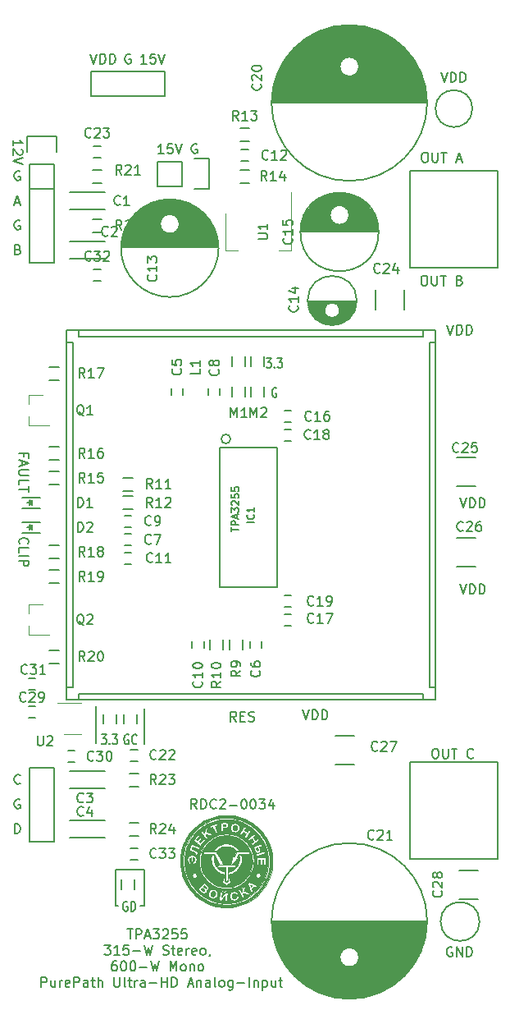
<source format=gbr>
G04 #@! TF.FileFunction,Legend,Top*
%FSLAX46Y46*%
G04 Gerber Fmt 4.6, Leading zero omitted, Abs format (unit mm)*
G04 Created by KiCad (PCBNEW 4.0.5) date 07/06/18 10:07:35*
%MOMM*%
%LPD*%
G01*
G04 APERTURE LIST*
%ADD10C,0.100000*%
%ADD11C,0.150000*%
%ADD12C,0.200000*%
%ADD13C,0.120000*%
%ADD14C,0.127000*%
%ADD15C,0.010000*%
%ADD16C,0.149860*%
G04 APERTURE END LIST*
D10*
D11*
X74477619Y-45735953D02*
X74477619Y-45164524D01*
X74477619Y-45450238D02*
X75477619Y-45450238D01*
X75334762Y-45355000D01*
X75239524Y-45259762D01*
X75191905Y-45164524D01*
X75382381Y-46116905D02*
X75430000Y-46164524D01*
X75477619Y-46259762D01*
X75477619Y-46497858D01*
X75430000Y-46593096D01*
X75382381Y-46640715D01*
X75287143Y-46688334D01*
X75191905Y-46688334D01*
X75049048Y-46640715D01*
X74477619Y-46069286D01*
X74477619Y-46688334D01*
X75477619Y-46974048D02*
X74477619Y-47307381D01*
X75477619Y-47640715D01*
X75191905Y-48395000D02*
X75096667Y-48347381D01*
X74953810Y-48347381D01*
X74810952Y-48395000D01*
X74715714Y-48490238D01*
X74668095Y-48585476D01*
X74620476Y-48775952D01*
X74620476Y-48918810D01*
X74668095Y-49109286D01*
X74715714Y-49204524D01*
X74810952Y-49299762D01*
X74953810Y-49347381D01*
X75049048Y-49347381D01*
X75191905Y-49299762D01*
X75239524Y-49252143D01*
X75239524Y-48918810D01*
X75049048Y-48918810D01*
X93479905Y-45601000D02*
X93384667Y-45553381D01*
X93241810Y-45553381D01*
X93098952Y-45601000D01*
X93003714Y-45696238D01*
X92956095Y-45791476D01*
X92908476Y-45981952D01*
X92908476Y-46124810D01*
X92956095Y-46315286D01*
X93003714Y-46410524D01*
X93098952Y-46505762D01*
X93241810Y-46553381D01*
X93337048Y-46553381D01*
X93479905Y-46505762D01*
X93527524Y-46458143D01*
X93527524Y-46124810D01*
X93337048Y-46124810D01*
X90058953Y-46553381D02*
X89487524Y-46553381D01*
X89773238Y-46553381D02*
X89773238Y-45553381D01*
X89678000Y-45696238D01*
X89582762Y-45791476D01*
X89487524Y-45839095D01*
X90963715Y-45553381D02*
X90487524Y-45553381D01*
X90439905Y-46029571D01*
X90487524Y-45981952D01*
X90582762Y-45934333D01*
X90820858Y-45934333D01*
X90916096Y-45981952D01*
X90963715Y-46029571D01*
X91011334Y-46124810D01*
X91011334Y-46362905D01*
X90963715Y-46458143D01*
X90916096Y-46505762D01*
X90820858Y-46553381D01*
X90582762Y-46553381D01*
X90487524Y-46505762D01*
X90439905Y-46458143D01*
X91297048Y-45553381D02*
X91630381Y-46553381D01*
X91963715Y-45553381D01*
X101682524Y-70747000D02*
X101606333Y-70699381D01*
X101492048Y-70699381D01*
X101377762Y-70747000D01*
X101301571Y-70842238D01*
X101263476Y-70937476D01*
X101225381Y-71127952D01*
X101225381Y-71270810D01*
X101263476Y-71461286D01*
X101301571Y-71556524D01*
X101377762Y-71651762D01*
X101492048Y-71699381D01*
X101568238Y-71699381D01*
X101682524Y-71651762D01*
X101720619Y-71604143D01*
X101720619Y-71270810D01*
X101568238Y-71270810D01*
X100634905Y-67651381D02*
X101130143Y-67651381D01*
X100863476Y-68032333D01*
X100977762Y-68032333D01*
X101053952Y-68079952D01*
X101092048Y-68127571D01*
X101130143Y-68222810D01*
X101130143Y-68460905D01*
X101092048Y-68556143D01*
X101053952Y-68603762D01*
X100977762Y-68651381D01*
X100749190Y-68651381D01*
X100673000Y-68603762D01*
X100634905Y-68556143D01*
X101473000Y-68556143D02*
X101511095Y-68603762D01*
X101473000Y-68651381D01*
X101434905Y-68603762D01*
X101473000Y-68556143D01*
X101473000Y-68651381D01*
X101777762Y-67651381D02*
X102273000Y-67651381D01*
X102006333Y-68032333D01*
X102120619Y-68032333D01*
X102196809Y-68079952D01*
X102234905Y-68127571D01*
X102273000Y-68222810D01*
X102273000Y-68460905D01*
X102234905Y-68556143D01*
X102196809Y-68603762D01*
X102120619Y-68651381D01*
X101892047Y-68651381D01*
X101815857Y-68603762D01*
X101777762Y-68556143D01*
X99012476Y-73731381D02*
X99012476Y-72731381D01*
X99345810Y-73445667D01*
X99679143Y-72731381D01*
X99679143Y-73731381D01*
X100107714Y-72826619D02*
X100155333Y-72779000D01*
X100250571Y-72731381D01*
X100488667Y-72731381D01*
X100583905Y-72779000D01*
X100631524Y-72826619D01*
X100679143Y-72921857D01*
X100679143Y-73017095D01*
X100631524Y-73159952D01*
X100060095Y-73731381D01*
X100679143Y-73731381D01*
X96980476Y-73731381D02*
X96980476Y-72731381D01*
X97313810Y-73445667D01*
X97647143Y-72731381D01*
X97647143Y-73731381D01*
X98647143Y-73731381D02*
X98075714Y-73731381D01*
X98361428Y-73731381D02*
X98361428Y-72731381D01*
X98266190Y-72874238D01*
X98170952Y-72969476D01*
X98075714Y-73017095D01*
D12*
X88011000Y-107442000D02*
X88011000Y-103759000D01*
X83058000Y-103568500D02*
X83058000Y-107378500D01*
X85090000Y-124079000D02*
X85344000Y-124079000D01*
X85090000Y-120396000D02*
X85090000Y-124079000D01*
X88011000Y-124079000D02*
X87630000Y-124079000D01*
X88011000Y-120396000D02*
X88011000Y-124079000D01*
X85090000Y-120396000D02*
X88011000Y-120396000D01*
D11*
X83616905Y-106449881D02*
X84112143Y-106449881D01*
X83845476Y-106830833D01*
X83959762Y-106830833D01*
X84035952Y-106878452D01*
X84074048Y-106926071D01*
X84112143Y-107021310D01*
X84112143Y-107259405D01*
X84074048Y-107354643D01*
X84035952Y-107402262D01*
X83959762Y-107449881D01*
X83731190Y-107449881D01*
X83655000Y-107402262D01*
X83616905Y-107354643D01*
X84455000Y-107354643D02*
X84493095Y-107402262D01*
X84455000Y-107449881D01*
X84416905Y-107402262D01*
X84455000Y-107354643D01*
X84455000Y-107449881D01*
X84759762Y-106449881D02*
X85255000Y-106449881D01*
X84988333Y-106830833D01*
X85102619Y-106830833D01*
X85178809Y-106878452D01*
X85216905Y-106926071D01*
X85255000Y-107021310D01*
X85255000Y-107259405D01*
X85216905Y-107354643D01*
X85178809Y-107402262D01*
X85102619Y-107449881D01*
X84874047Y-107449881D01*
X84797857Y-107402262D01*
X84759762Y-107354643D01*
X97551953Y-105100381D02*
X97218619Y-104624190D01*
X96980524Y-105100381D02*
X96980524Y-104100381D01*
X97361477Y-104100381D01*
X97456715Y-104148000D01*
X97504334Y-104195619D01*
X97551953Y-104290857D01*
X97551953Y-104433714D01*
X97504334Y-104528952D01*
X97456715Y-104576571D01*
X97361477Y-104624190D01*
X96980524Y-104624190D01*
X97980524Y-104576571D02*
X98313858Y-104576571D01*
X98456715Y-105100381D02*
X97980524Y-105100381D01*
X97980524Y-104100381D01*
X98456715Y-104100381D01*
X98837667Y-105052762D02*
X98980524Y-105100381D01*
X99218620Y-105100381D01*
X99313858Y-105052762D01*
X99361477Y-105005143D01*
X99409096Y-104909905D01*
X99409096Y-104814667D01*
X99361477Y-104719429D01*
X99313858Y-104671810D01*
X99218620Y-104624190D01*
X99028143Y-104576571D01*
X98932905Y-104528952D01*
X98885286Y-104481333D01*
X98837667Y-104386095D01*
X98837667Y-104290857D01*
X98885286Y-104195619D01*
X98932905Y-104148000D01*
X99028143Y-104100381D01*
X99266239Y-104100381D01*
X99409096Y-104148000D01*
X118007047Y-107910381D02*
X118197524Y-107910381D01*
X118292762Y-107958000D01*
X118388000Y-108053238D01*
X118435619Y-108243714D01*
X118435619Y-108577048D01*
X118388000Y-108767524D01*
X118292762Y-108862762D01*
X118197524Y-108910381D01*
X118007047Y-108910381D01*
X117911809Y-108862762D01*
X117816571Y-108767524D01*
X117768952Y-108577048D01*
X117768952Y-108243714D01*
X117816571Y-108053238D01*
X117911809Y-107958000D01*
X118007047Y-107910381D01*
X118864190Y-107910381D02*
X118864190Y-108719905D01*
X118911809Y-108815143D01*
X118959428Y-108862762D01*
X119054666Y-108910381D01*
X119245143Y-108910381D01*
X119340381Y-108862762D01*
X119388000Y-108815143D01*
X119435619Y-108719905D01*
X119435619Y-107910381D01*
X119768952Y-107910381D02*
X120340381Y-107910381D01*
X120054666Y-108910381D02*
X120054666Y-107910381D01*
X122007048Y-108815143D02*
X121959429Y-108862762D01*
X121816572Y-108910381D01*
X121721334Y-108910381D01*
X121578476Y-108862762D01*
X121483238Y-108767524D01*
X121435619Y-108672286D01*
X121388000Y-108481810D01*
X121388000Y-108338952D01*
X121435619Y-108148476D01*
X121483238Y-108053238D01*
X121578476Y-107958000D01*
X121721334Y-107910381D01*
X121816572Y-107910381D01*
X121959429Y-107958000D01*
X122007048Y-108005619D01*
X116864047Y-59142381D02*
X117054524Y-59142381D01*
X117149762Y-59190000D01*
X117245000Y-59285238D01*
X117292619Y-59475714D01*
X117292619Y-59809048D01*
X117245000Y-59999524D01*
X117149762Y-60094762D01*
X117054524Y-60142381D01*
X116864047Y-60142381D01*
X116768809Y-60094762D01*
X116673571Y-59999524D01*
X116625952Y-59809048D01*
X116625952Y-59475714D01*
X116673571Y-59285238D01*
X116768809Y-59190000D01*
X116864047Y-59142381D01*
X117721190Y-59142381D02*
X117721190Y-59951905D01*
X117768809Y-60047143D01*
X117816428Y-60094762D01*
X117911666Y-60142381D01*
X118102143Y-60142381D01*
X118197381Y-60094762D01*
X118245000Y-60047143D01*
X118292619Y-59951905D01*
X118292619Y-59142381D01*
X118625952Y-59142381D02*
X119197381Y-59142381D01*
X118911666Y-60142381D02*
X118911666Y-59142381D01*
X120625953Y-59618571D02*
X120768810Y-59666190D01*
X120816429Y-59713810D01*
X120864048Y-59809048D01*
X120864048Y-59951905D01*
X120816429Y-60047143D01*
X120768810Y-60094762D01*
X120673572Y-60142381D01*
X120292619Y-60142381D01*
X120292619Y-59142381D01*
X120625953Y-59142381D01*
X120721191Y-59190000D01*
X120768810Y-59237619D01*
X120816429Y-59332857D01*
X120816429Y-59428095D01*
X120768810Y-59523333D01*
X120721191Y-59570952D01*
X120625953Y-59618571D01*
X120292619Y-59618571D01*
X116935476Y-46442381D02*
X117125953Y-46442381D01*
X117221191Y-46490000D01*
X117316429Y-46585238D01*
X117364048Y-46775714D01*
X117364048Y-47109048D01*
X117316429Y-47299524D01*
X117221191Y-47394762D01*
X117125953Y-47442381D01*
X116935476Y-47442381D01*
X116840238Y-47394762D01*
X116745000Y-47299524D01*
X116697381Y-47109048D01*
X116697381Y-46775714D01*
X116745000Y-46585238D01*
X116840238Y-46490000D01*
X116935476Y-46442381D01*
X117792619Y-46442381D02*
X117792619Y-47251905D01*
X117840238Y-47347143D01*
X117887857Y-47394762D01*
X117983095Y-47442381D01*
X118173572Y-47442381D01*
X118268810Y-47394762D01*
X118316429Y-47347143D01*
X118364048Y-47251905D01*
X118364048Y-46442381D01*
X118697381Y-46442381D02*
X119268810Y-46442381D01*
X118983095Y-47442381D02*
X118983095Y-46442381D01*
X120316429Y-47156667D02*
X120792620Y-47156667D01*
X120221191Y-47442381D02*
X120554524Y-46442381D01*
X120887858Y-47442381D01*
X93464524Y-114117381D02*
X93131190Y-113641190D01*
X92893095Y-114117381D02*
X92893095Y-113117381D01*
X93274048Y-113117381D01*
X93369286Y-113165000D01*
X93416905Y-113212619D01*
X93464524Y-113307857D01*
X93464524Y-113450714D01*
X93416905Y-113545952D01*
X93369286Y-113593571D01*
X93274048Y-113641190D01*
X92893095Y-113641190D01*
X93893095Y-114117381D02*
X93893095Y-113117381D01*
X94131190Y-113117381D01*
X94274048Y-113165000D01*
X94369286Y-113260238D01*
X94416905Y-113355476D01*
X94464524Y-113545952D01*
X94464524Y-113688810D01*
X94416905Y-113879286D01*
X94369286Y-113974524D01*
X94274048Y-114069762D01*
X94131190Y-114117381D01*
X93893095Y-114117381D01*
X95464524Y-114022143D02*
X95416905Y-114069762D01*
X95274048Y-114117381D01*
X95178810Y-114117381D01*
X95035952Y-114069762D01*
X94940714Y-113974524D01*
X94893095Y-113879286D01*
X94845476Y-113688810D01*
X94845476Y-113545952D01*
X94893095Y-113355476D01*
X94940714Y-113260238D01*
X95035952Y-113165000D01*
X95178810Y-113117381D01*
X95274048Y-113117381D01*
X95416905Y-113165000D01*
X95464524Y-113212619D01*
X95845476Y-113212619D02*
X95893095Y-113165000D01*
X95988333Y-113117381D01*
X96226429Y-113117381D01*
X96321667Y-113165000D01*
X96369286Y-113212619D01*
X96416905Y-113307857D01*
X96416905Y-113403095D01*
X96369286Y-113545952D01*
X95797857Y-114117381D01*
X96416905Y-114117381D01*
X96845476Y-113736429D02*
X97607381Y-113736429D01*
X98274047Y-113117381D02*
X98369286Y-113117381D01*
X98464524Y-113165000D01*
X98512143Y-113212619D01*
X98559762Y-113307857D01*
X98607381Y-113498333D01*
X98607381Y-113736429D01*
X98559762Y-113926905D01*
X98512143Y-114022143D01*
X98464524Y-114069762D01*
X98369286Y-114117381D01*
X98274047Y-114117381D01*
X98178809Y-114069762D01*
X98131190Y-114022143D01*
X98083571Y-113926905D01*
X98035952Y-113736429D01*
X98035952Y-113498333D01*
X98083571Y-113307857D01*
X98131190Y-113212619D01*
X98178809Y-113165000D01*
X98274047Y-113117381D01*
X99226428Y-113117381D02*
X99321667Y-113117381D01*
X99416905Y-113165000D01*
X99464524Y-113212619D01*
X99512143Y-113307857D01*
X99559762Y-113498333D01*
X99559762Y-113736429D01*
X99512143Y-113926905D01*
X99464524Y-114022143D01*
X99416905Y-114069762D01*
X99321667Y-114117381D01*
X99226428Y-114117381D01*
X99131190Y-114069762D01*
X99083571Y-114022143D01*
X99035952Y-113926905D01*
X98988333Y-113736429D01*
X98988333Y-113498333D01*
X99035952Y-113307857D01*
X99083571Y-113212619D01*
X99131190Y-113165000D01*
X99226428Y-113117381D01*
X99893095Y-113117381D02*
X100512143Y-113117381D01*
X100178809Y-113498333D01*
X100321667Y-113498333D01*
X100416905Y-113545952D01*
X100464524Y-113593571D01*
X100512143Y-113688810D01*
X100512143Y-113926905D01*
X100464524Y-114022143D01*
X100416905Y-114069762D01*
X100321667Y-114117381D01*
X100035952Y-114117381D01*
X99940714Y-114069762D01*
X99893095Y-114022143D01*
X101369286Y-113450714D02*
X101369286Y-114117381D01*
X101131190Y-113069762D02*
X100893095Y-113784048D01*
X101512143Y-113784048D01*
D12*
X122658046Y-125730000D02*
G75*
G03X122658046Y-125730000I-2008046J0D01*
G01*
X121920000Y-41910000D02*
G75*
G03X121920000Y-41910000I-1905000J0D01*
G01*
D11*
X118681667Y-38187381D02*
X119015000Y-39187381D01*
X119348334Y-38187381D01*
X119681667Y-39187381D02*
X119681667Y-38187381D01*
X119919762Y-38187381D01*
X120062620Y-38235000D01*
X120157858Y-38330238D01*
X120205477Y-38425476D01*
X120253096Y-38615952D01*
X120253096Y-38758810D01*
X120205477Y-38949286D01*
X120157858Y-39044524D01*
X120062620Y-39139762D01*
X119919762Y-39187381D01*
X119681667Y-39187381D01*
X120681667Y-39187381D02*
X120681667Y-38187381D01*
X120919762Y-38187381D01*
X121062620Y-38235000D01*
X121157858Y-38330238D01*
X121205477Y-38425476D01*
X121253096Y-38615952D01*
X121253096Y-38758810D01*
X121205477Y-38949286D01*
X121157858Y-39044524D01*
X121062620Y-39139762D01*
X120919762Y-39187381D01*
X120681667Y-39187381D01*
X82486667Y-36282381D02*
X82820000Y-37282381D01*
X83153334Y-36282381D01*
X83486667Y-37282381D02*
X83486667Y-36282381D01*
X83724762Y-36282381D01*
X83867620Y-36330000D01*
X83962858Y-36425238D01*
X84010477Y-36520476D01*
X84058096Y-36710952D01*
X84058096Y-36853810D01*
X84010477Y-37044286D01*
X83962858Y-37139524D01*
X83867620Y-37234762D01*
X83724762Y-37282381D01*
X83486667Y-37282381D01*
X84486667Y-37282381D02*
X84486667Y-36282381D01*
X84724762Y-36282381D01*
X84867620Y-36330000D01*
X84962858Y-36425238D01*
X85010477Y-36520476D01*
X85058096Y-36710952D01*
X85058096Y-36853810D01*
X85010477Y-37044286D01*
X84962858Y-37139524D01*
X84867620Y-37234762D01*
X84724762Y-37282381D01*
X84486667Y-37282381D01*
X88280953Y-37282381D02*
X87709524Y-37282381D01*
X87995238Y-37282381D02*
X87995238Y-36282381D01*
X87900000Y-36425238D01*
X87804762Y-36520476D01*
X87709524Y-36568095D01*
X89185715Y-36282381D02*
X88709524Y-36282381D01*
X88661905Y-36758571D01*
X88709524Y-36710952D01*
X88804762Y-36663333D01*
X89042858Y-36663333D01*
X89138096Y-36710952D01*
X89185715Y-36758571D01*
X89233334Y-36853810D01*
X89233334Y-37091905D01*
X89185715Y-37187143D01*
X89138096Y-37234762D01*
X89042858Y-37282381D01*
X88804762Y-37282381D01*
X88709524Y-37234762D01*
X88661905Y-37187143D01*
X89519048Y-36282381D02*
X89852381Y-37282381D01*
X90185715Y-36282381D01*
X86621905Y-36330000D02*
X86526667Y-36282381D01*
X86383810Y-36282381D01*
X86240952Y-36330000D01*
X86145714Y-36425238D01*
X86098095Y-36520476D01*
X86050476Y-36710952D01*
X86050476Y-36853810D01*
X86098095Y-37044286D01*
X86145714Y-37139524D01*
X86240952Y-37234762D01*
X86383810Y-37282381D01*
X86479048Y-37282381D01*
X86621905Y-37234762D01*
X86669524Y-37187143D01*
X86669524Y-36853810D01*
X86479048Y-36853810D01*
X86289000Y-126517381D02*
X86860429Y-126517381D01*
X86574714Y-127517381D02*
X86574714Y-126517381D01*
X87193762Y-127517381D02*
X87193762Y-126517381D01*
X87574715Y-126517381D01*
X87669953Y-126565000D01*
X87717572Y-126612619D01*
X87765191Y-126707857D01*
X87765191Y-126850714D01*
X87717572Y-126945952D01*
X87669953Y-126993571D01*
X87574715Y-127041190D01*
X87193762Y-127041190D01*
X88146143Y-127231667D02*
X88622334Y-127231667D01*
X88050905Y-127517381D02*
X88384238Y-126517381D01*
X88717572Y-127517381D01*
X88955667Y-126517381D02*
X89574715Y-126517381D01*
X89241381Y-126898333D01*
X89384239Y-126898333D01*
X89479477Y-126945952D01*
X89527096Y-126993571D01*
X89574715Y-127088810D01*
X89574715Y-127326905D01*
X89527096Y-127422143D01*
X89479477Y-127469762D01*
X89384239Y-127517381D01*
X89098524Y-127517381D01*
X89003286Y-127469762D01*
X88955667Y-127422143D01*
X89955667Y-126612619D02*
X90003286Y-126565000D01*
X90098524Y-126517381D01*
X90336620Y-126517381D01*
X90431858Y-126565000D01*
X90479477Y-126612619D01*
X90527096Y-126707857D01*
X90527096Y-126803095D01*
X90479477Y-126945952D01*
X89908048Y-127517381D01*
X90527096Y-127517381D01*
X91431858Y-126517381D02*
X90955667Y-126517381D01*
X90908048Y-126993571D01*
X90955667Y-126945952D01*
X91050905Y-126898333D01*
X91289001Y-126898333D01*
X91384239Y-126945952D01*
X91431858Y-126993571D01*
X91479477Y-127088810D01*
X91479477Y-127326905D01*
X91431858Y-127422143D01*
X91384239Y-127469762D01*
X91289001Y-127517381D01*
X91050905Y-127517381D01*
X90955667Y-127469762D01*
X90908048Y-127422143D01*
X92384239Y-126517381D02*
X91908048Y-126517381D01*
X91860429Y-126993571D01*
X91908048Y-126945952D01*
X92003286Y-126898333D01*
X92241382Y-126898333D01*
X92336620Y-126945952D01*
X92384239Y-126993571D01*
X92431858Y-127088810D01*
X92431858Y-127326905D01*
X92384239Y-127422143D01*
X92336620Y-127469762D01*
X92241382Y-127517381D01*
X92003286Y-127517381D01*
X91908048Y-127469762D01*
X91860429Y-127422143D01*
X83931857Y-128167381D02*
X84550905Y-128167381D01*
X84217571Y-128548333D01*
X84360429Y-128548333D01*
X84455667Y-128595952D01*
X84503286Y-128643571D01*
X84550905Y-128738810D01*
X84550905Y-128976905D01*
X84503286Y-129072143D01*
X84455667Y-129119762D01*
X84360429Y-129167381D01*
X84074714Y-129167381D01*
X83979476Y-129119762D01*
X83931857Y-129072143D01*
X85503286Y-129167381D02*
X84931857Y-129167381D01*
X85217571Y-129167381D02*
X85217571Y-128167381D01*
X85122333Y-128310238D01*
X85027095Y-128405476D01*
X84931857Y-128453095D01*
X86408048Y-128167381D02*
X85931857Y-128167381D01*
X85884238Y-128643571D01*
X85931857Y-128595952D01*
X86027095Y-128548333D01*
X86265191Y-128548333D01*
X86360429Y-128595952D01*
X86408048Y-128643571D01*
X86455667Y-128738810D01*
X86455667Y-128976905D01*
X86408048Y-129072143D01*
X86360429Y-129119762D01*
X86265191Y-129167381D01*
X86027095Y-129167381D01*
X85931857Y-129119762D01*
X85884238Y-129072143D01*
X86884238Y-128786429D02*
X87646143Y-128786429D01*
X88027095Y-128167381D02*
X88265190Y-129167381D01*
X88455667Y-128453095D01*
X88646143Y-129167381D01*
X88884238Y-128167381D01*
X89979476Y-129119762D02*
X90122333Y-129167381D01*
X90360429Y-129167381D01*
X90455667Y-129119762D01*
X90503286Y-129072143D01*
X90550905Y-128976905D01*
X90550905Y-128881667D01*
X90503286Y-128786429D01*
X90455667Y-128738810D01*
X90360429Y-128691190D01*
X90169952Y-128643571D01*
X90074714Y-128595952D01*
X90027095Y-128548333D01*
X89979476Y-128453095D01*
X89979476Y-128357857D01*
X90027095Y-128262619D01*
X90074714Y-128215000D01*
X90169952Y-128167381D01*
X90408048Y-128167381D01*
X90550905Y-128215000D01*
X90836619Y-128500714D02*
X91217571Y-128500714D01*
X90979476Y-128167381D02*
X90979476Y-129024524D01*
X91027095Y-129119762D01*
X91122333Y-129167381D01*
X91217571Y-129167381D01*
X91931858Y-129119762D02*
X91836620Y-129167381D01*
X91646143Y-129167381D01*
X91550905Y-129119762D01*
X91503286Y-129024524D01*
X91503286Y-128643571D01*
X91550905Y-128548333D01*
X91646143Y-128500714D01*
X91836620Y-128500714D01*
X91931858Y-128548333D01*
X91979477Y-128643571D01*
X91979477Y-128738810D01*
X91503286Y-128834048D01*
X92408048Y-129167381D02*
X92408048Y-128500714D01*
X92408048Y-128691190D02*
X92455667Y-128595952D01*
X92503286Y-128548333D01*
X92598524Y-128500714D01*
X92693763Y-128500714D01*
X93408049Y-129119762D02*
X93312811Y-129167381D01*
X93122334Y-129167381D01*
X93027096Y-129119762D01*
X92979477Y-129024524D01*
X92979477Y-128643571D01*
X93027096Y-128548333D01*
X93122334Y-128500714D01*
X93312811Y-128500714D01*
X93408049Y-128548333D01*
X93455668Y-128643571D01*
X93455668Y-128738810D01*
X92979477Y-128834048D01*
X94027096Y-129167381D02*
X93931858Y-129119762D01*
X93884239Y-129072143D01*
X93836620Y-128976905D01*
X93836620Y-128691190D01*
X93884239Y-128595952D01*
X93931858Y-128548333D01*
X94027096Y-128500714D01*
X94169954Y-128500714D01*
X94265192Y-128548333D01*
X94312811Y-128595952D01*
X94360430Y-128691190D01*
X94360430Y-128976905D01*
X94312811Y-129072143D01*
X94265192Y-129119762D01*
X94169954Y-129167381D01*
X94027096Y-129167381D01*
X94836620Y-129119762D02*
X94836620Y-129167381D01*
X94789001Y-129262619D01*
X94741382Y-129310238D01*
X85146143Y-129817381D02*
X84955666Y-129817381D01*
X84860428Y-129865000D01*
X84812809Y-129912619D01*
X84717571Y-130055476D01*
X84669952Y-130245952D01*
X84669952Y-130626905D01*
X84717571Y-130722143D01*
X84765190Y-130769762D01*
X84860428Y-130817381D01*
X85050905Y-130817381D01*
X85146143Y-130769762D01*
X85193762Y-130722143D01*
X85241381Y-130626905D01*
X85241381Y-130388810D01*
X85193762Y-130293571D01*
X85146143Y-130245952D01*
X85050905Y-130198333D01*
X84860428Y-130198333D01*
X84765190Y-130245952D01*
X84717571Y-130293571D01*
X84669952Y-130388810D01*
X85860428Y-129817381D02*
X85955667Y-129817381D01*
X86050905Y-129865000D01*
X86098524Y-129912619D01*
X86146143Y-130007857D01*
X86193762Y-130198333D01*
X86193762Y-130436429D01*
X86146143Y-130626905D01*
X86098524Y-130722143D01*
X86050905Y-130769762D01*
X85955667Y-130817381D01*
X85860428Y-130817381D01*
X85765190Y-130769762D01*
X85717571Y-130722143D01*
X85669952Y-130626905D01*
X85622333Y-130436429D01*
X85622333Y-130198333D01*
X85669952Y-130007857D01*
X85717571Y-129912619D01*
X85765190Y-129865000D01*
X85860428Y-129817381D01*
X86812809Y-129817381D02*
X86908048Y-129817381D01*
X87003286Y-129865000D01*
X87050905Y-129912619D01*
X87098524Y-130007857D01*
X87146143Y-130198333D01*
X87146143Y-130436429D01*
X87098524Y-130626905D01*
X87050905Y-130722143D01*
X87003286Y-130769762D01*
X86908048Y-130817381D01*
X86812809Y-130817381D01*
X86717571Y-130769762D01*
X86669952Y-130722143D01*
X86622333Y-130626905D01*
X86574714Y-130436429D01*
X86574714Y-130198333D01*
X86622333Y-130007857D01*
X86669952Y-129912619D01*
X86717571Y-129865000D01*
X86812809Y-129817381D01*
X87574714Y-130436429D02*
X88336619Y-130436429D01*
X88717571Y-129817381D02*
X88955666Y-130817381D01*
X89146143Y-130103095D01*
X89336619Y-130817381D01*
X89574714Y-129817381D01*
X90717571Y-130817381D02*
X90717571Y-129817381D01*
X91050905Y-130531667D01*
X91384238Y-129817381D01*
X91384238Y-130817381D01*
X92003285Y-130817381D02*
X91908047Y-130769762D01*
X91860428Y-130722143D01*
X91812809Y-130626905D01*
X91812809Y-130341190D01*
X91860428Y-130245952D01*
X91908047Y-130198333D01*
X92003285Y-130150714D01*
X92146143Y-130150714D01*
X92241381Y-130198333D01*
X92289000Y-130245952D01*
X92336619Y-130341190D01*
X92336619Y-130626905D01*
X92289000Y-130722143D01*
X92241381Y-130769762D01*
X92146143Y-130817381D01*
X92003285Y-130817381D01*
X92765190Y-130150714D02*
X92765190Y-130817381D01*
X92765190Y-130245952D02*
X92812809Y-130198333D01*
X92908047Y-130150714D01*
X93050905Y-130150714D01*
X93146143Y-130198333D01*
X93193762Y-130293571D01*
X93193762Y-130817381D01*
X93812809Y-130817381D02*
X93717571Y-130769762D01*
X93669952Y-130722143D01*
X93622333Y-130626905D01*
X93622333Y-130341190D01*
X93669952Y-130245952D01*
X93717571Y-130198333D01*
X93812809Y-130150714D01*
X93955667Y-130150714D01*
X94050905Y-130198333D01*
X94098524Y-130245952D01*
X94146143Y-130341190D01*
X94146143Y-130626905D01*
X94098524Y-130722143D01*
X94050905Y-130769762D01*
X93955667Y-130817381D01*
X93812809Y-130817381D01*
X77408046Y-132467381D02*
X77408046Y-131467381D01*
X77788999Y-131467381D01*
X77884237Y-131515000D01*
X77931856Y-131562619D01*
X77979475Y-131657857D01*
X77979475Y-131800714D01*
X77931856Y-131895952D01*
X77884237Y-131943571D01*
X77788999Y-131991190D01*
X77408046Y-131991190D01*
X78836618Y-131800714D02*
X78836618Y-132467381D01*
X78408046Y-131800714D02*
X78408046Y-132324524D01*
X78455665Y-132419762D01*
X78550903Y-132467381D01*
X78693761Y-132467381D01*
X78788999Y-132419762D01*
X78836618Y-132372143D01*
X79312808Y-132467381D02*
X79312808Y-131800714D01*
X79312808Y-131991190D02*
X79360427Y-131895952D01*
X79408046Y-131848333D01*
X79503284Y-131800714D01*
X79598523Y-131800714D01*
X80312809Y-132419762D02*
X80217571Y-132467381D01*
X80027094Y-132467381D01*
X79931856Y-132419762D01*
X79884237Y-132324524D01*
X79884237Y-131943571D01*
X79931856Y-131848333D01*
X80027094Y-131800714D01*
X80217571Y-131800714D01*
X80312809Y-131848333D01*
X80360428Y-131943571D01*
X80360428Y-132038810D01*
X79884237Y-132134048D01*
X80788999Y-132467381D02*
X80788999Y-131467381D01*
X81169952Y-131467381D01*
X81265190Y-131515000D01*
X81312809Y-131562619D01*
X81360428Y-131657857D01*
X81360428Y-131800714D01*
X81312809Y-131895952D01*
X81265190Y-131943571D01*
X81169952Y-131991190D01*
X80788999Y-131991190D01*
X82217571Y-132467381D02*
X82217571Y-131943571D01*
X82169952Y-131848333D01*
X82074714Y-131800714D01*
X81884237Y-131800714D01*
X81788999Y-131848333D01*
X82217571Y-132419762D02*
X82122333Y-132467381D01*
X81884237Y-132467381D01*
X81788999Y-132419762D01*
X81741380Y-132324524D01*
X81741380Y-132229286D01*
X81788999Y-132134048D01*
X81884237Y-132086429D01*
X82122333Y-132086429D01*
X82217571Y-132038810D01*
X82550904Y-131800714D02*
X82931856Y-131800714D01*
X82693761Y-131467381D02*
X82693761Y-132324524D01*
X82741380Y-132419762D01*
X82836618Y-132467381D01*
X82931856Y-132467381D01*
X83265190Y-132467381D02*
X83265190Y-131467381D01*
X83693762Y-132467381D02*
X83693762Y-131943571D01*
X83646143Y-131848333D01*
X83550905Y-131800714D01*
X83408047Y-131800714D01*
X83312809Y-131848333D01*
X83265190Y-131895952D01*
X84931857Y-131467381D02*
X84931857Y-132276905D01*
X84979476Y-132372143D01*
X85027095Y-132419762D01*
X85122333Y-132467381D01*
X85312810Y-132467381D01*
X85408048Y-132419762D01*
X85455667Y-132372143D01*
X85503286Y-132276905D01*
X85503286Y-131467381D01*
X86122333Y-132467381D02*
X86027095Y-132419762D01*
X85979476Y-132324524D01*
X85979476Y-131467381D01*
X86360429Y-131800714D02*
X86741381Y-131800714D01*
X86503286Y-131467381D02*
X86503286Y-132324524D01*
X86550905Y-132419762D01*
X86646143Y-132467381D01*
X86741381Y-132467381D01*
X87074715Y-132467381D02*
X87074715Y-131800714D01*
X87074715Y-131991190D02*
X87122334Y-131895952D01*
X87169953Y-131848333D01*
X87265191Y-131800714D01*
X87360430Y-131800714D01*
X88122335Y-132467381D02*
X88122335Y-131943571D01*
X88074716Y-131848333D01*
X87979478Y-131800714D01*
X87789001Y-131800714D01*
X87693763Y-131848333D01*
X88122335Y-132419762D02*
X88027097Y-132467381D01*
X87789001Y-132467381D01*
X87693763Y-132419762D01*
X87646144Y-132324524D01*
X87646144Y-132229286D01*
X87693763Y-132134048D01*
X87789001Y-132086429D01*
X88027097Y-132086429D01*
X88122335Y-132038810D01*
X88598525Y-132086429D02*
X89360430Y-132086429D01*
X89836620Y-132467381D02*
X89836620Y-131467381D01*
X89836620Y-131943571D02*
X90408049Y-131943571D01*
X90408049Y-132467381D02*
X90408049Y-131467381D01*
X90884239Y-132467381D02*
X90884239Y-131467381D01*
X91122334Y-131467381D01*
X91265192Y-131515000D01*
X91360430Y-131610238D01*
X91408049Y-131705476D01*
X91455668Y-131895952D01*
X91455668Y-132038810D01*
X91408049Y-132229286D01*
X91360430Y-132324524D01*
X91265192Y-132419762D01*
X91122334Y-132467381D01*
X90884239Y-132467381D01*
X92598525Y-132181667D02*
X93074716Y-132181667D01*
X92503287Y-132467381D02*
X92836620Y-131467381D01*
X93169954Y-132467381D01*
X93503287Y-131800714D02*
X93503287Y-132467381D01*
X93503287Y-131895952D02*
X93550906Y-131848333D01*
X93646144Y-131800714D01*
X93789002Y-131800714D01*
X93884240Y-131848333D01*
X93931859Y-131943571D01*
X93931859Y-132467381D01*
X94836621Y-132467381D02*
X94836621Y-131943571D01*
X94789002Y-131848333D01*
X94693764Y-131800714D01*
X94503287Y-131800714D01*
X94408049Y-131848333D01*
X94836621Y-132419762D02*
X94741383Y-132467381D01*
X94503287Y-132467381D01*
X94408049Y-132419762D01*
X94360430Y-132324524D01*
X94360430Y-132229286D01*
X94408049Y-132134048D01*
X94503287Y-132086429D01*
X94741383Y-132086429D01*
X94836621Y-132038810D01*
X95455668Y-132467381D02*
X95360430Y-132419762D01*
X95312811Y-132324524D01*
X95312811Y-131467381D01*
X95979478Y-132467381D02*
X95884240Y-132419762D01*
X95836621Y-132372143D01*
X95789002Y-132276905D01*
X95789002Y-131991190D01*
X95836621Y-131895952D01*
X95884240Y-131848333D01*
X95979478Y-131800714D01*
X96122336Y-131800714D01*
X96217574Y-131848333D01*
X96265193Y-131895952D01*
X96312812Y-131991190D01*
X96312812Y-132276905D01*
X96265193Y-132372143D01*
X96217574Y-132419762D01*
X96122336Y-132467381D01*
X95979478Y-132467381D01*
X97169955Y-131800714D02*
X97169955Y-132610238D01*
X97122336Y-132705476D01*
X97074717Y-132753095D01*
X96979478Y-132800714D01*
X96836621Y-132800714D01*
X96741383Y-132753095D01*
X97169955Y-132419762D02*
X97074717Y-132467381D01*
X96884240Y-132467381D01*
X96789002Y-132419762D01*
X96741383Y-132372143D01*
X96693764Y-132276905D01*
X96693764Y-131991190D01*
X96741383Y-131895952D01*
X96789002Y-131848333D01*
X96884240Y-131800714D01*
X97074717Y-131800714D01*
X97169955Y-131848333D01*
X97646145Y-132086429D02*
X98408050Y-132086429D01*
X98884240Y-132467381D02*
X98884240Y-131467381D01*
X99360430Y-131800714D02*
X99360430Y-132467381D01*
X99360430Y-131895952D02*
X99408049Y-131848333D01*
X99503287Y-131800714D01*
X99646145Y-131800714D01*
X99741383Y-131848333D01*
X99789002Y-131943571D01*
X99789002Y-132467381D01*
X100265192Y-131800714D02*
X100265192Y-132800714D01*
X100265192Y-131848333D02*
X100360430Y-131800714D01*
X100550907Y-131800714D01*
X100646145Y-131848333D01*
X100693764Y-131895952D01*
X100741383Y-131991190D01*
X100741383Y-132276905D01*
X100693764Y-132372143D01*
X100646145Y-132419762D01*
X100550907Y-132467381D01*
X100360430Y-132467381D01*
X100265192Y-132419762D01*
X101598526Y-131800714D02*
X101598526Y-132467381D01*
X101169954Y-131800714D02*
X101169954Y-132324524D01*
X101217573Y-132419762D01*
X101312811Y-132467381D01*
X101455669Y-132467381D01*
X101550907Y-132419762D01*
X101598526Y-132372143D01*
X101931859Y-131800714D02*
X102312811Y-131800714D01*
X102074716Y-131467381D02*
X102074716Y-132324524D01*
X102122335Y-132419762D01*
X102217573Y-132467381D01*
X102312811Y-132467381D01*
X86423524Y-106497500D02*
X86347333Y-106449881D01*
X86233048Y-106449881D01*
X86118762Y-106497500D01*
X86042571Y-106592738D01*
X86004476Y-106687976D01*
X85966381Y-106878452D01*
X85966381Y-107021310D01*
X86004476Y-107211786D01*
X86042571Y-107307024D01*
X86118762Y-107402262D01*
X86233048Y-107449881D01*
X86309238Y-107449881D01*
X86423524Y-107402262D01*
X86461619Y-107354643D01*
X86461619Y-107021310D01*
X86309238Y-107021310D01*
X87261619Y-107354643D02*
X87223524Y-107402262D01*
X87109238Y-107449881D01*
X87033048Y-107449881D01*
X86918762Y-107402262D01*
X86842571Y-107307024D01*
X86804476Y-107211786D01*
X86766381Y-107021310D01*
X86766381Y-106878452D01*
X86804476Y-106687976D01*
X86842571Y-106592738D01*
X86918762Y-106497500D01*
X87033048Y-106449881D01*
X87109238Y-106449881D01*
X87223524Y-106497500D01*
X87261619Y-106545119D01*
X86296524Y-123706000D02*
X86220333Y-123658381D01*
X86106048Y-123658381D01*
X85991762Y-123706000D01*
X85915571Y-123801238D01*
X85877476Y-123896476D01*
X85839381Y-124086952D01*
X85839381Y-124229810D01*
X85877476Y-124420286D01*
X85915571Y-124515524D01*
X85991762Y-124610762D01*
X86106048Y-124658381D01*
X86182238Y-124658381D01*
X86296524Y-124610762D01*
X86334619Y-124563143D01*
X86334619Y-124229810D01*
X86182238Y-124229810D01*
X86677476Y-124658381D02*
X86677476Y-123658381D01*
X86867952Y-123658381D01*
X86982238Y-123706000D01*
X87058429Y-123801238D01*
X87096524Y-123896476D01*
X87134619Y-124086952D01*
X87134619Y-124229810D01*
X87096524Y-124420286D01*
X87058429Y-124515524D01*
X86982238Y-124610762D01*
X86867952Y-124658381D01*
X86677476Y-124658381D01*
X75207857Y-86796667D02*
X75160238Y-86749048D01*
X75112619Y-86606191D01*
X75112619Y-86510953D01*
X75160238Y-86368095D01*
X75255476Y-86272857D01*
X75350714Y-86225238D01*
X75541190Y-86177619D01*
X75684048Y-86177619D01*
X75874524Y-86225238D01*
X75969762Y-86272857D01*
X76065000Y-86368095D01*
X76112619Y-86510953D01*
X76112619Y-86606191D01*
X76065000Y-86749048D01*
X76017381Y-86796667D01*
X75112619Y-87701429D02*
X75112619Y-87225238D01*
X76112619Y-87225238D01*
X75112619Y-88034762D02*
X76112619Y-88034762D01*
X75112619Y-88510952D02*
X76112619Y-88510952D01*
X76112619Y-88891905D01*
X76065000Y-88987143D01*
X76017381Y-89034762D01*
X75922143Y-89082381D01*
X75779286Y-89082381D01*
X75684048Y-89034762D01*
X75636429Y-88987143D01*
X75588810Y-88891905D01*
X75588810Y-88510952D01*
X75636429Y-77779762D02*
X75636429Y-77446428D01*
X75112619Y-77446428D02*
X76112619Y-77446428D01*
X76112619Y-77922619D01*
X75398333Y-78255952D02*
X75398333Y-78732143D01*
X75112619Y-78160714D02*
X76112619Y-78494047D01*
X75112619Y-78827381D01*
X76112619Y-79160714D02*
X75303095Y-79160714D01*
X75207857Y-79208333D01*
X75160238Y-79255952D01*
X75112619Y-79351190D01*
X75112619Y-79541667D01*
X75160238Y-79636905D01*
X75207857Y-79684524D01*
X75303095Y-79732143D01*
X76112619Y-79732143D01*
X75112619Y-80684524D02*
X75112619Y-80208333D01*
X76112619Y-80208333D01*
X76112619Y-80875000D02*
X76112619Y-81446429D01*
X75112619Y-81160714D02*
X76112619Y-81160714D01*
X74668095Y-116657381D02*
X74668095Y-115657381D01*
X74906190Y-115657381D01*
X75049048Y-115705000D01*
X75144286Y-115800238D01*
X75191905Y-115895476D01*
X75239524Y-116085952D01*
X75239524Y-116228810D01*
X75191905Y-116419286D01*
X75144286Y-116514524D01*
X75049048Y-116609762D01*
X74906190Y-116657381D01*
X74668095Y-116657381D01*
X75191905Y-113165000D02*
X75096667Y-113117381D01*
X74953810Y-113117381D01*
X74810952Y-113165000D01*
X74715714Y-113260238D01*
X74668095Y-113355476D01*
X74620476Y-113545952D01*
X74620476Y-113688810D01*
X74668095Y-113879286D01*
X74715714Y-113974524D01*
X74810952Y-114069762D01*
X74953810Y-114117381D01*
X75049048Y-114117381D01*
X75191905Y-114069762D01*
X75239524Y-114022143D01*
X75239524Y-113688810D01*
X75049048Y-113688810D01*
X75239524Y-111482143D02*
X75191905Y-111529762D01*
X75049048Y-111577381D01*
X74953810Y-111577381D01*
X74810952Y-111529762D01*
X74715714Y-111434524D01*
X74668095Y-111339286D01*
X74620476Y-111148810D01*
X74620476Y-111005952D01*
X74668095Y-110815476D01*
X74715714Y-110720238D01*
X74810952Y-110625000D01*
X74953810Y-110577381D01*
X75049048Y-110577381D01*
X75191905Y-110625000D01*
X75239524Y-110672619D01*
X75001429Y-56443571D02*
X75144286Y-56491190D01*
X75191905Y-56538810D01*
X75239524Y-56634048D01*
X75239524Y-56776905D01*
X75191905Y-56872143D01*
X75144286Y-56919762D01*
X75049048Y-56967381D01*
X74668095Y-56967381D01*
X74668095Y-55967381D01*
X75001429Y-55967381D01*
X75096667Y-56015000D01*
X75144286Y-56062619D01*
X75191905Y-56157857D01*
X75191905Y-56253095D01*
X75144286Y-56348333D01*
X75096667Y-56395952D01*
X75001429Y-56443571D01*
X74668095Y-56443571D01*
X75191905Y-53475000D02*
X75096667Y-53427381D01*
X74953810Y-53427381D01*
X74810952Y-53475000D01*
X74715714Y-53570238D01*
X74668095Y-53665476D01*
X74620476Y-53855952D01*
X74620476Y-53998810D01*
X74668095Y-54189286D01*
X74715714Y-54284524D01*
X74810952Y-54379762D01*
X74953810Y-54427381D01*
X75049048Y-54427381D01*
X75191905Y-54379762D01*
X75239524Y-54332143D01*
X75239524Y-53998810D01*
X75049048Y-53998810D01*
X74691905Y-51601667D02*
X75168096Y-51601667D01*
X74596667Y-51887381D02*
X74930000Y-50887381D01*
X75263334Y-51887381D01*
X119824596Y-128405000D02*
X119729358Y-128357381D01*
X119586501Y-128357381D01*
X119443643Y-128405000D01*
X119348405Y-128500238D01*
X119300786Y-128595476D01*
X119253167Y-128785952D01*
X119253167Y-128928810D01*
X119300786Y-129119286D01*
X119348405Y-129214524D01*
X119443643Y-129309762D01*
X119586501Y-129357381D01*
X119681739Y-129357381D01*
X119824596Y-129309762D01*
X119872215Y-129262143D01*
X119872215Y-128928810D01*
X119681739Y-128928810D01*
X120300786Y-129357381D02*
X120300786Y-128357381D01*
X120872215Y-129357381D01*
X120872215Y-128357381D01*
X121348405Y-129357381D02*
X121348405Y-128357381D01*
X121586500Y-128357381D01*
X121729358Y-128405000D01*
X121824596Y-128500238D01*
X121872215Y-128595476D01*
X121919834Y-128785952D01*
X121919834Y-128928810D01*
X121872215Y-129119286D01*
X121824596Y-129214524D01*
X121729358Y-129309762D01*
X121586500Y-129357381D01*
X121348405Y-129357381D01*
X119316667Y-64222381D02*
X119650000Y-65222381D01*
X119983334Y-64222381D01*
X120316667Y-65222381D02*
X120316667Y-64222381D01*
X120554762Y-64222381D01*
X120697620Y-64270000D01*
X120792858Y-64365238D01*
X120840477Y-64460476D01*
X120888096Y-64650952D01*
X120888096Y-64793810D01*
X120840477Y-64984286D01*
X120792858Y-65079524D01*
X120697620Y-65174762D01*
X120554762Y-65222381D01*
X120316667Y-65222381D01*
X121316667Y-65222381D02*
X121316667Y-64222381D01*
X121554762Y-64222381D01*
X121697620Y-64270000D01*
X121792858Y-64365238D01*
X121840477Y-64460476D01*
X121888096Y-64650952D01*
X121888096Y-64793810D01*
X121840477Y-64984286D01*
X121792858Y-65079524D01*
X121697620Y-65174762D01*
X121554762Y-65222381D01*
X121316667Y-65222381D01*
X104394167Y-103909881D02*
X104727500Y-104909881D01*
X105060834Y-103909881D01*
X105394167Y-104909881D02*
X105394167Y-103909881D01*
X105632262Y-103909881D01*
X105775120Y-103957500D01*
X105870358Y-104052738D01*
X105917977Y-104147976D01*
X105965596Y-104338452D01*
X105965596Y-104481310D01*
X105917977Y-104671786D01*
X105870358Y-104767024D01*
X105775120Y-104862262D01*
X105632262Y-104909881D01*
X105394167Y-104909881D01*
X106394167Y-104909881D02*
X106394167Y-103909881D01*
X106632262Y-103909881D01*
X106775120Y-103957500D01*
X106870358Y-104052738D01*
X106917977Y-104147976D01*
X106965596Y-104338452D01*
X106965596Y-104481310D01*
X106917977Y-104671786D01*
X106870358Y-104767024D01*
X106775120Y-104862262D01*
X106632262Y-104909881D01*
X106394167Y-104909881D01*
X120650167Y-90955881D02*
X120983500Y-91955881D01*
X121316834Y-90955881D01*
X121650167Y-91955881D02*
X121650167Y-90955881D01*
X121888262Y-90955881D01*
X122031120Y-91003500D01*
X122126358Y-91098738D01*
X122173977Y-91193976D01*
X122221596Y-91384452D01*
X122221596Y-91527310D01*
X122173977Y-91717786D01*
X122126358Y-91813024D01*
X122031120Y-91908262D01*
X121888262Y-91955881D01*
X121650167Y-91955881D01*
X122650167Y-91955881D02*
X122650167Y-90955881D01*
X122888262Y-90955881D01*
X123031120Y-91003500D01*
X123126358Y-91098738D01*
X123173977Y-91193976D01*
X123221596Y-91384452D01*
X123221596Y-91527310D01*
X123173977Y-91717786D01*
X123126358Y-91813024D01*
X123031120Y-91908262D01*
X122888262Y-91955881D01*
X122650167Y-91955881D01*
X120650167Y-82065881D02*
X120983500Y-83065881D01*
X121316834Y-82065881D01*
X121650167Y-83065881D02*
X121650167Y-82065881D01*
X121888262Y-82065881D01*
X122031120Y-82113500D01*
X122126358Y-82208738D01*
X122173977Y-82303976D01*
X122221596Y-82494452D01*
X122221596Y-82637310D01*
X122173977Y-82827786D01*
X122126358Y-82923024D01*
X122031120Y-83018262D01*
X121888262Y-83065881D01*
X121650167Y-83065881D01*
X122650167Y-83065881D02*
X122650167Y-82065881D01*
X122888262Y-82065881D01*
X123031120Y-82113500D01*
X123126358Y-82208738D01*
X123173977Y-82303976D01*
X123221596Y-82494452D01*
X123221596Y-82637310D01*
X123173977Y-82827786D01*
X123126358Y-82923024D01*
X123031120Y-83018262D01*
X122888262Y-83065881D01*
X122650167Y-83065881D01*
X118110000Y-101600000D02*
X117475000Y-101600000D01*
X117475000Y-101600000D02*
X117475000Y-66040000D01*
X117475000Y-66040000D02*
X118110000Y-66040000D01*
X81280000Y-102870000D02*
X81280000Y-102235000D01*
X81280000Y-102235000D02*
X116840000Y-102235000D01*
X116840000Y-102235000D02*
X116840000Y-102870000D01*
X80010000Y-66040000D02*
X80645000Y-66040000D01*
X80645000Y-66040000D02*
X80645000Y-101600000D01*
X80645000Y-101600000D02*
X80010000Y-101600000D01*
X81280000Y-64770000D02*
X81280000Y-65405000D01*
X81280000Y-65405000D02*
X116840000Y-65405000D01*
X116840000Y-65405000D02*
X116840000Y-64770000D01*
X80010000Y-102870000D02*
X118110000Y-102870000D01*
X118110000Y-102870000D02*
X118110000Y-64770000D01*
X118110000Y-64770000D02*
X80010000Y-64770000D01*
X80010000Y-64770000D02*
X80010000Y-102870000D01*
X80315000Y-50535000D02*
X84015000Y-50535000D01*
X80315000Y-52335000D02*
X84015000Y-52335000D01*
X80315000Y-55615000D02*
X84015000Y-55615000D01*
X80315000Y-57415000D02*
X84015000Y-57415000D01*
X80315000Y-110225000D02*
X84015000Y-110225000D01*
X80315000Y-112025000D02*
X84015000Y-112025000D01*
X80315000Y-115305000D02*
X84015000Y-115305000D01*
X80315000Y-117105000D02*
X84015000Y-117105000D01*
X90840000Y-71470000D02*
X90840000Y-70770000D01*
X92040000Y-70770000D02*
X92040000Y-71470000D01*
X100168000Y-96805000D02*
X100168000Y-97505000D01*
X98968000Y-97505000D02*
X98968000Y-96805000D01*
X86710000Y-86960000D02*
X86010000Y-86960000D01*
X86010000Y-85760000D02*
X86710000Y-85760000D01*
X94650000Y-71470000D02*
X94650000Y-70770000D01*
X95850000Y-70770000D02*
X95850000Y-71470000D01*
X86710000Y-85055000D02*
X86010000Y-85055000D01*
X86010000Y-83855000D02*
X86710000Y-83855000D01*
X94199000Y-96805000D02*
X94199000Y-97505000D01*
X92999000Y-97505000D02*
X92999000Y-96805000D01*
X86710000Y-88865000D02*
X86010000Y-88865000D01*
X86010000Y-87665000D02*
X86710000Y-87665000D01*
X98775000Y-47336000D02*
X98075000Y-47336000D01*
X98075000Y-46136000D02*
X98775000Y-46136000D01*
X85679000Y-56226000D02*
X95677000Y-56226000D01*
X85683000Y-56086000D02*
X95673000Y-56086000D01*
X85691000Y-55946000D02*
X95665000Y-55946000D01*
X85703000Y-55806000D02*
X95653000Y-55806000D01*
X85718000Y-55666000D02*
X95638000Y-55666000D01*
X85738000Y-55526000D02*
X95618000Y-55526000D01*
X85762000Y-55386000D02*
X95594000Y-55386000D01*
X85791000Y-55246000D02*
X95565000Y-55246000D01*
X85823000Y-55106000D02*
X95533000Y-55106000D01*
X85860000Y-54966000D02*
X95496000Y-54966000D01*
X85901000Y-54826000D02*
X95455000Y-54826000D01*
X85946000Y-54686000D02*
X90212000Y-54686000D01*
X91144000Y-54686000D02*
X95410000Y-54686000D01*
X85996000Y-54546000D02*
X90011000Y-54546000D01*
X91345000Y-54546000D02*
X95360000Y-54546000D01*
X86051000Y-54406000D02*
X89882000Y-54406000D01*
X91474000Y-54406000D02*
X95305000Y-54406000D01*
X86111000Y-54266000D02*
X89793000Y-54266000D01*
X91563000Y-54266000D02*
X95245000Y-54266000D01*
X86176000Y-54126000D02*
X89732000Y-54126000D01*
X91624000Y-54126000D02*
X95180000Y-54126000D01*
X86246000Y-53986000D02*
X89695000Y-53986000D01*
X91661000Y-53986000D02*
X95110000Y-53986000D01*
X86322000Y-53846000D02*
X89679000Y-53846000D01*
X91677000Y-53846000D02*
X95034000Y-53846000D01*
X86404000Y-53706000D02*
X89683000Y-53706000D01*
X91673000Y-53706000D02*
X94952000Y-53706000D01*
X86492000Y-53566000D02*
X89706000Y-53566000D01*
X91650000Y-53566000D02*
X94864000Y-53566000D01*
X86587000Y-53426000D02*
X89751000Y-53426000D01*
X91605000Y-53426000D02*
X94769000Y-53426000D01*
X86689000Y-53286000D02*
X89821000Y-53286000D01*
X91535000Y-53286000D02*
X94667000Y-53286000D01*
X86799000Y-53146000D02*
X89922000Y-53146000D01*
X91434000Y-53146000D02*
X94557000Y-53146000D01*
X86917000Y-53006000D02*
X90071000Y-53006000D01*
X91285000Y-53006000D02*
X94439000Y-53006000D01*
X87045000Y-52866000D02*
X90323000Y-52866000D01*
X91033000Y-52866000D02*
X94311000Y-52866000D01*
X87182000Y-52726000D02*
X94174000Y-52726000D01*
X87332000Y-52586000D02*
X94024000Y-52586000D01*
X87494000Y-52446000D02*
X93862000Y-52446000D01*
X87671000Y-52306000D02*
X93685000Y-52306000D01*
X87867000Y-52166000D02*
X93489000Y-52166000D01*
X88085000Y-52026000D02*
X93271000Y-52026000D01*
X88331000Y-51886000D02*
X93025000Y-51886000D01*
X88616000Y-51746000D02*
X92740000Y-51746000D01*
X88958000Y-51606000D02*
X92398000Y-51606000D01*
X89404000Y-51466000D02*
X91952000Y-51466000D01*
X90179000Y-51326000D02*
X91177000Y-51326000D01*
X91678000Y-53801000D02*
G75*
G03X91678000Y-53801000I-1000000J0D01*
G01*
X95715500Y-56301000D02*
G75*
G03X95715500Y-56301000I-5037500J0D01*
G01*
X109941000Y-61781000D02*
X104943000Y-61781000D01*
X109933000Y-61921000D02*
X107596000Y-61921000D01*
X107288000Y-61921000D02*
X104951000Y-61921000D01*
X109917000Y-62061000D02*
X107915000Y-62061000D01*
X106969000Y-62061000D02*
X104967000Y-62061000D01*
X109893000Y-62201000D02*
X108062000Y-62201000D01*
X106822000Y-62201000D02*
X104991000Y-62201000D01*
X109860000Y-62341000D02*
X108154000Y-62341000D01*
X106730000Y-62341000D02*
X105024000Y-62341000D01*
X109819000Y-62481000D02*
X108210000Y-62481000D01*
X106674000Y-62481000D02*
X105065000Y-62481000D01*
X109769000Y-62621000D02*
X108237000Y-62621000D01*
X106647000Y-62621000D02*
X105115000Y-62621000D01*
X109708000Y-62761000D02*
X108240000Y-62761000D01*
X106644000Y-62761000D02*
X105176000Y-62761000D01*
X109638000Y-62901000D02*
X108218000Y-62901000D01*
X106666000Y-62901000D02*
X105246000Y-62901000D01*
X109556000Y-63041000D02*
X108168000Y-63041000D01*
X106716000Y-63041000D02*
X105328000Y-63041000D01*
X109461000Y-63181000D02*
X108086000Y-63181000D01*
X106798000Y-63181000D02*
X105423000Y-63181000D01*
X109350000Y-63321000D02*
X107954000Y-63321000D01*
X106930000Y-63321000D02*
X105534000Y-63321000D01*
X109222000Y-63461000D02*
X107707000Y-63461000D01*
X107177000Y-63461000D02*
X105662000Y-63461000D01*
X109073000Y-63601000D02*
X105811000Y-63601000D01*
X108894000Y-63741000D02*
X105990000Y-63741000D01*
X108675000Y-63881000D02*
X106209000Y-63881000D01*
X108386000Y-64021000D02*
X106498000Y-64021000D01*
X107914000Y-64161000D02*
X106970000Y-64161000D01*
X108242000Y-62706000D02*
G75*
G03X108242000Y-62706000I-800000J0D01*
G01*
X109979500Y-61706000D02*
G75*
G03X109979500Y-61706000I-2537500J0D01*
G01*
X104205000Y-54563000D02*
X112203000Y-54563000D01*
X104210000Y-54423000D02*
X112198000Y-54423000D01*
X104220000Y-54283000D02*
X112188000Y-54283000D01*
X104235000Y-54143000D02*
X112173000Y-54143000D01*
X104255000Y-54003000D02*
X112153000Y-54003000D01*
X104280000Y-53863000D02*
X107982000Y-53863000D01*
X108426000Y-53863000D02*
X112128000Y-53863000D01*
X104310000Y-53723000D02*
X107654000Y-53723000D01*
X108754000Y-53723000D02*
X112098000Y-53723000D01*
X104346000Y-53583000D02*
X107485000Y-53583000D01*
X108923000Y-53583000D02*
X112062000Y-53583000D01*
X104387000Y-53443000D02*
X107372000Y-53443000D01*
X109036000Y-53443000D02*
X112021000Y-53443000D01*
X104433000Y-53303000D02*
X107294000Y-53303000D01*
X109114000Y-53303000D02*
X111975000Y-53303000D01*
X104486000Y-53163000D02*
X107243000Y-53163000D01*
X109165000Y-53163000D02*
X111922000Y-53163000D01*
X104545000Y-53023000D02*
X107213000Y-53023000D01*
X109195000Y-53023000D02*
X111863000Y-53023000D01*
X104610000Y-52883000D02*
X107204000Y-52883000D01*
X109204000Y-52883000D02*
X111798000Y-52883000D01*
X104681000Y-52743000D02*
X107215000Y-52743000D01*
X109193000Y-52743000D02*
X111727000Y-52743000D01*
X104760000Y-52603000D02*
X107245000Y-52603000D01*
X109163000Y-52603000D02*
X111648000Y-52603000D01*
X104847000Y-52463000D02*
X107299000Y-52463000D01*
X109109000Y-52463000D02*
X111561000Y-52463000D01*
X104942000Y-52323000D02*
X107379000Y-52323000D01*
X109029000Y-52323000D02*
X111466000Y-52323000D01*
X105046000Y-52183000D02*
X107495000Y-52183000D01*
X108913000Y-52183000D02*
X111362000Y-52183000D01*
X105160000Y-52043000D02*
X107669000Y-52043000D01*
X108739000Y-52043000D02*
X111248000Y-52043000D01*
X105285000Y-51903000D02*
X108031000Y-51903000D01*
X108377000Y-51903000D02*
X111123000Y-51903000D01*
X105423000Y-51763000D02*
X110985000Y-51763000D01*
X105575000Y-51623000D02*
X110833000Y-51623000D01*
X105745000Y-51483000D02*
X110663000Y-51483000D01*
X105936000Y-51343000D02*
X110472000Y-51343000D01*
X106154000Y-51203000D02*
X110254000Y-51203000D01*
X106410000Y-51063000D02*
X109998000Y-51063000D01*
X106721000Y-50923000D02*
X109687000Y-50923000D01*
X107137000Y-50783000D02*
X109271000Y-50783000D01*
X108004000Y-50643000D02*
X108404000Y-50643000D01*
X109204000Y-52888000D02*
G75*
G03X109204000Y-52888000I-1000000J0D01*
G01*
X112241500Y-54638000D02*
G75*
G03X112241500Y-54638000I-4037500J0D01*
G01*
X102520000Y-73060000D02*
X103220000Y-73060000D01*
X103220000Y-74260000D02*
X102520000Y-74260000D01*
X103220000Y-95215000D02*
X102520000Y-95215000D01*
X102520000Y-94015000D02*
X103220000Y-94015000D01*
X102520000Y-74965000D02*
X103220000Y-74965000D01*
X103220000Y-76165000D02*
X102520000Y-76165000D01*
X103220000Y-93310000D02*
X102520000Y-93310000D01*
X102520000Y-92110000D02*
X103220000Y-92110000D01*
X101220000Y-41260000D02*
X117220000Y-41260000D01*
X101223000Y-41120000D02*
X117217000Y-41120000D01*
X101228000Y-40980000D02*
X117212000Y-40980000D01*
X101235000Y-40840000D02*
X117205000Y-40840000D01*
X101245000Y-40700000D02*
X117195000Y-40700000D01*
X101258000Y-40560000D02*
X117182000Y-40560000D01*
X101272000Y-40420000D02*
X117168000Y-40420000D01*
X101290000Y-40280000D02*
X117150000Y-40280000D01*
X101310000Y-40140000D02*
X117130000Y-40140000D01*
X101332000Y-40000000D02*
X117108000Y-40000000D01*
X101357000Y-39860000D02*
X117083000Y-39860000D01*
X101385000Y-39720000D02*
X117055000Y-39720000D01*
X101415000Y-39580000D02*
X117025000Y-39580000D01*
X101448000Y-39440000D02*
X116992000Y-39440000D01*
X101483000Y-39300000D02*
X116957000Y-39300000D01*
X101521000Y-39160000D02*
X116919000Y-39160000D01*
X101562000Y-39020000D02*
X116878000Y-39020000D01*
X101606000Y-38880000D02*
X116834000Y-38880000D01*
X101653000Y-38740000D02*
X116787000Y-38740000D01*
X101702000Y-38600000D02*
X116738000Y-38600000D01*
X101754000Y-38460000D02*
X108736000Y-38460000D01*
X109704000Y-38460000D02*
X116686000Y-38460000D01*
X101810000Y-38320000D02*
X108542000Y-38320000D01*
X109898000Y-38320000D02*
X116630000Y-38320000D01*
X101868000Y-38180000D02*
X108416000Y-38180000D01*
X110024000Y-38180000D02*
X116572000Y-38180000D01*
X101930000Y-38040000D02*
X108330000Y-38040000D01*
X110110000Y-38040000D02*
X116510000Y-38040000D01*
X101995000Y-37900000D02*
X108271000Y-37900000D01*
X110169000Y-37900000D02*
X116445000Y-37900000D01*
X102063000Y-37760000D02*
X108235000Y-37760000D01*
X110205000Y-37760000D02*
X116377000Y-37760000D01*
X102135000Y-37620000D02*
X108221000Y-37620000D01*
X110219000Y-37620000D02*
X116305000Y-37620000D01*
X102210000Y-37480000D02*
X108226000Y-37480000D01*
X110214000Y-37480000D02*
X116230000Y-37480000D01*
X102289000Y-37340000D02*
X108250000Y-37340000D01*
X110190000Y-37340000D02*
X116151000Y-37340000D01*
X102372000Y-37200000D02*
X108297000Y-37200000D01*
X110143000Y-37200000D02*
X116068000Y-37200000D01*
X102458000Y-37060000D02*
X108369000Y-37060000D01*
X110071000Y-37060000D02*
X115982000Y-37060000D01*
X102549000Y-36920000D02*
X108473000Y-36920000D01*
X109967000Y-36920000D02*
X115891000Y-36920000D01*
X102643000Y-36780000D02*
X108627000Y-36780000D01*
X109813000Y-36780000D02*
X115797000Y-36780000D01*
X102743000Y-36640000D02*
X108893000Y-36640000D01*
X109547000Y-36640000D02*
X115697000Y-36640000D01*
X102846000Y-36500000D02*
X115594000Y-36500000D01*
X102955000Y-36360000D02*
X115485000Y-36360000D01*
X103069000Y-36220000D02*
X115371000Y-36220000D01*
X103188000Y-36080000D02*
X115252000Y-36080000D01*
X103313000Y-35940000D02*
X115127000Y-35940000D01*
X103444000Y-35800000D02*
X114996000Y-35800000D01*
X103581000Y-35660000D02*
X114859000Y-35660000D01*
X103726000Y-35520000D02*
X114714000Y-35520000D01*
X103878000Y-35380000D02*
X114562000Y-35380000D01*
X104038000Y-35240000D02*
X114402000Y-35240000D01*
X104208000Y-35100000D02*
X114232000Y-35100000D01*
X104387000Y-34960000D02*
X114053000Y-34960000D01*
X104577000Y-34820000D02*
X113863000Y-34820000D01*
X104780000Y-34680000D02*
X113660000Y-34680000D01*
X104998000Y-34540000D02*
X113442000Y-34540000D01*
X105232000Y-34400000D02*
X113208000Y-34400000D01*
X105486000Y-34260000D02*
X112954000Y-34260000D01*
X105764000Y-34120000D02*
X112676000Y-34120000D01*
X106073000Y-33980000D02*
X112367000Y-33980000D01*
X106423000Y-33840000D02*
X112017000Y-33840000D01*
X106831000Y-33700000D02*
X111609000Y-33700000D01*
X107336000Y-33560000D02*
X111104000Y-33560000D01*
X108057000Y-33420000D02*
X110383000Y-33420000D01*
X110220000Y-37585000D02*
G75*
G03X110220000Y-37585000I-1000000J0D01*
G01*
X117257500Y-41335000D02*
G75*
G03X117257500Y-41335000I-8037500J0D01*
G01*
X117220000Y-125745000D02*
X101220000Y-125745000D01*
X117217000Y-125885000D02*
X101223000Y-125885000D01*
X117212000Y-126025000D02*
X101228000Y-126025000D01*
X117205000Y-126165000D02*
X101235000Y-126165000D01*
X117195000Y-126305000D02*
X101245000Y-126305000D01*
X117182000Y-126445000D02*
X101258000Y-126445000D01*
X117168000Y-126585000D02*
X101272000Y-126585000D01*
X117150000Y-126725000D02*
X101290000Y-126725000D01*
X117130000Y-126865000D02*
X101310000Y-126865000D01*
X117108000Y-127005000D02*
X101332000Y-127005000D01*
X117083000Y-127145000D02*
X101357000Y-127145000D01*
X117055000Y-127285000D02*
X101385000Y-127285000D01*
X117025000Y-127425000D02*
X101415000Y-127425000D01*
X116992000Y-127565000D02*
X101448000Y-127565000D01*
X116957000Y-127705000D02*
X101483000Y-127705000D01*
X116919000Y-127845000D02*
X101521000Y-127845000D01*
X116878000Y-127985000D02*
X101562000Y-127985000D01*
X116834000Y-128125000D02*
X101606000Y-128125000D01*
X116787000Y-128265000D02*
X101653000Y-128265000D01*
X116738000Y-128405000D02*
X101702000Y-128405000D01*
X116686000Y-128545000D02*
X109704000Y-128545000D01*
X108736000Y-128545000D02*
X101754000Y-128545000D01*
X116630000Y-128685000D02*
X109898000Y-128685000D01*
X108542000Y-128685000D02*
X101810000Y-128685000D01*
X116572000Y-128825000D02*
X110024000Y-128825000D01*
X108416000Y-128825000D02*
X101868000Y-128825000D01*
X116510000Y-128965000D02*
X110110000Y-128965000D01*
X108330000Y-128965000D02*
X101930000Y-128965000D01*
X116445000Y-129105000D02*
X110169000Y-129105000D01*
X108271000Y-129105000D02*
X101995000Y-129105000D01*
X116377000Y-129245000D02*
X110205000Y-129245000D01*
X108235000Y-129245000D02*
X102063000Y-129245000D01*
X116305000Y-129385000D02*
X110219000Y-129385000D01*
X108221000Y-129385000D02*
X102135000Y-129385000D01*
X116230000Y-129525000D02*
X110214000Y-129525000D01*
X108226000Y-129525000D02*
X102210000Y-129525000D01*
X116151000Y-129665000D02*
X110190000Y-129665000D01*
X108250000Y-129665000D02*
X102289000Y-129665000D01*
X116068000Y-129805000D02*
X110143000Y-129805000D01*
X108297000Y-129805000D02*
X102372000Y-129805000D01*
X115982000Y-129945000D02*
X110071000Y-129945000D01*
X108369000Y-129945000D02*
X102458000Y-129945000D01*
X115891000Y-130085000D02*
X109967000Y-130085000D01*
X108473000Y-130085000D02*
X102549000Y-130085000D01*
X115797000Y-130225000D02*
X109813000Y-130225000D01*
X108627000Y-130225000D02*
X102643000Y-130225000D01*
X115697000Y-130365000D02*
X109547000Y-130365000D01*
X108893000Y-130365000D02*
X102743000Y-130365000D01*
X115594000Y-130505000D02*
X102846000Y-130505000D01*
X115485000Y-130645000D02*
X102955000Y-130645000D01*
X115371000Y-130785000D02*
X103069000Y-130785000D01*
X115252000Y-130925000D02*
X103188000Y-130925000D01*
X115127000Y-131065000D02*
X103313000Y-131065000D01*
X114996000Y-131205000D02*
X103444000Y-131205000D01*
X114859000Y-131345000D02*
X103581000Y-131345000D01*
X114714000Y-131485000D02*
X103726000Y-131485000D01*
X114562000Y-131625000D02*
X103878000Y-131625000D01*
X114402000Y-131765000D02*
X104038000Y-131765000D01*
X114232000Y-131905000D02*
X104208000Y-131905000D01*
X114053000Y-132045000D02*
X104387000Y-132045000D01*
X113863000Y-132185000D02*
X104577000Y-132185000D01*
X113660000Y-132325000D02*
X104780000Y-132325000D01*
X113442000Y-132465000D02*
X104998000Y-132465000D01*
X113208000Y-132605000D02*
X105232000Y-132605000D01*
X112954000Y-132745000D02*
X105486000Y-132745000D01*
X112676000Y-132885000D02*
X105764000Y-132885000D01*
X112367000Y-133025000D02*
X106073000Y-133025000D01*
X112017000Y-133165000D02*
X106423000Y-133165000D01*
X111609000Y-133305000D02*
X106831000Y-133305000D01*
X111104000Y-133445000D02*
X107336000Y-133445000D01*
X110383000Y-133585000D02*
X108057000Y-133585000D01*
X110220000Y-129420000D02*
G75*
G03X110220000Y-129420000I-1000000J0D01*
G01*
X117257500Y-125670000D02*
G75*
G03X117257500Y-125670000I-8037500J0D01*
G01*
X114886000Y-62595000D02*
X114886000Y-60595000D01*
X111936000Y-60595000D02*
X111936000Y-62595000D01*
X120285000Y-80850000D02*
X122285000Y-80850000D01*
X122285000Y-77900000D02*
X120285000Y-77900000D01*
X120285000Y-89105000D02*
X122285000Y-89105000D01*
X122285000Y-86155000D02*
X120285000Y-86155000D01*
X109737400Y-106602000D02*
X107737400Y-106602000D01*
X107737400Y-109552000D02*
X109737400Y-109552000D01*
X120539000Y-123395000D02*
X122539000Y-123395000D01*
X122539000Y-120445000D02*
X120539000Y-120445000D01*
X77300000Y-82000000D02*
X75400000Y-82000000D01*
X77300000Y-83100000D02*
X75400000Y-83100000D01*
X76400000Y-82550000D02*
X75950000Y-82550000D01*
X76450000Y-82800000D02*
X76450000Y-82300000D01*
X76450000Y-82550000D02*
X76200000Y-82800000D01*
X76200000Y-82800000D02*
X76200000Y-82300000D01*
X76200000Y-82300000D02*
X76450000Y-82550000D01*
X77300000Y-84540000D02*
X75400000Y-84540000D01*
X77300000Y-85640000D02*
X75400000Y-85640000D01*
X76400000Y-85090000D02*
X75950000Y-85090000D01*
X76450000Y-85340000D02*
X76450000Y-84840000D01*
X76450000Y-85090000D02*
X76200000Y-85340000D01*
X76200000Y-85340000D02*
X76200000Y-84840000D01*
X76200000Y-84840000D02*
X76450000Y-85090000D01*
X115515000Y-48340000D02*
X124515000Y-48340000D01*
X124515000Y-48340000D02*
X124515000Y-58340000D01*
X124515000Y-58340000D02*
X115515000Y-58340000D01*
X115515000Y-58340000D02*
X115515000Y-48340000D01*
X115515000Y-109300000D02*
X124515000Y-109300000D01*
X124515000Y-109300000D02*
X124515000Y-119300000D01*
X124515000Y-119300000D02*
X115515000Y-119300000D01*
X115515000Y-119300000D02*
X115515000Y-109300000D01*
D13*
X76075000Y-71445000D02*
X76075000Y-72375000D01*
X76075000Y-74605000D02*
X76075000Y-73675000D01*
X76075000Y-74605000D02*
X78235000Y-74605000D01*
X76075000Y-71445000D02*
X77535000Y-71445000D01*
X76075000Y-93035000D02*
X76075000Y-93965000D01*
X76075000Y-96195000D02*
X76075000Y-95265000D01*
X76075000Y-96195000D02*
X78235000Y-96195000D01*
X76075000Y-93035000D02*
X77535000Y-93035000D01*
D11*
X85130000Y-104338500D02*
X85130000Y-105338500D01*
X83780000Y-105338500D02*
X83780000Y-104338500D01*
X87289000Y-104338500D02*
X87289000Y-105338500D01*
X85939000Y-105338500D02*
X85939000Y-104338500D01*
X85685000Y-122420000D02*
X85685000Y-121420000D01*
X87035000Y-121420000D02*
X87035000Y-122420000D01*
X100370000Y-67445000D02*
X100370000Y-68445000D01*
X99020000Y-68445000D02*
X99020000Y-67445000D01*
X100370000Y-70620000D02*
X100370000Y-71620000D01*
X99020000Y-71620000D02*
X99020000Y-70620000D01*
X98465000Y-67445000D02*
X98465000Y-68445000D01*
X97115000Y-68445000D02*
X97115000Y-67445000D01*
X98465000Y-70620000D02*
X98465000Y-71620000D01*
X97115000Y-71620000D02*
X97115000Y-70620000D01*
X98211000Y-96655000D02*
X98211000Y-97655000D01*
X96861000Y-97655000D02*
X96861000Y-96655000D01*
X96179000Y-96655000D02*
X96179000Y-97655000D01*
X94829000Y-97655000D02*
X94829000Y-96655000D01*
X86860000Y-81320000D02*
X85860000Y-81320000D01*
X85860000Y-79970000D02*
X86860000Y-79970000D01*
X86860000Y-83225000D02*
X85860000Y-83225000D01*
X85860000Y-81875000D02*
X86860000Y-81875000D01*
X98925000Y-45252000D02*
X97925000Y-45252000D01*
X97925000Y-43902000D02*
X98925000Y-43902000D01*
X97925000Y-48220000D02*
X98925000Y-48220000D01*
X98925000Y-49570000D02*
X97925000Y-49570000D01*
X78240000Y-79335000D02*
X79240000Y-79335000D01*
X79240000Y-80685000D02*
X78240000Y-80685000D01*
X78240000Y-76795000D02*
X79240000Y-76795000D01*
X79240000Y-78145000D02*
X78240000Y-78145000D01*
X78240000Y-68540000D02*
X79240000Y-68540000D01*
X79240000Y-69890000D02*
X78240000Y-69890000D01*
X78240000Y-86955000D02*
X79240000Y-86955000D01*
X79240000Y-88305000D02*
X78240000Y-88305000D01*
X78240000Y-89495000D02*
X79240000Y-89495000D01*
X79240000Y-90845000D02*
X78240000Y-90845000D01*
X78240000Y-97750000D02*
X79240000Y-97750000D01*
X79240000Y-99100000D02*
X78240000Y-99100000D01*
D13*
X96412000Y-56520000D02*
X97672000Y-56520000D01*
X103232000Y-56520000D02*
X101972000Y-56520000D01*
X96412000Y-52760000D02*
X96412000Y-56520000D01*
X103232000Y-50510000D02*
X103232000Y-56520000D01*
D11*
X101790500Y-76898500D02*
X101790500Y-91249500D01*
X101790500Y-91249500D02*
X95821500Y-91249500D01*
X95821500Y-91249500D02*
X95821500Y-76835000D01*
X95821500Y-76835000D02*
X101790500Y-76835000D01*
D14*
X96938867Y-75978600D02*
G75*
G03X96938867Y-75978600I-472467J0D01*
G01*
D11*
X76200000Y-50165000D02*
X76200000Y-57785000D01*
X76200000Y-57785000D02*
X78740000Y-57785000D01*
X78740000Y-57785000D02*
X78740000Y-50165000D01*
X78740000Y-50165000D02*
X76200000Y-50165000D01*
X76200000Y-109855000D02*
X76200000Y-117475000D01*
X76200000Y-117475000D02*
X78740000Y-117475000D01*
X78740000Y-117475000D02*
X78740000Y-109855000D01*
X78740000Y-109855000D02*
X76200000Y-109855000D01*
X82550000Y-40640000D02*
X90170000Y-40640000D01*
X90170000Y-40640000D02*
X90170000Y-38100000D01*
X90170000Y-38100000D02*
X82550000Y-38100000D01*
X82550000Y-38100000D02*
X82550000Y-40640000D01*
X76104000Y-103540000D02*
X76804000Y-103540000D01*
X76804000Y-104740000D02*
X76104000Y-104740000D01*
X80168000Y-108112000D02*
X80868000Y-108112000D01*
X80868000Y-109312000D02*
X80168000Y-109312000D01*
X76104000Y-100619000D02*
X76804000Y-100619000D01*
X76804000Y-101819000D02*
X76104000Y-101819000D01*
D13*
X79745000Y-106448500D02*
X81545000Y-106448500D01*
X81545000Y-103228500D02*
X79095000Y-103228500D01*
D11*
X87345000Y-109185000D02*
X86645000Y-109185000D01*
X86645000Y-107985000D02*
X87345000Y-107985000D01*
X82835000Y-45755000D02*
X83535000Y-45755000D01*
X83535000Y-46955000D02*
X82835000Y-46955000D01*
X82835000Y-58455000D02*
X83535000Y-58455000D01*
X83535000Y-59655000D02*
X82835000Y-59655000D01*
X87345000Y-119345000D02*
X86645000Y-119345000D01*
X86645000Y-118145000D02*
X87345000Y-118145000D01*
X83685000Y-49570000D02*
X82685000Y-49570000D01*
X82685000Y-48220000D02*
X83685000Y-48220000D01*
X83685000Y-54650000D02*
X82685000Y-54650000D01*
X82685000Y-53300000D02*
X83685000Y-53300000D01*
X87495000Y-111800000D02*
X86495000Y-111800000D01*
X86495000Y-110450000D02*
X87495000Y-110450000D01*
X87495000Y-116880000D02*
X86495000Y-116880000D01*
X86495000Y-115530000D02*
X87495000Y-115530000D01*
D15*
G36*
X96710832Y-114754006D02*
X96882193Y-114762028D01*
X97046630Y-114775890D01*
X97208501Y-114796055D01*
X97372162Y-114822990D01*
X97541967Y-114857158D01*
X97563006Y-114861776D01*
X97829914Y-114929181D01*
X98091761Y-115011949D01*
X98347897Y-115109662D01*
X98597674Y-115221900D01*
X98840446Y-115348246D01*
X99075563Y-115488280D01*
X99302377Y-115641585D01*
X99520241Y-115807741D01*
X99728507Y-115986331D01*
X99926525Y-116176934D01*
X100113650Y-116379134D01*
X100289231Y-116592512D01*
X100334247Y-116651548D01*
X100496839Y-116881651D01*
X100644537Y-117118565D01*
X100777289Y-117362159D01*
X100895045Y-117612304D01*
X100997754Y-117868868D01*
X101085367Y-118131721D01*
X101157831Y-118400733D01*
X101215097Y-118675774D01*
X101257114Y-118956713D01*
X101268726Y-119061537D01*
X101274432Y-119130500D01*
X101279159Y-119212068D01*
X101282844Y-119302482D01*
X101285421Y-119397984D01*
X101286827Y-119494818D01*
X101286995Y-119589226D01*
X101285862Y-119677450D01*
X101283362Y-119755733D01*
X101281345Y-119793774D01*
X101256125Y-120074943D01*
X101216231Y-120349141D01*
X101161548Y-120616912D01*
X101091964Y-120878803D01*
X101007366Y-121135359D01*
X100996669Y-121164546D01*
X100893026Y-121421313D01*
X100775496Y-121670014D01*
X100644607Y-121910212D01*
X100500887Y-122141467D01*
X100344864Y-122363341D01*
X100177064Y-122575395D01*
X99998016Y-122777191D01*
X99808246Y-122968290D01*
X99608282Y-123148253D01*
X99398652Y-123316642D01*
X99179884Y-123473018D01*
X98952504Y-123616942D01*
X98717040Y-123747975D01*
X98474020Y-123865680D01*
X98223971Y-123969617D01*
X97967421Y-124059348D01*
X97704898Y-124134434D01*
X97436928Y-124194436D01*
X97329702Y-124213883D01*
X97081382Y-124249010D01*
X96827672Y-124271513D01*
X96573119Y-124281130D01*
X96322274Y-124277603D01*
X96263637Y-124274800D01*
X95986923Y-124251672D01*
X95714278Y-124212930D01*
X95446223Y-124158957D01*
X95183278Y-124090137D01*
X94925964Y-124006854D01*
X94674801Y-123909492D01*
X94430309Y-123798434D01*
X94193009Y-123674065D01*
X93963421Y-123536768D01*
X93742065Y-123386927D01*
X93529463Y-123224926D01*
X93326133Y-123051148D01*
X93132598Y-122865977D01*
X92949376Y-122669798D01*
X92776989Y-122462993D01*
X92615956Y-122245947D01*
X92466799Y-122019044D01*
X92330037Y-121782666D01*
X92206192Y-121537199D01*
X92095782Y-121283025D01*
X92051521Y-121168337D01*
X91976394Y-120950024D01*
X91912706Y-120729738D01*
X91859796Y-120504606D01*
X91816998Y-120271758D01*
X91783651Y-120028319D01*
X91779390Y-119990419D01*
X91770986Y-119894665D01*
X91765040Y-119786083D01*
X91761523Y-119668042D01*
X91761235Y-119636039D01*
X92041470Y-119636039D01*
X92056587Y-119903867D01*
X92087686Y-120170242D01*
X92134781Y-120434379D01*
X92169523Y-120586627D01*
X92242183Y-120847989D01*
X92329346Y-121102019D01*
X92431152Y-121348992D01*
X92547741Y-121589183D01*
X92679255Y-121822865D01*
X92825832Y-122050316D01*
X92987613Y-122271808D01*
X93100072Y-122411613D01*
X93146751Y-122465475D01*
X93203217Y-122527239D01*
X93266769Y-122594196D01*
X93334704Y-122663640D01*
X93404321Y-122732864D01*
X93472916Y-122799159D01*
X93537789Y-122859819D01*
X93596236Y-122912136D01*
X93619484Y-122932035D01*
X93835361Y-123103444D01*
X94057524Y-123259772D01*
X94286297Y-123401200D01*
X94522003Y-123527913D01*
X94764967Y-123640091D01*
X95015513Y-123737919D01*
X95102516Y-123767954D01*
X95251538Y-123815334D01*
X95396345Y-123856207D01*
X95540086Y-123891185D01*
X95685913Y-123920881D01*
X95836977Y-123945907D01*
X95996429Y-123966876D01*
X96167420Y-123984399D01*
X96253709Y-123991703D01*
X96285352Y-123993369D01*
X96330398Y-123994568D01*
X96385869Y-123995319D01*
X96448789Y-123995637D01*
X96516181Y-123995540D01*
X96585066Y-123995044D01*
X96652469Y-123994166D01*
X96715412Y-123992924D01*
X96770918Y-123991335D01*
X96816009Y-123989415D01*
X96832751Y-123988403D01*
X97100645Y-123961739D01*
X97367074Y-123918865D01*
X97631337Y-123859943D01*
X97892731Y-123785132D01*
X98150555Y-123694594D01*
X98195580Y-123677015D01*
X98266194Y-123647498D01*
X98347126Y-123611089D01*
X98434804Y-123569587D01*
X98525653Y-123524794D01*
X98616101Y-123478508D01*
X98702574Y-123432528D01*
X98781498Y-123388656D01*
X98849300Y-123348689D01*
X98857232Y-123343800D01*
X99032282Y-123230760D01*
X99194523Y-123116342D01*
X99347473Y-122997764D01*
X99494647Y-122872246D01*
X99639565Y-122737005D01*
X99699096Y-122678151D01*
X99885739Y-122479304D01*
X100058957Y-122271227D01*
X100218518Y-122054358D01*
X100364186Y-121829140D01*
X100495727Y-121596010D01*
X100612908Y-121355410D01*
X100715493Y-121107779D01*
X100803248Y-120853557D01*
X100875940Y-120593183D01*
X100923314Y-120379613D01*
X100966341Y-120119183D01*
X100993825Y-119855037D01*
X101005771Y-119588640D01*
X101002183Y-119321458D01*
X100983063Y-119054958D01*
X100948418Y-118790606D01*
X100918694Y-118626193D01*
X100857772Y-118363617D01*
X100781406Y-118106392D01*
X100689736Y-117854809D01*
X100582902Y-117609156D01*
X100461045Y-117369723D01*
X100324307Y-117136799D01*
X100172827Y-116910674D01*
X100006746Y-116691637D01*
X99936605Y-116606484D01*
X99890036Y-116553144D01*
X99834259Y-116492359D01*
X99771996Y-116426861D01*
X99705971Y-116359387D01*
X99638906Y-116292672D01*
X99573524Y-116229450D01*
X99512549Y-116172457D01*
X99458703Y-116124428D01*
X99445096Y-116112808D01*
X99238033Y-115947046D01*
X99026363Y-115795146D01*
X98811103Y-115657762D01*
X98593270Y-115535551D01*
X98411025Y-115446008D01*
X98160538Y-115339494D01*
X97906481Y-115248749D01*
X97648094Y-115173565D01*
X97384617Y-115113732D01*
X97115290Y-115069039D01*
X96987032Y-115053266D01*
X96930703Y-115048261D01*
X96861214Y-115043954D01*
X96781777Y-115040398D01*
X96695605Y-115037642D01*
X96605912Y-115035739D01*
X96515912Y-115034741D01*
X96428817Y-115034698D01*
X96347840Y-115035662D01*
X96276196Y-115037684D01*
X96217097Y-115040816D01*
X96215655Y-115040921D01*
X95940918Y-115068877D01*
X95671426Y-115112309D01*
X95407380Y-115171141D01*
X95148980Y-115245298D01*
X94896427Y-115334705D01*
X94649923Y-115439288D01*
X94409667Y-115558971D01*
X94175860Y-115693681D01*
X93948704Y-115843341D01*
X93828419Y-115930691D01*
X93664796Y-116060566D01*
X93502288Y-116203185D01*
X93343974Y-116355463D01*
X93192935Y-116514316D01*
X93052251Y-116676661D01*
X92936730Y-116823613D01*
X92786442Y-117037536D01*
X92648343Y-117260117D01*
X92523210Y-117489783D01*
X92411820Y-117724964D01*
X92314950Y-117964088D01*
X92233379Y-118205583D01*
X92205193Y-118302548D01*
X92140581Y-118565880D01*
X92091891Y-118831680D01*
X92059134Y-119099162D01*
X92042323Y-119367543D01*
X92041470Y-119636039D01*
X91761235Y-119636039D01*
X91760404Y-119543913D01*
X91761653Y-119417065D01*
X91765238Y-119290866D01*
X91771130Y-119168687D01*
X91779297Y-119053896D01*
X91788758Y-118958032D01*
X91828063Y-118686125D01*
X91882642Y-118419250D01*
X91952031Y-118157877D01*
X92035769Y-117902478D01*
X92133391Y-117653527D01*
X92244436Y-117411493D01*
X92368441Y-117176850D01*
X92504942Y-116950070D01*
X92653476Y-116731623D01*
X92813582Y-116521982D01*
X92984796Y-116321619D01*
X93166655Y-116131007D01*
X93358696Y-115950615D01*
X93560457Y-115780918D01*
X93771475Y-115622385D01*
X93991287Y-115475491D01*
X94219429Y-115340705D01*
X94455440Y-115218500D01*
X94698857Y-115109349D01*
X94949216Y-115013723D01*
X95206054Y-114932093D01*
X95468910Y-114864932D01*
X95737319Y-114812712D01*
X95874678Y-114792188D01*
X95967032Y-114780301D01*
X96050513Y-114770839D01*
X96128979Y-114763559D01*
X96206286Y-114758222D01*
X96286293Y-114754586D01*
X96372857Y-114752410D01*
X96469835Y-114751453D01*
X96528193Y-114751359D01*
X96710832Y-114754006D01*
X96710832Y-114754006D01*
G37*
X96710832Y-114754006D02*
X96882193Y-114762028D01*
X97046630Y-114775890D01*
X97208501Y-114796055D01*
X97372162Y-114822990D01*
X97541967Y-114857158D01*
X97563006Y-114861776D01*
X97829914Y-114929181D01*
X98091761Y-115011949D01*
X98347897Y-115109662D01*
X98597674Y-115221900D01*
X98840446Y-115348246D01*
X99075563Y-115488280D01*
X99302377Y-115641585D01*
X99520241Y-115807741D01*
X99728507Y-115986331D01*
X99926525Y-116176934D01*
X100113650Y-116379134D01*
X100289231Y-116592512D01*
X100334247Y-116651548D01*
X100496839Y-116881651D01*
X100644537Y-117118565D01*
X100777289Y-117362159D01*
X100895045Y-117612304D01*
X100997754Y-117868868D01*
X101085367Y-118131721D01*
X101157831Y-118400733D01*
X101215097Y-118675774D01*
X101257114Y-118956713D01*
X101268726Y-119061537D01*
X101274432Y-119130500D01*
X101279159Y-119212068D01*
X101282844Y-119302482D01*
X101285421Y-119397984D01*
X101286827Y-119494818D01*
X101286995Y-119589226D01*
X101285862Y-119677450D01*
X101283362Y-119755733D01*
X101281345Y-119793774D01*
X101256125Y-120074943D01*
X101216231Y-120349141D01*
X101161548Y-120616912D01*
X101091964Y-120878803D01*
X101007366Y-121135359D01*
X100996669Y-121164546D01*
X100893026Y-121421313D01*
X100775496Y-121670014D01*
X100644607Y-121910212D01*
X100500887Y-122141467D01*
X100344864Y-122363341D01*
X100177064Y-122575395D01*
X99998016Y-122777191D01*
X99808246Y-122968290D01*
X99608282Y-123148253D01*
X99398652Y-123316642D01*
X99179884Y-123473018D01*
X98952504Y-123616942D01*
X98717040Y-123747975D01*
X98474020Y-123865680D01*
X98223971Y-123969617D01*
X97967421Y-124059348D01*
X97704898Y-124134434D01*
X97436928Y-124194436D01*
X97329702Y-124213883D01*
X97081382Y-124249010D01*
X96827672Y-124271513D01*
X96573119Y-124281130D01*
X96322274Y-124277603D01*
X96263637Y-124274800D01*
X95986923Y-124251672D01*
X95714278Y-124212930D01*
X95446223Y-124158957D01*
X95183278Y-124090137D01*
X94925964Y-124006854D01*
X94674801Y-123909492D01*
X94430309Y-123798434D01*
X94193009Y-123674065D01*
X93963421Y-123536768D01*
X93742065Y-123386927D01*
X93529463Y-123224926D01*
X93326133Y-123051148D01*
X93132598Y-122865977D01*
X92949376Y-122669798D01*
X92776989Y-122462993D01*
X92615956Y-122245947D01*
X92466799Y-122019044D01*
X92330037Y-121782666D01*
X92206192Y-121537199D01*
X92095782Y-121283025D01*
X92051521Y-121168337D01*
X91976394Y-120950024D01*
X91912706Y-120729738D01*
X91859796Y-120504606D01*
X91816998Y-120271758D01*
X91783651Y-120028319D01*
X91779390Y-119990419D01*
X91770986Y-119894665D01*
X91765040Y-119786083D01*
X91761523Y-119668042D01*
X91761235Y-119636039D01*
X92041470Y-119636039D01*
X92056587Y-119903867D01*
X92087686Y-120170242D01*
X92134781Y-120434379D01*
X92169523Y-120586627D01*
X92242183Y-120847989D01*
X92329346Y-121102019D01*
X92431152Y-121348992D01*
X92547741Y-121589183D01*
X92679255Y-121822865D01*
X92825832Y-122050316D01*
X92987613Y-122271808D01*
X93100072Y-122411613D01*
X93146751Y-122465475D01*
X93203217Y-122527239D01*
X93266769Y-122594196D01*
X93334704Y-122663640D01*
X93404321Y-122732864D01*
X93472916Y-122799159D01*
X93537789Y-122859819D01*
X93596236Y-122912136D01*
X93619484Y-122932035D01*
X93835361Y-123103444D01*
X94057524Y-123259772D01*
X94286297Y-123401200D01*
X94522003Y-123527913D01*
X94764967Y-123640091D01*
X95015513Y-123737919D01*
X95102516Y-123767954D01*
X95251538Y-123815334D01*
X95396345Y-123856207D01*
X95540086Y-123891185D01*
X95685913Y-123920881D01*
X95836977Y-123945907D01*
X95996429Y-123966876D01*
X96167420Y-123984399D01*
X96253709Y-123991703D01*
X96285352Y-123993369D01*
X96330398Y-123994568D01*
X96385869Y-123995319D01*
X96448789Y-123995637D01*
X96516181Y-123995540D01*
X96585066Y-123995044D01*
X96652469Y-123994166D01*
X96715412Y-123992924D01*
X96770918Y-123991335D01*
X96816009Y-123989415D01*
X96832751Y-123988403D01*
X97100645Y-123961739D01*
X97367074Y-123918865D01*
X97631337Y-123859943D01*
X97892731Y-123785132D01*
X98150555Y-123694594D01*
X98195580Y-123677015D01*
X98266194Y-123647498D01*
X98347126Y-123611089D01*
X98434804Y-123569587D01*
X98525653Y-123524794D01*
X98616101Y-123478508D01*
X98702574Y-123432528D01*
X98781498Y-123388656D01*
X98849300Y-123348689D01*
X98857232Y-123343800D01*
X99032282Y-123230760D01*
X99194523Y-123116342D01*
X99347473Y-122997764D01*
X99494647Y-122872246D01*
X99639565Y-122737005D01*
X99699096Y-122678151D01*
X99885739Y-122479304D01*
X100058957Y-122271227D01*
X100218518Y-122054358D01*
X100364186Y-121829140D01*
X100495727Y-121596010D01*
X100612908Y-121355410D01*
X100715493Y-121107779D01*
X100803248Y-120853557D01*
X100875940Y-120593183D01*
X100923314Y-120379613D01*
X100966341Y-120119183D01*
X100993825Y-119855037D01*
X101005771Y-119588640D01*
X101002183Y-119321458D01*
X100983063Y-119054958D01*
X100948418Y-118790606D01*
X100918694Y-118626193D01*
X100857772Y-118363617D01*
X100781406Y-118106392D01*
X100689736Y-117854809D01*
X100582902Y-117609156D01*
X100461045Y-117369723D01*
X100324307Y-117136799D01*
X100172827Y-116910674D01*
X100006746Y-116691637D01*
X99936605Y-116606484D01*
X99890036Y-116553144D01*
X99834259Y-116492359D01*
X99771996Y-116426861D01*
X99705971Y-116359387D01*
X99638906Y-116292672D01*
X99573524Y-116229450D01*
X99512549Y-116172457D01*
X99458703Y-116124428D01*
X99445096Y-116112808D01*
X99238033Y-115947046D01*
X99026363Y-115795146D01*
X98811103Y-115657762D01*
X98593270Y-115535551D01*
X98411025Y-115446008D01*
X98160538Y-115339494D01*
X97906481Y-115248749D01*
X97648094Y-115173565D01*
X97384617Y-115113732D01*
X97115290Y-115069039D01*
X96987032Y-115053266D01*
X96930703Y-115048261D01*
X96861214Y-115043954D01*
X96781777Y-115040398D01*
X96695605Y-115037642D01*
X96605912Y-115035739D01*
X96515912Y-115034741D01*
X96428817Y-115034698D01*
X96347840Y-115035662D01*
X96276196Y-115037684D01*
X96217097Y-115040816D01*
X96215655Y-115040921D01*
X95940918Y-115068877D01*
X95671426Y-115112309D01*
X95407380Y-115171141D01*
X95148980Y-115245298D01*
X94896427Y-115334705D01*
X94649923Y-115439288D01*
X94409667Y-115558971D01*
X94175860Y-115693681D01*
X93948704Y-115843341D01*
X93828419Y-115930691D01*
X93664796Y-116060566D01*
X93502288Y-116203185D01*
X93343974Y-116355463D01*
X93192935Y-116514316D01*
X93052251Y-116676661D01*
X92936730Y-116823613D01*
X92786442Y-117037536D01*
X92648343Y-117260117D01*
X92523210Y-117489783D01*
X92411820Y-117724964D01*
X92314950Y-117964088D01*
X92233379Y-118205583D01*
X92205193Y-118302548D01*
X92140581Y-118565880D01*
X92091891Y-118831680D01*
X92059134Y-119099162D01*
X92042323Y-119367543D01*
X92041470Y-119636039D01*
X91761235Y-119636039D01*
X91760404Y-119543913D01*
X91761653Y-119417065D01*
X91765238Y-119290866D01*
X91771130Y-119168687D01*
X91779297Y-119053896D01*
X91788758Y-118958032D01*
X91828063Y-118686125D01*
X91882642Y-118419250D01*
X91952031Y-118157877D01*
X92035769Y-117902478D01*
X92133391Y-117653527D01*
X92244436Y-117411493D01*
X92368441Y-117176850D01*
X92504942Y-116950070D01*
X92653476Y-116731623D01*
X92813582Y-116521982D01*
X92984796Y-116321619D01*
X93166655Y-116131007D01*
X93358696Y-115950615D01*
X93560457Y-115780918D01*
X93771475Y-115622385D01*
X93991287Y-115475491D01*
X94219429Y-115340705D01*
X94455440Y-115218500D01*
X94698857Y-115109349D01*
X94949216Y-115013723D01*
X95206054Y-114932093D01*
X95468910Y-114864932D01*
X95737319Y-114812712D01*
X95874678Y-114792188D01*
X95967032Y-114780301D01*
X96050513Y-114770839D01*
X96128979Y-114763559D01*
X96206286Y-114758222D01*
X96286293Y-114754586D01*
X96372857Y-114752410D01*
X96469835Y-114751453D01*
X96528193Y-114751359D01*
X96710832Y-114754006D01*
G36*
X96892473Y-115209016D02*
X97155063Y-115239432D01*
X97415342Y-115285703D01*
X97617935Y-115333252D01*
X97851044Y-115401694D01*
X98083335Y-115485066D01*
X98312654Y-115582300D01*
X98536845Y-115692324D01*
X98753753Y-115814068D01*
X98961223Y-115946462D01*
X99157100Y-116088436D01*
X99188853Y-116113260D01*
X99384821Y-116277750D01*
X99571849Y-116454034D01*
X99748320Y-116640385D01*
X99912617Y-116835074D01*
X100063122Y-117036372D01*
X100093434Y-117080215D01*
X100235626Y-117303146D01*
X100363034Y-117532542D01*
X100475612Y-117767709D01*
X100573312Y-118007954D01*
X100656089Y-118252582D01*
X100723897Y-118500901D01*
X100776687Y-118752217D01*
X100814414Y-119005835D01*
X100837031Y-119261063D01*
X100844492Y-119517207D01*
X100836750Y-119773574D01*
X100813759Y-120029468D01*
X100775471Y-120284198D01*
X100721841Y-120537069D01*
X100652821Y-120787388D01*
X100568366Y-121034461D01*
X100468429Y-121277595D01*
X100386780Y-121449983D01*
X100261660Y-121681703D01*
X100123050Y-121904559D01*
X99971549Y-122118021D01*
X99807757Y-122321557D01*
X99632273Y-122514635D01*
X99445694Y-122696723D01*
X99248620Y-122867290D01*
X99041649Y-123025803D01*
X98825381Y-123171731D01*
X98600414Y-123304541D01*
X98367348Y-123423703D01*
X98126780Y-123528684D01*
X97985869Y-123582212D01*
X97737334Y-123663165D01*
X97484519Y-123728680D01*
X97226626Y-123778932D01*
X96962854Y-123814095D01*
X96891505Y-123820938D01*
X96829739Y-123825209D01*
X96755269Y-123828449D01*
X96671542Y-123830661D01*
X96582002Y-123831846D01*
X96490095Y-123832007D01*
X96399267Y-123831147D01*
X96312963Y-123829267D01*
X96234629Y-123826369D01*
X96167711Y-123822457D01*
X96143096Y-123820445D01*
X95878182Y-123788204D01*
X95617565Y-123740354D01*
X95361822Y-123677214D01*
X95111527Y-123599105D01*
X94945717Y-123536141D01*
X95745039Y-123536141D01*
X95745078Y-123536229D01*
X95754154Y-123538528D01*
X95776564Y-123542278D01*
X95809364Y-123547038D01*
X95849609Y-123552367D01*
X95870231Y-123554941D01*
X95991516Y-123569785D01*
X96010939Y-123545309D01*
X96049211Y-123497253D01*
X96090191Y-123446103D01*
X96132653Y-123393361D01*
X96175371Y-123340527D01*
X96217121Y-123289102D01*
X96256677Y-123240587D01*
X96292813Y-123196483D01*
X96324305Y-123158290D01*
X96349928Y-123127510D01*
X96368455Y-123105643D01*
X96378661Y-123094190D01*
X96380286Y-123092908D01*
X96379198Y-123102487D01*
X96376319Y-123126289D01*
X96371900Y-123162277D01*
X96366193Y-123208414D01*
X96359449Y-123262663D01*
X96351921Y-123322989D01*
X96348569Y-123349774D01*
X96340964Y-123411956D01*
X96334353Y-123468856D01*
X96328944Y-123518452D01*
X96324943Y-123558725D01*
X96322558Y-123587654D01*
X96321996Y-123603218D01*
X96322363Y-123605296D01*
X96331768Y-123608193D01*
X96353766Y-123612392D01*
X96384662Y-123617371D01*
X96420765Y-123622610D01*
X96458379Y-123627589D01*
X96493814Y-123631787D01*
X96523374Y-123634684D01*
X96537523Y-123635616D01*
X96553076Y-123633632D01*
X96560809Y-123622752D01*
X96563689Y-123609919D01*
X96566775Y-123589335D01*
X96571281Y-123555813D01*
X96576995Y-123511173D01*
X96583706Y-123457236D01*
X96591200Y-123395823D01*
X96599267Y-123328754D01*
X96607695Y-123257850D01*
X96616270Y-123184932D01*
X96624783Y-123111820D01*
X96630326Y-123063710D01*
X96840842Y-123063710D01*
X96841676Y-123094350D01*
X96848976Y-123173562D01*
X96864438Y-123242493D01*
X96889459Y-123305790D01*
X96922790Y-123364070D01*
X96975572Y-123431139D01*
X97037295Y-123484806D01*
X97106980Y-123524712D01*
X97183650Y-123550499D01*
X97266327Y-123561811D01*
X97354034Y-123558288D01*
X97420368Y-123546217D01*
X97503582Y-123519305D01*
X97577781Y-123481178D01*
X97641613Y-123432987D01*
X97693723Y-123375882D01*
X97732756Y-123311013D01*
X97750263Y-123265914D01*
X97759456Y-123223247D01*
X97764530Y-123171347D01*
X97765164Y-123116919D01*
X97761038Y-123066672D01*
X97760063Y-123060356D01*
X97758518Y-123048618D01*
X97756816Y-123040227D01*
X97752720Y-123035249D01*
X97743991Y-123033752D01*
X97728394Y-123035803D01*
X97703689Y-123041469D01*
X97667641Y-123050816D01*
X97618011Y-123063912D01*
X97615002Y-123064701D01*
X97517843Y-123090152D01*
X97522966Y-123128772D01*
X97523512Y-123186652D01*
X97509828Y-123237782D01*
X97483134Y-123280868D01*
X97444652Y-123314614D01*
X97395604Y-123337728D01*
X97337210Y-123348915D01*
X97314377Y-123349774D01*
X97258951Y-123343182D01*
X97210984Y-123322992D01*
X97169614Y-123288585D01*
X97133979Y-123239339D01*
X97117688Y-123208209D01*
X97095096Y-123146821D01*
X97083297Y-123083322D01*
X97082450Y-123021491D01*
X97092714Y-122965109D01*
X97106074Y-122931903D01*
X97128975Y-122900639D01*
X97162833Y-122870253D01*
X97202591Y-122845098D01*
X97212355Y-122840367D01*
X97251920Y-122827729D01*
X97296898Y-122821679D01*
X97341502Y-122822353D01*
X97379945Y-122829883D01*
X97394822Y-122836139D01*
X97414360Y-122850837D01*
X97436710Y-122873458D01*
X97457010Y-122898447D01*
X97470399Y-122920248D01*
X97472032Y-122924356D01*
X97480075Y-122924470D01*
X97500566Y-122921245D01*
X97530093Y-122915463D01*
X97565242Y-122907908D01*
X97602604Y-122899364D01*
X97638764Y-122890615D01*
X97670311Y-122882443D01*
X97693834Y-122875632D01*
X97705919Y-122870966D01*
X97706520Y-122870513D01*
X97704449Y-122862552D01*
X97696626Y-122843783D01*
X97684665Y-122818039D01*
X97682790Y-122814174D01*
X97642294Y-122748632D01*
X97591074Y-122694979D01*
X97530225Y-122653758D01*
X97460845Y-122625509D01*
X97384029Y-122610773D01*
X97300873Y-122610091D01*
X97274603Y-122612740D01*
X97180858Y-122631467D01*
X97096579Y-122662734D01*
X97022448Y-122706131D01*
X96959147Y-122761246D01*
X96907360Y-122827668D01*
X96901169Y-122837677D01*
X96872552Y-122891646D01*
X96853721Y-122944015D01*
X96843533Y-122999723D01*
X96840842Y-123063710D01*
X96630326Y-123063710D01*
X96633020Y-123040334D01*
X96640769Y-122972296D01*
X96647820Y-122909526D01*
X96653959Y-122853844D01*
X96658975Y-122807072D01*
X96662656Y-122771030D01*
X96664790Y-122747538D01*
X96665165Y-122738417D01*
X96665139Y-122738376D01*
X96655837Y-122735914D01*
X96633297Y-122732159D01*
X96600577Y-122727560D01*
X96560735Y-122722567D01*
X96546085Y-122720857D01*
X96431411Y-122707718D01*
X96466407Y-122673706D01*
X96490991Y-122643693D01*
X96512665Y-122606352D01*
X96528645Y-122567514D01*
X96536148Y-122533012D01*
X96536387Y-122527074D01*
X96535131Y-122517081D01*
X96529052Y-122510782D01*
X96514682Y-122506736D01*
X96488553Y-122503503D01*
X96476984Y-122502389D01*
X96445636Y-122499077D01*
X96419479Y-122495639D01*
X96403946Y-122492795D01*
X96403542Y-122492680D01*
X96391107Y-122494948D01*
X96380096Y-122511252D01*
X96378183Y-122515624D01*
X96362834Y-122543450D01*
X96342918Y-122559252D01*
X96314107Y-122565638D01*
X96294417Y-122566107D01*
X96248574Y-122560311D01*
X96215432Y-122544327D01*
X96194731Y-122517991D01*
X96188817Y-122500244D01*
X96186040Y-122489816D01*
X97709573Y-122489816D01*
X97922589Y-122864489D01*
X97972012Y-122951405D01*
X98013974Y-123025152D01*
X98049105Y-123086809D01*
X98078036Y-123137457D01*
X98101399Y-123178173D01*
X98119824Y-123210040D01*
X98133942Y-123234136D01*
X98144385Y-123251542D01*
X98151782Y-123263336D01*
X98156765Y-123270600D01*
X98159965Y-123274413D01*
X98162013Y-123275855D01*
X98163038Y-123276032D01*
X98171187Y-123272190D01*
X98190905Y-123261629D01*
X98219554Y-123245796D01*
X98254495Y-123226139D01*
X98269180Y-123217793D01*
X98309169Y-123194811D01*
X98336784Y-123178172D01*
X98353987Y-123166279D01*
X98362739Y-123157534D01*
X98365001Y-123150338D01*
X98362732Y-123143094D01*
X98362174Y-123142003D01*
X98355035Y-123129028D01*
X98341374Y-123104745D01*
X98322833Y-123072057D01*
X98301056Y-123033863D01*
X98288124Y-123011264D01*
X98223272Y-122898076D01*
X98241003Y-122844794D01*
X98251908Y-122816392D01*
X98261620Y-122799220D01*
X98268125Y-122795398D01*
X98277894Y-122799526D01*
X98300683Y-122809199D01*
X98334433Y-122823541D01*
X98377086Y-122841678D01*
X98426585Y-122862734D01*
X98480872Y-122885836D01*
X98482058Y-122886340D01*
X98536395Y-122909234D01*
X98586038Y-122929704D01*
X98628930Y-122946939D01*
X98663011Y-122960125D01*
X98686226Y-122968450D01*
X98696515Y-122971100D01*
X98696594Y-122971086D01*
X98707451Y-122966295D01*
X98729002Y-122955101D01*
X98758469Y-122939086D01*
X98793078Y-122919830D01*
X98830052Y-122898916D01*
X98866617Y-122877926D01*
X98899996Y-122858442D01*
X98927414Y-122842046D01*
X98946094Y-122830320D01*
X98953263Y-122824845D01*
X98953271Y-122824796D01*
X98945981Y-122820810D01*
X98925079Y-122811386D01*
X98892160Y-122797196D01*
X98848818Y-122778910D01*
X98796648Y-122757197D01*
X98737243Y-122732729D01*
X98672200Y-122706177D01*
X98644177Y-122694805D01*
X98577208Y-122667655D01*
X98515132Y-122642447D01*
X98459555Y-122619839D01*
X98412086Y-122600486D01*
X98374330Y-122585042D01*
X98347894Y-122574163D01*
X98334385Y-122568506D01*
X98332956Y-122567848D01*
X98334994Y-122559976D01*
X98341658Y-122538391D01*
X98352359Y-122504915D01*
X98366504Y-122461369D01*
X98383505Y-122409576D01*
X98402770Y-122351356D01*
X98416965Y-122308718D01*
X98437469Y-122246910D01*
X98456098Y-122190057D01*
X98472257Y-122140022D01*
X98485355Y-122098670D01*
X98494800Y-122067863D01*
X98499997Y-122049465D01*
X98500808Y-122045004D01*
X98493440Y-122046965D01*
X98474123Y-122056093D01*
X98445033Y-122071250D01*
X98408347Y-122091297D01*
X98366242Y-122115094D01*
X98360017Y-122118673D01*
X98221306Y-122198580D01*
X98152930Y-122415709D01*
X98135013Y-122472613D01*
X98118684Y-122524487D01*
X98104597Y-122569253D01*
X98093406Y-122604832D01*
X98085765Y-122629147D01*
X98082327Y-122640119D01*
X98082239Y-122640404D01*
X98077731Y-122636021D01*
X98066540Y-122619341D01*
X98049921Y-122592401D01*
X98029128Y-122557242D01*
X98005416Y-122515901D01*
X98002847Y-122511355D01*
X97978498Y-122468861D01*
X97956522Y-122431755D01*
X97938281Y-122402239D01*
X97925138Y-122382513D01*
X97918455Y-122374777D01*
X97918263Y-122374742D01*
X97908790Y-122378615D01*
X97887924Y-122389252D01*
X97858438Y-122405177D01*
X97823104Y-122424913D01*
X97810164Y-122432279D01*
X97709573Y-122489816D01*
X96186040Y-122489816D01*
X96183521Y-122480357D01*
X96175913Y-122469746D01*
X96161053Y-122464515D01*
X96139656Y-122461464D01*
X96106561Y-122457256D01*
X96073226Y-122452843D01*
X96063209Y-122451470D01*
X96028387Y-122446623D01*
X96028387Y-122491316D01*
X96032883Y-122541962D01*
X96045317Y-122589213D01*
X96064105Y-122627499D01*
X96069012Y-122634264D01*
X96078643Y-122649798D01*
X96079588Y-122659124D01*
X96078501Y-122659832D01*
X96067618Y-122659926D01*
X96043789Y-122658198D01*
X96010316Y-122654944D01*
X95970502Y-122650457D01*
X95962174Y-122649451D01*
X95922167Y-122644751D01*
X95888509Y-122641157D01*
X95864274Y-122638970D01*
X95852534Y-122638491D01*
X95851930Y-122638648D01*
X95850249Y-122647275D01*
X95846925Y-122670345D01*
X95842173Y-122706061D01*
X95836206Y-122752623D01*
X95829238Y-122808233D01*
X95821485Y-122871092D01*
X95813158Y-122939402D01*
X95804474Y-123011364D01*
X95795646Y-123085179D01*
X95786887Y-123159049D01*
X95778413Y-123231175D01*
X95770438Y-123299758D01*
X95763174Y-123363000D01*
X95756838Y-123419103D01*
X95751642Y-123466266D01*
X95747800Y-123502693D01*
X95745528Y-123526585D01*
X95745039Y-123536141D01*
X94945717Y-123536141D01*
X94867256Y-123506347D01*
X94629586Y-123399261D01*
X94399090Y-123278167D01*
X94176347Y-123143386D01*
X93961929Y-122995238D01*
X93855244Y-122911560D01*
X94646464Y-122911560D01*
X94658068Y-122991461D01*
X94683982Y-123066490D01*
X94723692Y-123135577D01*
X94776681Y-123197652D01*
X94842432Y-123251644D01*
X94920430Y-123296485D01*
X95010157Y-123331103D01*
X95032871Y-123337634D01*
X95078604Y-123345808D01*
X95133275Y-123349258D01*
X95190543Y-123348089D01*
X95244071Y-123342406D01*
X95283959Y-123333472D01*
X95363371Y-123300375D01*
X95433504Y-123253996D01*
X95493756Y-123194957D01*
X95543525Y-123123878D01*
X95582211Y-123041378D01*
X95590631Y-123017367D01*
X95601845Y-122980942D01*
X95608870Y-122950544D01*
X95612581Y-122920003D01*
X95613856Y-122883147D01*
X95613803Y-122854064D01*
X95612510Y-122806457D01*
X95609161Y-122770068D01*
X95603071Y-122739788D01*
X95595132Y-122714774D01*
X95559403Y-122639807D01*
X95510336Y-122572571D01*
X95449603Y-122514226D01*
X95378878Y-122465930D01*
X95299835Y-122428844D01*
X95214145Y-122404126D01*
X95131193Y-122393323D01*
X95048813Y-122394817D01*
X94974348Y-122409752D01*
X94905716Y-122438932D01*
X94840838Y-122483157D01*
X94798467Y-122521572D01*
X94763285Y-122558745D01*
X94736943Y-122592488D01*
X94714978Y-122628939D01*
X94702685Y-122653322D01*
X94668257Y-122741421D01*
X94649689Y-122827857D01*
X94646464Y-122911560D01*
X93855244Y-122911560D01*
X93756415Y-122834044D01*
X93560378Y-122660124D01*
X93374395Y-122473798D01*
X93302274Y-122392194D01*
X93593139Y-122392194D01*
X93598529Y-122398566D01*
X93614795Y-122413951D01*
X93640218Y-122436882D01*
X93673079Y-122465890D01*
X93711659Y-122499505D01*
X93754238Y-122536259D01*
X93799096Y-122574684D01*
X93844516Y-122613311D01*
X93888776Y-122650671D01*
X93930158Y-122685295D01*
X93966943Y-122715715D01*
X93997411Y-122740461D01*
X94019843Y-122758067D01*
X94030481Y-122765781D01*
X94085202Y-122793598D01*
X94147036Y-122811031D01*
X94211083Y-122817393D01*
X94272444Y-122811993D01*
X94302476Y-122804034D01*
X94340628Y-122784829D01*
X94380121Y-122754538D01*
X94416431Y-122717375D01*
X94445031Y-122677556D01*
X94451809Y-122664955D01*
X94463134Y-122639720D01*
X94469265Y-122618106D01*
X94471269Y-122593700D01*
X94470213Y-122560092D01*
X94469971Y-122555821D01*
X94466243Y-122491427D01*
X94510085Y-122481616D01*
X94559061Y-122462771D01*
X94603604Y-122430906D01*
X94640714Y-122389325D01*
X94667390Y-122341329D01*
X94680141Y-122294336D01*
X94679486Y-122239913D01*
X94664362Y-122182109D01*
X94635677Y-122123204D01*
X94594341Y-122065480D01*
X94584376Y-122053988D01*
X94571034Y-122040765D01*
X94547081Y-122018756D01*
X94514476Y-121989692D01*
X94475176Y-121955299D01*
X94431140Y-121917308D01*
X94385580Y-121878506D01*
X94339536Y-121839517D01*
X94296870Y-121803340D01*
X94259401Y-121771519D01*
X94228948Y-121745601D01*
X94207329Y-121727132D01*
X94196362Y-121717658D01*
X94196243Y-121717553D01*
X94192369Y-121714404D01*
X94188237Y-121712755D01*
X94182969Y-121713534D01*
X94175689Y-121717670D01*
X94165520Y-121726089D01*
X94151584Y-121739722D01*
X94133004Y-121759496D01*
X94108903Y-121786340D01*
X94078404Y-121821181D01*
X94040630Y-121864949D01*
X93994704Y-121918571D01*
X93939749Y-121982976D01*
X93887221Y-122044616D01*
X93832534Y-122108843D01*
X93781102Y-122169331D01*
X93733896Y-122224931D01*
X93691888Y-122274494D01*
X93656050Y-122316873D01*
X93627354Y-122350919D01*
X93606770Y-122375483D01*
X93595272Y-122389416D01*
X93593139Y-122392194D01*
X93302274Y-122392194D01*
X93199040Y-122275388D01*
X93066159Y-122107325D01*
X92913089Y-121890223D01*
X92774432Y-121665415D01*
X92650309Y-121433215D01*
X92540844Y-121193938D01*
X92450965Y-120960387D01*
X92972451Y-120960387D01*
X92977473Y-121021142D01*
X92984773Y-121048258D01*
X93004635Y-121088703D01*
X93035294Y-121128621D01*
X93072491Y-121163696D01*
X93111965Y-121189606D01*
X93132741Y-121198271D01*
X93181154Y-121207585D01*
X93233892Y-121207707D01*
X93284197Y-121199053D01*
X93316322Y-121187022D01*
X93369354Y-121151903D01*
X93410375Y-121106912D01*
X93438437Y-121054216D01*
X93452589Y-120995984D01*
X93451885Y-120934382D01*
X93443737Y-120896019D01*
X93423127Y-120850542D01*
X93390322Y-120807389D01*
X93349405Y-120770765D01*
X93304460Y-120744874D01*
X93292613Y-120740418D01*
X93232382Y-120728523D01*
X93171864Y-120731563D01*
X93114234Y-120748813D01*
X93062669Y-120779544D01*
X93042111Y-120797757D01*
X93005497Y-120845517D01*
X92982035Y-120900786D01*
X92972451Y-120960387D01*
X92450965Y-120960387D01*
X92446160Y-120947902D01*
X92366379Y-120695421D01*
X92301624Y-120436810D01*
X92252017Y-120172386D01*
X92221206Y-119937161D01*
X92215455Y-119868638D01*
X92211032Y-119787203D01*
X92207936Y-119696223D01*
X92206166Y-119599065D01*
X92205723Y-119499096D01*
X92206606Y-119399684D01*
X92207527Y-119359843D01*
X92488895Y-119359843D01*
X92495331Y-119447923D01*
X92514486Y-119527843D01*
X92545703Y-119598649D01*
X92588326Y-119659387D01*
X92641698Y-119709102D01*
X92705163Y-119746840D01*
X92771032Y-119769942D01*
X92793834Y-119774922D01*
X92809031Y-119776813D01*
X92812145Y-119776295D01*
X92813631Y-119767410D01*
X92815561Y-119745134D01*
X92817722Y-119712449D01*
X92819905Y-119672338D01*
X92820760Y-119654389D01*
X92826180Y-119535677D01*
X92785363Y-119518164D01*
X92747066Y-119493671D01*
X92719239Y-119459331D01*
X92701684Y-119417734D01*
X92694201Y-119371472D01*
X92696589Y-119323135D01*
X92708651Y-119275313D01*
X92730187Y-119230598D01*
X92760997Y-119191579D01*
X92800883Y-119160848D01*
X92813368Y-119154218D01*
X92835182Y-119144722D01*
X92850316Y-119140112D01*
X92854081Y-119140350D01*
X92854908Y-119149428D01*
X92854721Y-119172093D01*
X92853605Y-119205583D01*
X92851647Y-119247137D01*
X92849636Y-119282627D01*
X92846774Y-119332563D01*
X92844321Y-119380465D01*
X92842462Y-119422355D01*
X92841378Y-119454256D01*
X92841176Y-119466937D01*
X92841096Y-119512907D01*
X92937371Y-119517259D01*
X92975182Y-119518773D01*
X93006462Y-119519657D01*
X93027901Y-119519843D01*
X93036173Y-119519288D01*
X93037283Y-119510797D01*
X93038996Y-119488292D01*
X93041166Y-119454129D01*
X93043650Y-119410662D01*
X93046300Y-119360247D01*
X93047614Y-119333773D01*
X93050403Y-119280563D01*
X93053283Y-119232915D01*
X93056076Y-119193242D01*
X93058605Y-119163960D01*
X93060693Y-119147482D01*
X93061482Y-119144835D01*
X93071920Y-119144058D01*
X93091514Y-119150671D01*
X93116011Y-119162649D01*
X93141159Y-119177963D01*
X93158956Y-119191312D01*
X93193042Y-119230701D01*
X93215007Y-119280969D01*
X93224342Y-119335824D01*
X93222258Y-119396539D01*
X93207095Y-119448306D01*
X93179464Y-119490266D01*
X93139974Y-119521557D01*
X93089237Y-119541319D01*
X93076656Y-119544028D01*
X93064584Y-119546693D01*
X93055564Y-119551014D01*
X93049006Y-119559245D01*
X93044318Y-119573642D01*
X93040911Y-119596456D01*
X93038195Y-119629944D01*
X93035578Y-119676358D01*
X93034041Y-119706750D01*
X93029575Y-119795887D01*
X93080122Y-119790169D01*
X93115774Y-119784257D01*
X93152130Y-119775331D01*
X93170494Y-119769318D01*
X93241850Y-119733804D01*
X93303099Y-119685650D01*
X93353630Y-119625573D01*
X93392831Y-119554288D01*
X93395692Y-119545876D01*
X93689473Y-119545876D01*
X93690300Y-119625827D01*
X93692467Y-119699721D01*
X93696002Y-119763898D01*
X93699865Y-119806064D01*
X93731882Y-120021459D01*
X93776979Y-120227593D01*
X93835553Y-120425582D01*
X93908004Y-120616544D01*
X93994728Y-120801595D01*
X94096123Y-120981852D01*
X94148002Y-121063774D01*
X94273117Y-121240458D01*
X94408760Y-121404856D01*
X94555425Y-121557437D01*
X94713607Y-121698669D01*
X94883798Y-121829022D01*
X95066493Y-121948963D01*
X95105395Y-121972225D01*
X95273657Y-122062590D01*
X95452352Y-122142236D01*
X95638836Y-122210318D01*
X95830463Y-122265990D01*
X96024586Y-122308407D01*
X96218560Y-122336721D01*
X96257806Y-122340683D01*
X96305929Y-122344029D01*
X96366412Y-122346495D01*
X96435266Y-122348074D01*
X96508504Y-122348759D01*
X96582136Y-122348540D01*
X96652175Y-122347412D01*
X96714632Y-122345365D01*
X96765519Y-122342393D01*
X96774000Y-122341683D01*
X96985955Y-122314643D01*
X97193684Y-122272054D01*
X97396469Y-122214372D01*
X97593592Y-122142054D01*
X97784336Y-122055559D01*
X97967982Y-121955342D01*
X98143815Y-121841862D01*
X98155282Y-121833206D01*
X98674469Y-121833206D01*
X98854055Y-122257603D01*
X98887768Y-122337283D01*
X98919894Y-122413233D01*
X98949805Y-122483966D01*
X98976873Y-122547996D01*
X99000469Y-122603834D01*
X99019965Y-122649995D01*
X99034732Y-122684990D01*
X99044142Y-122707333D01*
X99047062Y-122714305D01*
X99055836Y-122734058D01*
X99062129Y-122740725D01*
X99069557Y-122736428D01*
X99074955Y-122730692D01*
X99085962Y-122718926D01*
X99105692Y-122698154D01*
X99131492Y-122671161D01*
X99160705Y-122640731D01*
X99165110Y-122636153D01*
X99240792Y-122557533D01*
X99195460Y-122456538D01*
X99178742Y-122418529D01*
X99164804Y-122385388D01*
X99154906Y-122360219D01*
X99150305Y-122346125D01*
X99150129Y-122344782D01*
X99155619Y-122335734D01*
X99170873Y-122317158D01*
X99194063Y-122291110D01*
X99223360Y-122259647D01*
X99254596Y-122227218D01*
X99359064Y-122120415D01*
X99575782Y-122209803D01*
X99666691Y-122114063D01*
X99757600Y-122018322D01*
X99731106Y-122007510D01*
X99712960Y-122000348D01*
X99682291Y-121988524D01*
X99640746Y-121972656D01*
X99589971Y-121953364D01*
X99531614Y-121931266D01*
X99467323Y-121906980D01*
X99398745Y-121881126D01*
X99327527Y-121854322D01*
X99255316Y-121827186D01*
X99183761Y-121800337D01*
X99114508Y-121774395D01*
X99049204Y-121749976D01*
X98989498Y-121727701D01*
X98937035Y-121708187D01*
X98893465Y-121692054D01*
X98860434Y-121679919D01*
X98839589Y-121672402D01*
X98832602Y-121670096D01*
X98824886Y-121675786D01*
X98808370Y-121691381D01*
X98785286Y-121714671D01*
X98757868Y-121743446D01*
X98750214Y-121751651D01*
X98674469Y-121833206D01*
X98155282Y-121833206D01*
X98311115Y-121715575D01*
X98469166Y-121576939D01*
X98617249Y-121426411D01*
X98754648Y-121264448D01*
X98880644Y-121091507D01*
X98943576Y-120991445D01*
X99554595Y-120991445D01*
X99568000Y-121046128D01*
X99593550Y-121097723D01*
X99629460Y-121142351D01*
X99661117Y-121168251D01*
X99716453Y-121197217D01*
X99772873Y-121210210D01*
X99832299Y-121207517D01*
X99868426Y-121199021D01*
X99923103Y-121174656D01*
X99968899Y-121137929D01*
X100004016Y-121091253D01*
X100026656Y-121037043D01*
X100035020Y-120977713D01*
X100035032Y-120975335D01*
X100031884Y-120923297D01*
X100021212Y-120880754D01*
X100001175Y-120841829D01*
X99986857Y-120821609D01*
X99944875Y-120779154D01*
X99895000Y-120749262D01*
X99840046Y-120732221D01*
X99782826Y-120728320D01*
X99726156Y-120737847D01*
X99672848Y-120761091D01*
X99638756Y-120785927D01*
X99603634Y-120825487D01*
X99575332Y-120874030D01*
X99557551Y-120924848D01*
X99555116Y-120937553D01*
X99554595Y-120991445D01*
X98943576Y-120991445D01*
X98977273Y-120937868D01*
X99076315Y-120752867D01*
X99160792Y-120561127D01*
X99230562Y-120363688D01*
X99285484Y-120161593D01*
X99325414Y-119955881D01*
X99350212Y-119747595D01*
X99359733Y-119537774D01*
X99353837Y-119327461D01*
X99335327Y-119146484D01*
X99633548Y-119146484D01*
X99633548Y-119900290D01*
X99846580Y-119900290D01*
X99846580Y-119392290D01*
X100002258Y-119392290D01*
X100002258Y-119621226D01*
X100002469Y-119680720D01*
X100003065Y-119734640D01*
X100003990Y-119780880D01*
X100005189Y-119817333D01*
X100006605Y-119841893D01*
X100008182Y-119852455D01*
X100008403Y-119852694D01*
X100018576Y-119853482D01*
X100041653Y-119853734D01*
X100074156Y-119853451D01*
X100110822Y-119852681D01*
X100207096Y-119850137D01*
X100207096Y-119392290D01*
X100337953Y-119392290D01*
X100340121Y-119640145D01*
X100342290Y-119888000D01*
X100442661Y-119890300D01*
X100543032Y-119892601D01*
X100543032Y-119146484D01*
X99633548Y-119146484D01*
X99335327Y-119146484D01*
X99332382Y-119117695D01*
X99295224Y-118909519D01*
X99269192Y-118800480D01*
X99254856Y-118752822D01*
X99554009Y-118752822D01*
X99555111Y-118757783D01*
X99559977Y-118773032D01*
X99568947Y-118799555D01*
X99582360Y-118838339D01*
X99600555Y-118890370D01*
X99623870Y-118956634D01*
X99629420Y-118972371D01*
X99635444Y-118981850D01*
X99637339Y-118982613D01*
X99645661Y-118979981D01*
X99668029Y-118972415D01*
X99703026Y-118960404D01*
X99749236Y-118944439D01*
X99805243Y-118925013D01*
X99869629Y-118902615D01*
X99940978Y-118877737D01*
X100017874Y-118850870D01*
X100065710Y-118834130D01*
X100145149Y-118806302D01*
X100219804Y-118780123D01*
X100288268Y-118756088D01*
X100349135Y-118734693D01*
X100401000Y-118716432D01*
X100442457Y-118701800D01*
X100472101Y-118691291D01*
X100488524Y-118685401D01*
X100491448Y-118684290D01*
X100489634Y-118676502D01*
X100483370Y-118656678D01*
X100473833Y-118628171D01*
X100462199Y-118594337D01*
X100449644Y-118558530D01*
X100437342Y-118524105D01*
X100426471Y-118494417D01*
X100418206Y-118472820D01*
X100413819Y-118462818D01*
X100407139Y-118462357D01*
X100389730Y-118466079D01*
X100360967Y-118474187D01*
X100320223Y-118486885D01*
X100266872Y-118504376D01*
X100200287Y-118526861D01*
X100119842Y-118554544D01*
X100024911Y-118587628D01*
X99981774Y-118602759D01*
X99902162Y-118630726D01*
X99827328Y-118657006D01*
X99758674Y-118681108D01*
X99697602Y-118702541D01*
X99645511Y-118720813D01*
X99603805Y-118735432D01*
X99573883Y-118745907D01*
X99557149Y-118751745D01*
X99554009Y-118752822D01*
X99254856Y-118752822D01*
X99207877Y-118596660D01*
X99132084Y-118399749D01*
X99042458Y-118210345D01*
X98939643Y-118029046D01*
X98918690Y-117997696D01*
X99296061Y-117997696D01*
X99297018Y-118006793D01*
X99302951Y-118028960D01*
X99313061Y-118061929D01*
X99326553Y-118103432D01*
X99342628Y-118151202D01*
X99360490Y-118202972D01*
X99379342Y-118256473D01*
X99398386Y-118309440D01*
X99416825Y-118359603D01*
X99433863Y-118404697D01*
X99448701Y-118442453D01*
X99460544Y-118470603D01*
X99467148Y-118484360D01*
X99495641Y-118527576D01*
X99531722Y-118568704D01*
X99570745Y-118602957D01*
X99600791Y-118622105D01*
X99653629Y-118642269D01*
X99709724Y-118649657D01*
X99771868Y-118644418D01*
X99818918Y-118633745D01*
X99871722Y-118612238D01*
X99921894Y-118579091D01*
X99963058Y-118538619D01*
X99967092Y-118533471D01*
X99995206Y-118486855D01*
X100012271Y-118434798D01*
X100018303Y-118375939D01*
X100013320Y-118308920D01*
X99997337Y-118232381D01*
X99971840Y-118149203D01*
X99931719Y-118032729D01*
X100026392Y-117999403D01*
X100069226Y-117984319D01*
X100112139Y-117969197D01*
X100149609Y-117955983D01*
X100172274Y-117947982D01*
X100198261Y-117937606D01*
X100216691Y-117927966D01*
X100223484Y-117921310D01*
X100220944Y-117911526D01*
X100214120Y-117889933D01*
X100204205Y-117859989D01*
X100192391Y-117825151D01*
X100179870Y-117788876D01*
X100167835Y-117754621D01*
X100157478Y-117725845D01*
X100149992Y-117706003D01*
X100146673Y-117698619D01*
X100138719Y-117700751D01*
X100117038Y-117707787D01*
X100083336Y-117719128D01*
X100039320Y-117734173D01*
X99986698Y-117752322D01*
X99927176Y-117772975D01*
X99862462Y-117795532D01*
X99794263Y-117819392D01*
X99724285Y-117843956D01*
X99654236Y-117868622D01*
X99585823Y-117892792D01*
X99520753Y-117915864D01*
X99460733Y-117937238D01*
X99407470Y-117956315D01*
X99362671Y-117972493D01*
X99328043Y-117985174D01*
X99305293Y-117993756D01*
X99296129Y-117997639D01*
X99296061Y-117997696D01*
X98918690Y-117997696D01*
X98824285Y-117856450D01*
X98697027Y-117693154D01*
X98558517Y-117539758D01*
X98409397Y-117396859D01*
X98250313Y-117265055D01*
X98200368Y-117229432D01*
X98676658Y-117229432D01*
X98683173Y-117239279D01*
X98697750Y-117258097D01*
X98718053Y-117283128D01*
X98741745Y-117311614D01*
X98766492Y-117340797D01*
X98789957Y-117367919D01*
X98809804Y-117390222D01*
X98823698Y-117404949D01*
X98829122Y-117409451D01*
X98838033Y-117404586D01*
X98856099Y-117391636D01*
X98879937Y-117373069D01*
X98888389Y-117366215D01*
X98915779Y-117343788D01*
X98951250Y-117314744D01*
X98990207Y-117282846D01*
X99027826Y-117252043D01*
X99114459Y-117181107D01*
X99214482Y-117303460D01*
X99245794Y-117342061D01*
X99273464Y-117376739D01*
X99295820Y-117405352D01*
X99311190Y-117425759D01*
X99317903Y-117435819D01*
X99318001Y-117436068D01*
X99312971Y-117444132D01*
X99296832Y-117460695D01*
X99271365Y-117484133D01*
X99238346Y-117512822D01*
X99199556Y-117545139D01*
X99190098Y-117552838D01*
X99150054Y-117585449D01*
X99114116Y-117615001D01*
X99084328Y-117639789D01*
X99062735Y-117658110D01*
X99051381Y-117668259D01*
X99050419Y-117669274D01*
X99050261Y-117677838D01*
X99058641Y-117694371D01*
X99076345Y-117720101D01*
X99104162Y-117756257D01*
X99114571Y-117769288D01*
X99141290Y-117801579D01*
X99165017Y-117828498D01*
X99183641Y-117847781D01*
X99195054Y-117857162D01*
X99196932Y-117857691D01*
X99204985Y-117852327D01*
X99224514Y-117837522D01*
X99254325Y-117814229D01*
X99293222Y-117783403D01*
X99340013Y-117745994D01*
X99393504Y-117702957D01*
X99452499Y-117655244D01*
X99515806Y-117603809D01*
X99551709Y-117574540D01*
X99616536Y-117521481D01*
X99677301Y-117471457D01*
X99732860Y-117425434D01*
X99782063Y-117384374D01*
X99823767Y-117349242D01*
X99856822Y-117321000D01*
X99880084Y-117300613D01*
X99892405Y-117289044D01*
X99894099Y-117286777D01*
X99887262Y-117276022D01*
X99872508Y-117256420D01*
X99852175Y-117230776D01*
X99828599Y-117201896D01*
X99804116Y-117172585D01*
X99781065Y-117145650D01*
X99761780Y-117123897D01*
X99748599Y-117110129D01*
X99744158Y-117106734D01*
X99735542Y-117111561D01*
X99716415Y-117125267D01*
X99688868Y-117146257D01*
X99654991Y-117172934D01*
X99616876Y-117203703D01*
X99613794Y-117206223D01*
X99491626Y-117306155D01*
X99463648Y-117273819D01*
X99448374Y-117255745D01*
X99425525Y-117228183D01*
X99397800Y-117194412D01*
X99367900Y-117157709D01*
X99357120Y-117144408D01*
X99278570Y-117047333D01*
X99302430Y-117028348D01*
X99349853Y-116990207D01*
X99394819Y-116953280D01*
X99435615Y-116919041D01*
X99470532Y-116888966D01*
X99497859Y-116864531D01*
X99515885Y-116847209D01*
X99522901Y-116838476D01*
X99522935Y-116838214D01*
X99517979Y-116827720D01*
X99504665Y-116808268D01*
X99485327Y-116782680D01*
X99462295Y-116753777D01*
X99437904Y-116724379D01*
X99414484Y-116697309D01*
X99394369Y-116675388D01*
X99379891Y-116661437D01*
X99373886Y-116657919D01*
X99365457Y-116663366D01*
X99345994Y-116678032D01*
X99316896Y-116700766D01*
X99279564Y-116730422D01*
X99235399Y-116765850D01*
X99185801Y-116805904D01*
X99132171Y-116849436D01*
X99075909Y-116895296D01*
X99018416Y-116942338D01*
X98961092Y-116989412D01*
X98905339Y-117035372D01*
X98852555Y-117079070D01*
X98804143Y-117119356D01*
X98761502Y-117155083D01*
X98726033Y-117185104D01*
X98699137Y-117208270D01*
X98682214Y-117223433D01*
X98676658Y-117229432D01*
X98200368Y-117229432D01*
X98081910Y-117144944D01*
X97904833Y-117037124D01*
X97719726Y-116942193D01*
X97527235Y-116860749D01*
X97328004Y-116793390D01*
X97122679Y-116740715D01*
X97027556Y-116721795D01*
X96864373Y-116698136D01*
X96692338Y-116684126D01*
X96515845Y-116679767D01*
X96339287Y-116685059D01*
X96167057Y-116700003D01*
X96020193Y-116721561D01*
X95813534Y-116766732D01*
X95611340Y-116827372D01*
X95414480Y-116902961D01*
X95223827Y-116992979D01*
X95040249Y-117096906D01*
X94864618Y-117214224D01*
X94697803Y-117344413D01*
X94540675Y-117486953D01*
X94394104Y-117641324D01*
X94308308Y-117743504D01*
X94179356Y-117917520D01*
X94064970Y-118099007D01*
X93965231Y-118287769D01*
X93880221Y-118483612D01*
X93810021Y-118686343D01*
X93754712Y-118895766D01*
X93714377Y-119111689D01*
X93704490Y-119183355D01*
X93699024Y-119238696D01*
X93694762Y-119306279D01*
X93691731Y-119382443D01*
X93689960Y-119463528D01*
X93689473Y-119545876D01*
X93395692Y-119545876D01*
X93418564Y-119478649D01*
X93425878Y-119436644D01*
X93429920Y-119384623D01*
X93430692Y-119328404D01*
X93428195Y-119273804D01*
X93422432Y-119226640D01*
X93418486Y-119208276D01*
X93390345Y-119131803D01*
X93348486Y-119062428D01*
X93294686Y-119001916D01*
X93230723Y-118952033D01*
X93158375Y-118914545D01*
X93105162Y-118897000D01*
X93011824Y-118880528D01*
X92920166Y-118879352D01*
X92857124Y-118887890D01*
X92782715Y-118907927D01*
X92718825Y-118936910D01*
X92660959Y-118977215D01*
X92623868Y-119011190D01*
X92570873Y-119073151D01*
X92531682Y-119140038D01*
X92505537Y-119213804D01*
X92491683Y-119296402D01*
X92488895Y-119359843D01*
X92207527Y-119359843D01*
X92208814Y-119304196D01*
X92212348Y-119216000D01*
X92217206Y-119138462D01*
X92221300Y-119093225D01*
X92257866Y-118822250D01*
X92309460Y-118557741D01*
X92357211Y-118372747D01*
X92662758Y-118372747D01*
X92671009Y-118376725D01*
X92692616Y-118386199D01*
X92725787Y-118400410D01*
X92768733Y-118418599D01*
X92819662Y-118440005D01*
X92876784Y-118463871D01*
X92919831Y-118481772D01*
X92981914Y-118507637D01*
X93040528Y-118532238D01*
X93093593Y-118554690D01*
X93139029Y-118574104D01*
X93174755Y-118589593D01*
X93198691Y-118600272D01*
X93206664Y-118604070D01*
X93240774Y-118624395D01*
X93271321Y-118647743D01*
X93293680Y-118670357D01*
X93300308Y-118680148D01*
X93302776Y-118700058D01*
X93295425Y-118726837D01*
X93280086Y-118755828D01*
X93261178Y-118779737D01*
X93248801Y-118795494D01*
X93244891Y-118806616D01*
X93245624Y-118808130D01*
X93255571Y-118813506D01*
X93276955Y-118822823D01*
X93305775Y-118834535D01*
X93338025Y-118847099D01*
X93369703Y-118858971D01*
X93396804Y-118868607D01*
X93415324Y-118874463D01*
X93420373Y-118875512D01*
X93431103Y-118869884D01*
X93445942Y-118855116D01*
X93450773Y-118849122D01*
X93486550Y-118791012D01*
X93508924Y-118729472D01*
X93517510Y-118667116D01*
X93511922Y-118606559D01*
X93494112Y-118555046D01*
X93464818Y-118509541D01*
X93422981Y-118464500D01*
X93372186Y-118423292D01*
X93319826Y-118391246D01*
X93294528Y-118378847D01*
X93257465Y-118361714D01*
X93212025Y-118341362D01*
X93161591Y-118319304D01*
X93109549Y-118297053D01*
X93103290Y-118294414D01*
X93055780Y-118274349D01*
X93013632Y-118256422D01*
X92979096Y-118241603D01*
X92954425Y-118230859D01*
X92941868Y-118225158D01*
X92940765Y-118224547D01*
X92942341Y-118216424D01*
X92948514Y-118196798D01*
X92957916Y-118169426D01*
X92969177Y-118138068D01*
X92980930Y-118106482D01*
X92991806Y-118078426D01*
X93000435Y-118057659D01*
X93004688Y-118048999D01*
X93010599Y-118047900D01*
X93025345Y-118050659D01*
X93049874Y-118057594D01*
X93085129Y-118069021D01*
X93132057Y-118085254D01*
X93191602Y-118106611D01*
X93264711Y-118133407D01*
X93331993Y-118158373D01*
X93400774Y-118183950D01*
X93464783Y-118207654D01*
X93522393Y-118228892D01*
X93571975Y-118247067D01*
X93611904Y-118261585D01*
X93640552Y-118271849D01*
X93656291Y-118277264D01*
X93658811Y-118277967D01*
X93664160Y-118270838D01*
X93673074Y-118251952D01*
X93683821Y-118225058D01*
X93686214Y-118218564D01*
X93700530Y-118179525D01*
X93716281Y-118137140D01*
X93728380Y-118105015D01*
X93748973Y-118050869D01*
X93338051Y-117897886D01*
X93259595Y-117868712D01*
X93185444Y-117841202D01*
X93117076Y-117815901D01*
X93055972Y-117793355D01*
X93003614Y-117774109D01*
X92961480Y-117758706D01*
X92931053Y-117747692D01*
X92913811Y-117741612D01*
X92910705Y-117740619D01*
X92906218Y-117740676D01*
X92901287Y-117744067D01*
X92895338Y-117752128D01*
X92887795Y-117766199D01*
X92878083Y-117787618D01*
X92865625Y-117817723D01*
X92849846Y-117857853D01*
X92830171Y-117909345D01*
X92806023Y-117973539D01*
X92776828Y-118051772D01*
X92776536Y-118052557D01*
X92751289Y-118120703D01*
X92728086Y-118183999D01*
X92707503Y-118240819D01*
X92690120Y-118289537D01*
X92676513Y-118328526D01*
X92667260Y-118356162D01*
X92662939Y-118370819D01*
X92662758Y-118372747D01*
X92357211Y-118372747D01*
X92376047Y-118299776D01*
X92457598Y-118048434D01*
X92554078Y-117803792D01*
X92665458Y-117565929D01*
X92777056Y-117361726D01*
X93117931Y-117361726D01*
X93125378Y-117367638D01*
X93144661Y-117382544D01*
X93174571Y-117405520D01*
X93213898Y-117435640D01*
X93261435Y-117471981D01*
X93315973Y-117513618D01*
X93376302Y-117559626D01*
X93441214Y-117609081D01*
X93479262Y-117638049D01*
X93834751Y-117908627D01*
X93848810Y-117890507D01*
X93856647Y-117880281D01*
X93873304Y-117858457D01*
X93897678Y-117826480D01*
X93928669Y-117785797D01*
X93965177Y-117737852D01*
X94006099Y-117684091D01*
X94050335Y-117625959D01*
X94077010Y-117590898D01*
X94291151Y-117309408D01*
X94211574Y-117248817D01*
X94180514Y-117225501D01*
X94154161Y-117206345D01*
X94135230Y-117193279D01*
X94126437Y-117188233D01*
X94126336Y-117188225D01*
X94120150Y-117194504D01*
X94105365Y-117212273D01*
X94083241Y-117239934D01*
X94055039Y-117275889D01*
X94022018Y-117318540D01*
X93985439Y-117366288D01*
X93971297Y-117384871D01*
X93933676Y-117434109D01*
X93899084Y-117478838D01*
X93868792Y-117517456D01*
X93844069Y-117548363D01*
X93826188Y-117569960D01*
X93816418Y-117580647D01*
X93815119Y-117581516D01*
X93806115Y-117576943D01*
X93788196Y-117565050D01*
X93765046Y-117548574D01*
X93740351Y-117530255D01*
X93717798Y-117512829D01*
X93701071Y-117499036D01*
X93693858Y-117491614D01*
X93693802Y-117491387D01*
X93698493Y-117484069D01*
X93711901Y-117465439D01*
X93732769Y-117437185D01*
X93759840Y-117400996D01*
X93791857Y-117358562D01*
X93827561Y-117311570D01*
X93833239Y-117304126D01*
X93874190Y-117250320D01*
X93906059Y-117207987D01*
X93929800Y-117175642D01*
X93946369Y-117151803D01*
X93956720Y-117134988D01*
X93961807Y-117123715D01*
X93962586Y-117116500D01*
X93960010Y-117111860D01*
X93958066Y-117110258D01*
X93945278Y-117100840D01*
X93923096Y-117084260D01*
X93895181Y-117063260D01*
X93877580Y-117049966D01*
X93845700Y-117026666D01*
X93824115Y-117013093D01*
X93810801Y-117008169D01*
X93803838Y-117010682D01*
X93797649Y-117018743D01*
X93783132Y-117037767D01*
X93761875Y-117065668D01*
X93735464Y-117100362D01*
X93705484Y-117139761D01*
X93673523Y-117181781D01*
X93641166Y-117224337D01*
X93610000Y-117265341D01*
X93581610Y-117302710D01*
X93557583Y-117334357D01*
X93539506Y-117358196D01*
X93532707Y-117367180D01*
X93525715Y-117363899D01*
X93508938Y-117352726D01*
X93485543Y-117335808D01*
X93476761Y-117329219D01*
X93422926Y-117288464D01*
X93570433Y-117094757D01*
X93607729Y-117045635D01*
X93641692Y-117000627D01*
X93671075Y-116961408D01*
X93694631Y-116929651D01*
X93711113Y-116907031D01*
X93719274Y-116895224D01*
X93719921Y-116894013D01*
X93714678Y-116886353D01*
X93699132Y-116871692D01*
X93676393Y-116852443D01*
X93649573Y-116831017D01*
X93621781Y-116809828D01*
X93596130Y-116791287D01*
X93575730Y-116777807D01*
X93563691Y-116771801D01*
X93562287Y-116771770D01*
X93555120Y-116778901D01*
X93539599Y-116797434D01*
X93516926Y-116825776D01*
X93488302Y-116862331D01*
X93454929Y-116905502D01*
X93418008Y-116953696D01*
X93378741Y-117005317D01*
X93338330Y-117058770D01*
X93297975Y-117112459D01*
X93258879Y-117164790D01*
X93222243Y-117214166D01*
X93189269Y-117258994D01*
X93161157Y-117297677D01*
X93139110Y-117328621D01*
X93124329Y-117350230D01*
X93118016Y-117360909D01*
X93117931Y-117361726D01*
X92777056Y-117361726D01*
X92791705Y-117334923D01*
X92932786Y-117110852D01*
X93088670Y-116893794D01*
X93153260Y-116811322D01*
X93325281Y-116609747D01*
X93436145Y-116494832D01*
X93853895Y-116494832D01*
X93858725Y-116503273D01*
X93872136Y-116523339D01*
X93893056Y-116553554D01*
X93920416Y-116592442D01*
X93953146Y-116638527D01*
X93990175Y-116690333D01*
X94030434Y-116746383D01*
X94072853Y-116805203D01*
X94116362Y-116865315D01*
X94159890Y-116925243D01*
X94202367Y-116983512D01*
X94242725Y-117038646D01*
X94279891Y-117089169D01*
X94312797Y-117133604D01*
X94340372Y-117170476D01*
X94361546Y-117198308D01*
X94375250Y-117215624D01*
X94380330Y-117221000D01*
X94388729Y-117216413D01*
X94407693Y-117203842D01*
X94434628Y-117185068D01*
X94466940Y-117161873D01*
X94475993Y-117155271D01*
X94509101Y-117130673D01*
X94537084Y-117109167D01*
X94557429Y-117092739D01*
X94567621Y-117083375D01*
X94568295Y-117082354D01*
X94564493Y-117073722D01*
X94552430Y-117054177D01*
X94533603Y-117025970D01*
X94509511Y-116991351D01*
X94484808Y-116956909D01*
X94398865Y-116838654D01*
X94411219Y-116784493D01*
X94419647Y-116753904D01*
X94427700Y-116736692D01*
X94433254Y-116733607D01*
X94455475Y-116740764D01*
X94488598Y-116750965D01*
X94530120Y-116763482D01*
X94577541Y-116777585D01*
X94628357Y-116792548D01*
X94680067Y-116807641D01*
X94730170Y-116822137D01*
X94776162Y-116835306D01*
X94815542Y-116846422D01*
X94845808Y-116854754D01*
X94864458Y-116859576D01*
X94869121Y-116860484D01*
X94878850Y-116855929D01*
X94899064Y-116843525D01*
X94927071Y-116825155D01*
X94960176Y-116802707D01*
X94995684Y-116778067D01*
X95030902Y-116753120D01*
X95063135Y-116729753D01*
X95089688Y-116709851D01*
X95107868Y-116695301D01*
X95114721Y-116688558D01*
X95107879Y-116685184D01*
X95086898Y-116677915D01*
X95055571Y-116667935D01*
X97862412Y-116667935D01*
X97868396Y-116674444D01*
X97885264Y-116687564D01*
X97910098Y-116705358D01*
X97939981Y-116725892D01*
X97971996Y-116747230D01*
X98003224Y-116767434D01*
X98030749Y-116784571D01*
X98051653Y-116796704D01*
X98063018Y-116801898D01*
X98064153Y-116801792D01*
X98069077Y-116794375D01*
X98081491Y-116775152D01*
X98100095Y-116746150D01*
X98123591Y-116709393D01*
X98150681Y-116666909D01*
X98163069Y-116647451D01*
X98191214Y-116603225D01*
X98216222Y-116563933D01*
X98236816Y-116531579D01*
X98251721Y-116508171D01*
X98259659Y-116495712D01*
X98260614Y-116494218D01*
X98267501Y-116497923D01*
X98286109Y-116509218D01*
X98314381Y-116526822D01*
X98350261Y-116549450D01*
X98391693Y-116575821D01*
X98403142Y-116583145D01*
X98450635Y-116613659D01*
X98485899Y-116636745D01*
X98510549Y-116653745D01*
X98526198Y-116666003D01*
X98534460Y-116674861D01*
X98536949Y-116681662D01*
X98535279Y-116687749D01*
X98533149Y-116691314D01*
X98485489Y-116764881D01*
X98446327Y-116825918D01*
X98415032Y-116875502D01*
X98390971Y-116914709D01*
X98373511Y-116944615D01*
X98362018Y-116966297D01*
X98355859Y-116980831D01*
X98354402Y-116989294D01*
X98356123Y-116992374D01*
X98367120Y-116999403D01*
X98388717Y-117013492D01*
X98417857Y-117032638D01*
X98451487Y-117054841D01*
X98453677Y-117056291D01*
X98487006Y-117077960D01*
X98515685Y-117095876D01*
X98536826Y-117108287D01*
X98547542Y-117113439D01*
X98547903Y-117113487D01*
X98553732Y-117106823D01*
X98567490Y-117087573D01*
X98588343Y-117057002D01*
X98615459Y-117016371D01*
X98648004Y-116966943D01*
X98685144Y-116909980D01*
X98726045Y-116846745D01*
X98769874Y-116778500D01*
X98793709Y-116741196D01*
X98838654Y-116670517D01*
X98880821Y-116603795D01*
X98919402Y-116542339D01*
X98953587Y-116487457D01*
X98982567Y-116440459D01*
X99005532Y-116402654D01*
X99021674Y-116375349D01*
X99030183Y-116359855D01*
X99031322Y-116356919D01*
X99024932Y-116349893D01*
X99007746Y-116336049D01*
X98982742Y-116317450D01*
X98952897Y-116296155D01*
X98921190Y-116274228D01*
X98890598Y-116253728D01*
X98864098Y-116236717D01*
X98844669Y-116225257D01*
X98835542Y-116221387D01*
X98830714Y-116227971D01*
X98818526Y-116246322D01*
X98800342Y-116274335D01*
X98777527Y-116309904D01*
X98751447Y-116350926D01*
X98748001Y-116356370D01*
X98721393Y-116397997D01*
X98697573Y-116434436D01*
X98677970Y-116463571D01*
X98664010Y-116483284D01*
X98657122Y-116491459D01*
X98656842Y-116491564D01*
X98648718Y-116487437D01*
X98629459Y-116476037D01*
X98601672Y-116459015D01*
X98567964Y-116438023D01*
X98530942Y-116414713D01*
X98493214Y-116390738D01*
X98457387Y-116367750D01*
X98426067Y-116347401D01*
X98401863Y-116331342D01*
X98387381Y-116321227D01*
X98384969Y-116319284D01*
X98386920Y-116310594D01*
X98396768Y-116290315D01*
X98413356Y-116260513D01*
X98435528Y-116223259D01*
X98462126Y-116180620D01*
X98465340Y-116175584D01*
X98491719Y-116133561D01*
X98514177Y-116096263D01*
X98531498Y-116065838D01*
X98542467Y-116044435D01*
X98545870Y-116034202D01*
X98545594Y-116033718D01*
X98496606Y-116001894D01*
X98451101Y-115973453D01*
X98410971Y-115949480D01*
X98378106Y-115931062D01*
X98354398Y-115919284D01*
X98341738Y-115915234D01*
X98340293Y-115915799D01*
X98334956Y-115924137D01*
X98321615Y-115944970D01*
X98301106Y-115976993D01*
X98274265Y-116018901D01*
X98241927Y-116069390D01*
X98204928Y-116127156D01*
X98164103Y-116190893D01*
X98120288Y-116259297D01*
X98099330Y-116292017D01*
X98054520Y-116362084D01*
X98012449Y-116428081D01*
X97973939Y-116488706D01*
X97939809Y-116542658D01*
X97910878Y-116588637D01*
X97887967Y-116625340D01*
X97871896Y-116651467D01*
X97863485Y-116665717D01*
X97862412Y-116667935D01*
X95055571Y-116667935D01*
X95053423Y-116667251D01*
X95009099Y-116653692D01*
X94955574Y-116637740D01*
X94894493Y-116619895D01*
X94827503Y-116600658D01*
X94802316Y-116593505D01*
X94733118Y-116573852D01*
X94668797Y-116555471D01*
X94611075Y-116538862D01*
X94561671Y-116524524D01*
X94522305Y-116512959D01*
X94494699Y-116504666D01*
X94480572Y-116500145D01*
X94479154Y-116499561D01*
X94479073Y-116490768D01*
X94482194Y-116467877D01*
X94488167Y-116432788D01*
X94496641Y-116387400D01*
X94507264Y-116333613D01*
X94519688Y-116273326D01*
X94529073Y-116229174D01*
X94542692Y-116165455D01*
X94555029Y-116106898D01*
X94565699Y-116055413D01*
X94574310Y-116012911D01*
X94580476Y-115981300D01*
X94583807Y-115962490D01*
X94584254Y-115957985D01*
X94577367Y-115960603D01*
X94559915Y-115971444D01*
X94534319Y-115988738D01*
X94503003Y-116010715D01*
X94468390Y-116035607D01*
X94432902Y-116061644D01*
X94398963Y-116087056D01*
X94368994Y-116110074D01*
X94345418Y-116128929D01*
X94330659Y-116141851D01*
X94327239Y-116145691D01*
X94323274Y-116157270D01*
X94316746Y-116182698D01*
X94308160Y-116219729D01*
X94298020Y-116266115D01*
X94286831Y-116319607D01*
X94275097Y-116377958D01*
X94274869Y-116379113D01*
X94263365Y-116436591D01*
X94252652Y-116488404D01*
X94243185Y-116532494D01*
X94235416Y-116566800D01*
X94229800Y-116589265D01*
X94226789Y-116597830D01*
X94226694Y-116597856D01*
X94220545Y-116591385D01*
X94206512Y-116573677D01*
X94186206Y-116546854D01*
X94161235Y-116513038D01*
X94135579Y-116477652D01*
X94107488Y-116439055D01*
X94082297Y-116405319D01*
X94061686Y-116378624D01*
X94047338Y-116361154D01*
X94041158Y-116355117D01*
X94031246Y-116358576D01*
X94011707Y-116370222D01*
X93985503Y-116387845D01*
X93955593Y-116409235D01*
X93924940Y-116432184D01*
X93896505Y-116454481D01*
X93873249Y-116473918D01*
X93858133Y-116488284D01*
X93853895Y-116494832D01*
X93436145Y-116494832D01*
X93508362Y-116419977D01*
X93701873Y-116242376D01*
X93905186Y-116077311D01*
X94117672Y-115925148D01*
X94201748Y-115872315D01*
X94776985Y-115872315D01*
X94777936Y-115881175D01*
X94783699Y-115901561D01*
X94792957Y-115929863D01*
X94804392Y-115962472D01*
X94816689Y-115995777D01*
X94828531Y-116026168D01*
X94838600Y-116050036D01*
X94845581Y-116063770D01*
X94847525Y-116065709D01*
X94856646Y-116063045D01*
X94878533Y-116055662D01*
X94910567Y-116044474D01*
X94950124Y-116030393D01*
X94985243Y-116017726D01*
X95117546Y-115969742D01*
X95199190Y-116195935D01*
X95222203Y-116259735D01*
X95245396Y-116324106D01*
X95267612Y-116385836D01*
X95287697Y-116441713D01*
X95304496Y-116488528D01*
X95316626Y-116522431D01*
X95330651Y-116559864D01*
X95343569Y-116590960D01*
X95354085Y-116612824D01*
X95360900Y-116622561D01*
X95361617Y-116622802D01*
X95372354Y-116620183D01*
X95395365Y-116612958D01*
X95427536Y-116602151D01*
X95465753Y-116588790D01*
X95476326Y-116585013D01*
X95514901Y-116571098D01*
X95547476Y-116559204D01*
X95571181Y-116550392D01*
X95583144Y-116545720D01*
X95584004Y-116545294D01*
X95581775Y-116537451D01*
X95574516Y-116515800D01*
X95562791Y-116481934D01*
X95547161Y-116437448D01*
X95528188Y-116383937D01*
X95506433Y-116322996D01*
X95482459Y-116256219D01*
X95468138Y-116216490D01*
X95435418Y-116125192D01*
X95408605Y-116048910D01*
X95387621Y-115987403D01*
X95372387Y-115940430D01*
X95362824Y-115907753D01*
X95358855Y-115889132D01*
X95359456Y-115884269D01*
X95370110Y-115879792D01*
X95393294Y-115870942D01*
X95426086Y-115858806D01*
X95465565Y-115844473D01*
X95487613Y-115836567D01*
X95529234Y-115821421D01*
X95565476Y-115807698D01*
X95593472Y-115796523D01*
X95610354Y-115789025D01*
X95613793Y-115786950D01*
X95613652Y-115777452D01*
X95609024Y-115756343D01*
X95601095Y-115727383D01*
X95591052Y-115694334D01*
X95580084Y-115660958D01*
X95569376Y-115631016D01*
X95560116Y-115608269D01*
X95553777Y-115596791D01*
X95545571Y-115598563D01*
X95523752Y-115605305D01*
X95490106Y-115616382D01*
X95446419Y-115631162D01*
X95394478Y-115649010D01*
X95336068Y-115669293D01*
X95272977Y-115691378D01*
X95206990Y-115714630D01*
X95139893Y-115738417D01*
X95073473Y-115762104D01*
X95009517Y-115785058D01*
X94949810Y-115806646D01*
X94896138Y-115826234D01*
X94850289Y-115843189D01*
X94814047Y-115856876D01*
X94789200Y-115866662D01*
X94777534Y-115871914D01*
X94776985Y-115872315D01*
X94201748Y-115872315D01*
X94338703Y-115786254D01*
X94567649Y-115660993D01*
X94803882Y-115549733D01*
X94860510Y-115527143D01*
X95892693Y-115527143D01*
X95892920Y-115535433D01*
X95894130Y-115558597D01*
X95896232Y-115595155D01*
X95899138Y-115643631D01*
X95902754Y-115702545D01*
X95906993Y-115770419D01*
X95911763Y-115845775D01*
X95916973Y-115927134D01*
X95920535Y-115982256D01*
X95949923Y-116435479D01*
X95987106Y-116431129D01*
X96011683Y-116428711D01*
X96046860Y-116425823D01*
X96086877Y-116422921D01*
X96108274Y-116421522D01*
X96145979Y-116419031D01*
X96170275Y-116416616D01*
X96184109Y-116413343D01*
X96190427Y-116408273D01*
X96192176Y-116400471D01*
X96192258Y-116394835D01*
X96191715Y-116379556D01*
X96190216Y-116351243D01*
X96187955Y-116313207D01*
X96185125Y-116268762D01*
X96183178Y-116239562D01*
X96180310Y-116194599D01*
X96178173Y-116155716D01*
X96176895Y-116125695D01*
X96176598Y-116107314D01*
X96177033Y-116102872D01*
X96185780Y-116101383D01*
X96208084Y-116099090D01*
X96241145Y-116096241D01*
X96282168Y-116093082D01*
X96312727Y-116090914D01*
X96385745Y-116084687D01*
X96445259Y-116076625D01*
X96494116Y-116066033D01*
X96535157Y-116052219D01*
X96571229Y-116034487D01*
X96581018Y-116028419D01*
X96914425Y-116028419D01*
X96914909Y-116113969D01*
X96930142Y-116195027D01*
X96959370Y-116270362D01*
X97001838Y-116338744D01*
X97056790Y-116398943D01*
X97123471Y-116449727D01*
X97201126Y-116489868D01*
X97283826Y-116516888D01*
X97339609Y-116526736D01*
X97401725Y-116531441D01*
X97463166Y-116530801D01*
X97516925Y-116524612D01*
X97521258Y-116523753D01*
X97597087Y-116500122D01*
X97665660Y-116463183D01*
X97726178Y-116414687D01*
X97777846Y-116356386D01*
X97819868Y-116290033D01*
X97851445Y-116217378D01*
X97871783Y-116140174D01*
X97880085Y-116060172D01*
X97875553Y-115979123D01*
X97857391Y-115898780D01*
X97833233Y-115837691D01*
X97809209Y-115798442D01*
X97774449Y-115755900D01*
X97732932Y-115713984D01*
X97688636Y-115676612D01*
X97645539Y-115647706D01*
X97634322Y-115641710D01*
X97563714Y-115613014D01*
X97486891Y-115593284D01*
X97408087Y-115582985D01*
X97331536Y-115582583D01*
X97261470Y-115592541D01*
X97239847Y-115598380D01*
X97162116Y-115630700D01*
X97092974Y-115676449D01*
X97033413Y-115734534D01*
X96984427Y-115803863D01*
X96947011Y-115883342D01*
X96929448Y-115939606D01*
X96914425Y-116028419D01*
X96581018Y-116028419D01*
X96588870Y-116023552D01*
X96638983Y-115981296D01*
X96675450Y-115929997D01*
X96698227Y-115869747D01*
X96707273Y-115800637D01*
X96706844Y-115766507D01*
X96696328Y-115697320D01*
X96672550Y-115637757D01*
X96635517Y-115587827D01*
X96585231Y-115547534D01*
X96548744Y-115528008D01*
X96523491Y-115517613D01*
X96497062Y-115509549D01*
X96467502Y-115503724D01*
X96432859Y-115500048D01*
X96391177Y-115498433D01*
X96340502Y-115498787D01*
X96278881Y-115501020D01*
X96204359Y-115505043D01*
X96139523Y-115509135D01*
X96077985Y-115513236D01*
X96021998Y-115517077D01*
X95973578Y-115520511D01*
X95934741Y-115523391D01*
X95907502Y-115525570D01*
X95893877Y-115526900D01*
X95892693Y-115527143D01*
X94860510Y-115527143D01*
X95046774Y-115452839D01*
X95295695Y-115370678D01*
X95550017Y-115303614D01*
X95809112Y-115252016D01*
X95840212Y-115246925D01*
X96101442Y-115213409D01*
X96364602Y-115195953D01*
X96628633Y-115194505D01*
X96892473Y-115209016D01*
X96892473Y-115209016D01*
G37*
X96892473Y-115209016D02*
X97155063Y-115239432D01*
X97415342Y-115285703D01*
X97617935Y-115333252D01*
X97851044Y-115401694D01*
X98083335Y-115485066D01*
X98312654Y-115582300D01*
X98536845Y-115692324D01*
X98753753Y-115814068D01*
X98961223Y-115946462D01*
X99157100Y-116088436D01*
X99188853Y-116113260D01*
X99384821Y-116277750D01*
X99571849Y-116454034D01*
X99748320Y-116640385D01*
X99912617Y-116835074D01*
X100063122Y-117036372D01*
X100093434Y-117080215D01*
X100235626Y-117303146D01*
X100363034Y-117532542D01*
X100475612Y-117767709D01*
X100573312Y-118007954D01*
X100656089Y-118252582D01*
X100723897Y-118500901D01*
X100776687Y-118752217D01*
X100814414Y-119005835D01*
X100837031Y-119261063D01*
X100844492Y-119517207D01*
X100836750Y-119773574D01*
X100813759Y-120029468D01*
X100775471Y-120284198D01*
X100721841Y-120537069D01*
X100652821Y-120787388D01*
X100568366Y-121034461D01*
X100468429Y-121277595D01*
X100386780Y-121449983D01*
X100261660Y-121681703D01*
X100123050Y-121904559D01*
X99971549Y-122118021D01*
X99807757Y-122321557D01*
X99632273Y-122514635D01*
X99445694Y-122696723D01*
X99248620Y-122867290D01*
X99041649Y-123025803D01*
X98825381Y-123171731D01*
X98600414Y-123304541D01*
X98367348Y-123423703D01*
X98126780Y-123528684D01*
X97985869Y-123582212D01*
X97737334Y-123663165D01*
X97484519Y-123728680D01*
X97226626Y-123778932D01*
X96962854Y-123814095D01*
X96891505Y-123820938D01*
X96829739Y-123825209D01*
X96755269Y-123828449D01*
X96671542Y-123830661D01*
X96582002Y-123831846D01*
X96490095Y-123832007D01*
X96399267Y-123831147D01*
X96312963Y-123829267D01*
X96234629Y-123826369D01*
X96167711Y-123822457D01*
X96143096Y-123820445D01*
X95878182Y-123788204D01*
X95617565Y-123740354D01*
X95361822Y-123677214D01*
X95111527Y-123599105D01*
X94945717Y-123536141D01*
X95745039Y-123536141D01*
X95745078Y-123536229D01*
X95754154Y-123538528D01*
X95776564Y-123542278D01*
X95809364Y-123547038D01*
X95849609Y-123552367D01*
X95870231Y-123554941D01*
X95991516Y-123569785D01*
X96010939Y-123545309D01*
X96049211Y-123497253D01*
X96090191Y-123446103D01*
X96132653Y-123393361D01*
X96175371Y-123340527D01*
X96217121Y-123289102D01*
X96256677Y-123240587D01*
X96292813Y-123196483D01*
X96324305Y-123158290D01*
X96349928Y-123127510D01*
X96368455Y-123105643D01*
X96378661Y-123094190D01*
X96380286Y-123092908D01*
X96379198Y-123102487D01*
X96376319Y-123126289D01*
X96371900Y-123162277D01*
X96366193Y-123208414D01*
X96359449Y-123262663D01*
X96351921Y-123322989D01*
X96348569Y-123349774D01*
X96340964Y-123411956D01*
X96334353Y-123468856D01*
X96328944Y-123518452D01*
X96324943Y-123558725D01*
X96322558Y-123587654D01*
X96321996Y-123603218D01*
X96322363Y-123605296D01*
X96331768Y-123608193D01*
X96353766Y-123612392D01*
X96384662Y-123617371D01*
X96420765Y-123622610D01*
X96458379Y-123627589D01*
X96493814Y-123631787D01*
X96523374Y-123634684D01*
X96537523Y-123635616D01*
X96553076Y-123633632D01*
X96560809Y-123622752D01*
X96563689Y-123609919D01*
X96566775Y-123589335D01*
X96571281Y-123555813D01*
X96576995Y-123511173D01*
X96583706Y-123457236D01*
X96591200Y-123395823D01*
X96599267Y-123328754D01*
X96607695Y-123257850D01*
X96616270Y-123184932D01*
X96624783Y-123111820D01*
X96630326Y-123063710D01*
X96840842Y-123063710D01*
X96841676Y-123094350D01*
X96848976Y-123173562D01*
X96864438Y-123242493D01*
X96889459Y-123305790D01*
X96922790Y-123364070D01*
X96975572Y-123431139D01*
X97037295Y-123484806D01*
X97106980Y-123524712D01*
X97183650Y-123550499D01*
X97266327Y-123561811D01*
X97354034Y-123558288D01*
X97420368Y-123546217D01*
X97503582Y-123519305D01*
X97577781Y-123481178D01*
X97641613Y-123432987D01*
X97693723Y-123375882D01*
X97732756Y-123311013D01*
X97750263Y-123265914D01*
X97759456Y-123223247D01*
X97764530Y-123171347D01*
X97765164Y-123116919D01*
X97761038Y-123066672D01*
X97760063Y-123060356D01*
X97758518Y-123048618D01*
X97756816Y-123040227D01*
X97752720Y-123035249D01*
X97743991Y-123033752D01*
X97728394Y-123035803D01*
X97703689Y-123041469D01*
X97667641Y-123050816D01*
X97618011Y-123063912D01*
X97615002Y-123064701D01*
X97517843Y-123090152D01*
X97522966Y-123128772D01*
X97523512Y-123186652D01*
X97509828Y-123237782D01*
X97483134Y-123280868D01*
X97444652Y-123314614D01*
X97395604Y-123337728D01*
X97337210Y-123348915D01*
X97314377Y-123349774D01*
X97258951Y-123343182D01*
X97210984Y-123322992D01*
X97169614Y-123288585D01*
X97133979Y-123239339D01*
X97117688Y-123208209D01*
X97095096Y-123146821D01*
X97083297Y-123083322D01*
X97082450Y-123021491D01*
X97092714Y-122965109D01*
X97106074Y-122931903D01*
X97128975Y-122900639D01*
X97162833Y-122870253D01*
X97202591Y-122845098D01*
X97212355Y-122840367D01*
X97251920Y-122827729D01*
X97296898Y-122821679D01*
X97341502Y-122822353D01*
X97379945Y-122829883D01*
X97394822Y-122836139D01*
X97414360Y-122850837D01*
X97436710Y-122873458D01*
X97457010Y-122898447D01*
X97470399Y-122920248D01*
X97472032Y-122924356D01*
X97480075Y-122924470D01*
X97500566Y-122921245D01*
X97530093Y-122915463D01*
X97565242Y-122907908D01*
X97602604Y-122899364D01*
X97638764Y-122890615D01*
X97670311Y-122882443D01*
X97693834Y-122875632D01*
X97705919Y-122870966D01*
X97706520Y-122870513D01*
X97704449Y-122862552D01*
X97696626Y-122843783D01*
X97684665Y-122818039D01*
X97682790Y-122814174D01*
X97642294Y-122748632D01*
X97591074Y-122694979D01*
X97530225Y-122653758D01*
X97460845Y-122625509D01*
X97384029Y-122610773D01*
X97300873Y-122610091D01*
X97274603Y-122612740D01*
X97180858Y-122631467D01*
X97096579Y-122662734D01*
X97022448Y-122706131D01*
X96959147Y-122761246D01*
X96907360Y-122827668D01*
X96901169Y-122837677D01*
X96872552Y-122891646D01*
X96853721Y-122944015D01*
X96843533Y-122999723D01*
X96840842Y-123063710D01*
X96630326Y-123063710D01*
X96633020Y-123040334D01*
X96640769Y-122972296D01*
X96647820Y-122909526D01*
X96653959Y-122853844D01*
X96658975Y-122807072D01*
X96662656Y-122771030D01*
X96664790Y-122747538D01*
X96665165Y-122738417D01*
X96665139Y-122738376D01*
X96655837Y-122735914D01*
X96633297Y-122732159D01*
X96600577Y-122727560D01*
X96560735Y-122722567D01*
X96546085Y-122720857D01*
X96431411Y-122707718D01*
X96466407Y-122673706D01*
X96490991Y-122643693D01*
X96512665Y-122606352D01*
X96528645Y-122567514D01*
X96536148Y-122533012D01*
X96536387Y-122527074D01*
X96535131Y-122517081D01*
X96529052Y-122510782D01*
X96514682Y-122506736D01*
X96488553Y-122503503D01*
X96476984Y-122502389D01*
X96445636Y-122499077D01*
X96419479Y-122495639D01*
X96403946Y-122492795D01*
X96403542Y-122492680D01*
X96391107Y-122494948D01*
X96380096Y-122511252D01*
X96378183Y-122515624D01*
X96362834Y-122543450D01*
X96342918Y-122559252D01*
X96314107Y-122565638D01*
X96294417Y-122566107D01*
X96248574Y-122560311D01*
X96215432Y-122544327D01*
X96194731Y-122517991D01*
X96188817Y-122500244D01*
X96186040Y-122489816D01*
X97709573Y-122489816D01*
X97922589Y-122864489D01*
X97972012Y-122951405D01*
X98013974Y-123025152D01*
X98049105Y-123086809D01*
X98078036Y-123137457D01*
X98101399Y-123178173D01*
X98119824Y-123210040D01*
X98133942Y-123234136D01*
X98144385Y-123251542D01*
X98151782Y-123263336D01*
X98156765Y-123270600D01*
X98159965Y-123274413D01*
X98162013Y-123275855D01*
X98163038Y-123276032D01*
X98171187Y-123272190D01*
X98190905Y-123261629D01*
X98219554Y-123245796D01*
X98254495Y-123226139D01*
X98269180Y-123217793D01*
X98309169Y-123194811D01*
X98336784Y-123178172D01*
X98353987Y-123166279D01*
X98362739Y-123157534D01*
X98365001Y-123150338D01*
X98362732Y-123143094D01*
X98362174Y-123142003D01*
X98355035Y-123129028D01*
X98341374Y-123104745D01*
X98322833Y-123072057D01*
X98301056Y-123033863D01*
X98288124Y-123011264D01*
X98223272Y-122898076D01*
X98241003Y-122844794D01*
X98251908Y-122816392D01*
X98261620Y-122799220D01*
X98268125Y-122795398D01*
X98277894Y-122799526D01*
X98300683Y-122809199D01*
X98334433Y-122823541D01*
X98377086Y-122841678D01*
X98426585Y-122862734D01*
X98480872Y-122885836D01*
X98482058Y-122886340D01*
X98536395Y-122909234D01*
X98586038Y-122929704D01*
X98628930Y-122946939D01*
X98663011Y-122960125D01*
X98686226Y-122968450D01*
X98696515Y-122971100D01*
X98696594Y-122971086D01*
X98707451Y-122966295D01*
X98729002Y-122955101D01*
X98758469Y-122939086D01*
X98793078Y-122919830D01*
X98830052Y-122898916D01*
X98866617Y-122877926D01*
X98899996Y-122858442D01*
X98927414Y-122842046D01*
X98946094Y-122830320D01*
X98953263Y-122824845D01*
X98953271Y-122824796D01*
X98945981Y-122820810D01*
X98925079Y-122811386D01*
X98892160Y-122797196D01*
X98848818Y-122778910D01*
X98796648Y-122757197D01*
X98737243Y-122732729D01*
X98672200Y-122706177D01*
X98644177Y-122694805D01*
X98577208Y-122667655D01*
X98515132Y-122642447D01*
X98459555Y-122619839D01*
X98412086Y-122600486D01*
X98374330Y-122585042D01*
X98347894Y-122574163D01*
X98334385Y-122568506D01*
X98332956Y-122567848D01*
X98334994Y-122559976D01*
X98341658Y-122538391D01*
X98352359Y-122504915D01*
X98366504Y-122461369D01*
X98383505Y-122409576D01*
X98402770Y-122351356D01*
X98416965Y-122308718D01*
X98437469Y-122246910D01*
X98456098Y-122190057D01*
X98472257Y-122140022D01*
X98485355Y-122098670D01*
X98494800Y-122067863D01*
X98499997Y-122049465D01*
X98500808Y-122045004D01*
X98493440Y-122046965D01*
X98474123Y-122056093D01*
X98445033Y-122071250D01*
X98408347Y-122091297D01*
X98366242Y-122115094D01*
X98360017Y-122118673D01*
X98221306Y-122198580D01*
X98152930Y-122415709D01*
X98135013Y-122472613D01*
X98118684Y-122524487D01*
X98104597Y-122569253D01*
X98093406Y-122604832D01*
X98085765Y-122629147D01*
X98082327Y-122640119D01*
X98082239Y-122640404D01*
X98077731Y-122636021D01*
X98066540Y-122619341D01*
X98049921Y-122592401D01*
X98029128Y-122557242D01*
X98005416Y-122515901D01*
X98002847Y-122511355D01*
X97978498Y-122468861D01*
X97956522Y-122431755D01*
X97938281Y-122402239D01*
X97925138Y-122382513D01*
X97918455Y-122374777D01*
X97918263Y-122374742D01*
X97908790Y-122378615D01*
X97887924Y-122389252D01*
X97858438Y-122405177D01*
X97823104Y-122424913D01*
X97810164Y-122432279D01*
X97709573Y-122489816D01*
X96186040Y-122489816D01*
X96183521Y-122480357D01*
X96175913Y-122469746D01*
X96161053Y-122464515D01*
X96139656Y-122461464D01*
X96106561Y-122457256D01*
X96073226Y-122452843D01*
X96063209Y-122451470D01*
X96028387Y-122446623D01*
X96028387Y-122491316D01*
X96032883Y-122541962D01*
X96045317Y-122589213D01*
X96064105Y-122627499D01*
X96069012Y-122634264D01*
X96078643Y-122649798D01*
X96079588Y-122659124D01*
X96078501Y-122659832D01*
X96067618Y-122659926D01*
X96043789Y-122658198D01*
X96010316Y-122654944D01*
X95970502Y-122650457D01*
X95962174Y-122649451D01*
X95922167Y-122644751D01*
X95888509Y-122641157D01*
X95864274Y-122638970D01*
X95852534Y-122638491D01*
X95851930Y-122638648D01*
X95850249Y-122647275D01*
X95846925Y-122670345D01*
X95842173Y-122706061D01*
X95836206Y-122752623D01*
X95829238Y-122808233D01*
X95821485Y-122871092D01*
X95813158Y-122939402D01*
X95804474Y-123011364D01*
X95795646Y-123085179D01*
X95786887Y-123159049D01*
X95778413Y-123231175D01*
X95770438Y-123299758D01*
X95763174Y-123363000D01*
X95756838Y-123419103D01*
X95751642Y-123466266D01*
X95747800Y-123502693D01*
X95745528Y-123526585D01*
X95745039Y-123536141D01*
X94945717Y-123536141D01*
X94867256Y-123506347D01*
X94629586Y-123399261D01*
X94399090Y-123278167D01*
X94176347Y-123143386D01*
X93961929Y-122995238D01*
X93855244Y-122911560D01*
X94646464Y-122911560D01*
X94658068Y-122991461D01*
X94683982Y-123066490D01*
X94723692Y-123135577D01*
X94776681Y-123197652D01*
X94842432Y-123251644D01*
X94920430Y-123296485D01*
X95010157Y-123331103D01*
X95032871Y-123337634D01*
X95078604Y-123345808D01*
X95133275Y-123349258D01*
X95190543Y-123348089D01*
X95244071Y-123342406D01*
X95283959Y-123333472D01*
X95363371Y-123300375D01*
X95433504Y-123253996D01*
X95493756Y-123194957D01*
X95543525Y-123123878D01*
X95582211Y-123041378D01*
X95590631Y-123017367D01*
X95601845Y-122980942D01*
X95608870Y-122950544D01*
X95612581Y-122920003D01*
X95613856Y-122883147D01*
X95613803Y-122854064D01*
X95612510Y-122806457D01*
X95609161Y-122770068D01*
X95603071Y-122739788D01*
X95595132Y-122714774D01*
X95559403Y-122639807D01*
X95510336Y-122572571D01*
X95449603Y-122514226D01*
X95378878Y-122465930D01*
X95299835Y-122428844D01*
X95214145Y-122404126D01*
X95131193Y-122393323D01*
X95048813Y-122394817D01*
X94974348Y-122409752D01*
X94905716Y-122438932D01*
X94840838Y-122483157D01*
X94798467Y-122521572D01*
X94763285Y-122558745D01*
X94736943Y-122592488D01*
X94714978Y-122628939D01*
X94702685Y-122653322D01*
X94668257Y-122741421D01*
X94649689Y-122827857D01*
X94646464Y-122911560D01*
X93855244Y-122911560D01*
X93756415Y-122834044D01*
X93560378Y-122660124D01*
X93374395Y-122473798D01*
X93302274Y-122392194D01*
X93593139Y-122392194D01*
X93598529Y-122398566D01*
X93614795Y-122413951D01*
X93640218Y-122436882D01*
X93673079Y-122465890D01*
X93711659Y-122499505D01*
X93754238Y-122536259D01*
X93799096Y-122574684D01*
X93844516Y-122613311D01*
X93888776Y-122650671D01*
X93930158Y-122685295D01*
X93966943Y-122715715D01*
X93997411Y-122740461D01*
X94019843Y-122758067D01*
X94030481Y-122765781D01*
X94085202Y-122793598D01*
X94147036Y-122811031D01*
X94211083Y-122817393D01*
X94272444Y-122811993D01*
X94302476Y-122804034D01*
X94340628Y-122784829D01*
X94380121Y-122754538D01*
X94416431Y-122717375D01*
X94445031Y-122677556D01*
X94451809Y-122664955D01*
X94463134Y-122639720D01*
X94469265Y-122618106D01*
X94471269Y-122593700D01*
X94470213Y-122560092D01*
X94469971Y-122555821D01*
X94466243Y-122491427D01*
X94510085Y-122481616D01*
X94559061Y-122462771D01*
X94603604Y-122430906D01*
X94640714Y-122389325D01*
X94667390Y-122341329D01*
X94680141Y-122294336D01*
X94679486Y-122239913D01*
X94664362Y-122182109D01*
X94635677Y-122123204D01*
X94594341Y-122065480D01*
X94584376Y-122053988D01*
X94571034Y-122040765D01*
X94547081Y-122018756D01*
X94514476Y-121989692D01*
X94475176Y-121955299D01*
X94431140Y-121917308D01*
X94385580Y-121878506D01*
X94339536Y-121839517D01*
X94296870Y-121803340D01*
X94259401Y-121771519D01*
X94228948Y-121745601D01*
X94207329Y-121727132D01*
X94196362Y-121717658D01*
X94196243Y-121717553D01*
X94192369Y-121714404D01*
X94188237Y-121712755D01*
X94182969Y-121713534D01*
X94175689Y-121717670D01*
X94165520Y-121726089D01*
X94151584Y-121739722D01*
X94133004Y-121759496D01*
X94108903Y-121786340D01*
X94078404Y-121821181D01*
X94040630Y-121864949D01*
X93994704Y-121918571D01*
X93939749Y-121982976D01*
X93887221Y-122044616D01*
X93832534Y-122108843D01*
X93781102Y-122169331D01*
X93733896Y-122224931D01*
X93691888Y-122274494D01*
X93656050Y-122316873D01*
X93627354Y-122350919D01*
X93606770Y-122375483D01*
X93595272Y-122389416D01*
X93593139Y-122392194D01*
X93302274Y-122392194D01*
X93199040Y-122275388D01*
X93066159Y-122107325D01*
X92913089Y-121890223D01*
X92774432Y-121665415D01*
X92650309Y-121433215D01*
X92540844Y-121193938D01*
X92450965Y-120960387D01*
X92972451Y-120960387D01*
X92977473Y-121021142D01*
X92984773Y-121048258D01*
X93004635Y-121088703D01*
X93035294Y-121128621D01*
X93072491Y-121163696D01*
X93111965Y-121189606D01*
X93132741Y-121198271D01*
X93181154Y-121207585D01*
X93233892Y-121207707D01*
X93284197Y-121199053D01*
X93316322Y-121187022D01*
X93369354Y-121151903D01*
X93410375Y-121106912D01*
X93438437Y-121054216D01*
X93452589Y-120995984D01*
X93451885Y-120934382D01*
X93443737Y-120896019D01*
X93423127Y-120850542D01*
X93390322Y-120807389D01*
X93349405Y-120770765D01*
X93304460Y-120744874D01*
X93292613Y-120740418D01*
X93232382Y-120728523D01*
X93171864Y-120731563D01*
X93114234Y-120748813D01*
X93062669Y-120779544D01*
X93042111Y-120797757D01*
X93005497Y-120845517D01*
X92982035Y-120900786D01*
X92972451Y-120960387D01*
X92450965Y-120960387D01*
X92446160Y-120947902D01*
X92366379Y-120695421D01*
X92301624Y-120436810D01*
X92252017Y-120172386D01*
X92221206Y-119937161D01*
X92215455Y-119868638D01*
X92211032Y-119787203D01*
X92207936Y-119696223D01*
X92206166Y-119599065D01*
X92205723Y-119499096D01*
X92206606Y-119399684D01*
X92207527Y-119359843D01*
X92488895Y-119359843D01*
X92495331Y-119447923D01*
X92514486Y-119527843D01*
X92545703Y-119598649D01*
X92588326Y-119659387D01*
X92641698Y-119709102D01*
X92705163Y-119746840D01*
X92771032Y-119769942D01*
X92793834Y-119774922D01*
X92809031Y-119776813D01*
X92812145Y-119776295D01*
X92813631Y-119767410D01*
X92815561Y-119745134D01*
X92817722Y-119712449D01*
X92819905Y-119672338D01*
X92820760Y-119654389D01*
X92826180Y-119535677D01*
X92785363Y-119518164D01*
X92747066Y-119493671D01*
X92719239Y-119459331D01*
X92701684Y-119417734D01*
X92694201Y-119371472D01*
X92696589Y-119323135D01*
X92708651Y-119275313D01*
X92730187Y-119230598D01*
X92760997Y-119191579D01*
X92800883Y-119160848D01*
X92813368Y-119154218D01*
X92835182Y-119144722D01*
X92850316Y-119140112D01*
X92854081Y-119140350D01*
X92854908Y-119149428D01*
X92854721Y-119172093D01*
X92853605Y-119205583D01*
X92851647Y-119247137D01*
X92849636Y-119282627D01*
X92846774Y-119332563D01*
X92844321Y-119380465D01*
X92842462Y-119422355D01*
X92841378Y-119454256D01*
X92841176Y-119466937D01*
X92841096Y-119512907D01*
X92937371Y-119517259D01*
X92975182Y-119518773D01*
X93006462Y-119519657D01*
X93027901Y-119519843D01*
X93036173Y-119519288D01*
X93037283Y-119510797D01*
X93038996Y-119488292D01*
X93041166Y-119454129D01*
X93043650Y-119410662D01*
X93046300Y-119360247D01*
X93047614Y-119333773D01*
X93050403Y-119280563D01*
X93053283Y-119232915D01*
X93056076Y-119193242D01*
X93058605Y-119163960D01*
X93060693Y-119147482D01*
X93061482Y-119144835D01*
X93071920Y-119144058D01*
X93091514Y-119150671D01*
X93116011Y-119162649D01*
X93141159Y-119177963D01*
X93158956Y-119191312D01*
X93193042Y-119230701D01*
X93215007Y-119280969D01*
X93224342Y-119335824D01*
X93222258Y-119396539D01*
X93207095Y-119448306D01*
X93179464Y-119490266D01*
X93139974Y-119521557D01*
X93089237Y-119541319D01*
X93076656Y-119544028D01*
X93064584Y-119546693D01*
X93055564Y-119551014D01*
X93049006Y-119559245D01*
X93044318Y-119573642D01*
X93040911Y-119596456D01*
X93038195Y-119629944D01*
X93035578Y-119676358D01*
X93034041Y-119706750D01*
X93029575Y-119795887D01*
X93080122Y-119790169D01*
X93115774Y-119784257D01*
X93152130Y-119775331D01*
X93170494Y-119769318D01*
X93241850Y-119733804D01*
X93303099Y-119685650D01*
X93353630Y-119625573D01*
X93392831Y-119554288D01*
X93395692Y-119545876D01*
X93689473Y-119545876D01*
X93690300Y-119625827D01*
X93692467Y-119699721D01*
X93696002Y-119763898D01*
X93699865Y-119806064D01*
X93731882Y-120021459D01*
X93776979Y-120227593D01*
X93835553Y-120425582D01*
X93908004Y-120616544D01*
X93994728Y-120801595D01*
X94096123Y-120981852D01*
X94148002Y-121063774D01*
X94273117Y-121240458D01*
X94408760Y-121404856D01*
X94555425Y-121557437D01*
X94713607Y-121698669D01*
X94883798Y-121829022D01*
X95066493Y-121948963D01*
X95105395Y-121972225D01*
X95273657Y-122062590D01*
X95452352Y-122142236D01*
X95638836Y-122210318D01*
X95830463Y-122265990D01*
X96024586Y-122308407D01*
X96218560Y-122336721D01*
X96257806Y-122340683D01*
X96305929Y-122344029D01*
X96366412Y-122346495D01*
X96435266Y-122348074D01*
X96508504Y-122348759D01*
X96582136Y-122348540D01*
X96652175Y-122347412D01*
X96714632Y-122345365D01*
X96765519Y-122342393D01*
X96774000Y-122341683D01*
X96985955Y-122314643D01*
X97193684Y-122272054D01*
X97396469Y-122214372D01*
X97593592Y-122142054D01*
X97784336Y-122055559D01*
X97967982Y-121955342D01*
X98143815Y-121841862D01*
X98155282Y-121833206D01*
X98674469Y-121833206D01*
X98854055Y-122257603D01*
X98887768Y-122337283D01*
X98919894Y-122413233D01*
X98949805Y-122483966D01*
X98976873Y-122547996D01*
X99000469Y-122603834D01*
X99019965Y-122649995D01*
X99034732Y-122684990D01*
X99044142Y-122707333D01*
X99047062Y-122714305D01*
X99055836Y-122734058D01*
X99062129Y-122740725D01*
X99069557Y-122736428D01*
X99074955Y-122730692D01*
X99085962Y-122718926D01*
X99105692Y-122698154D01*
X99131492Y-122671161D01*
X99160705Y-122640731D01*
X99165110Y-122636153D01*
X99240792Y-122557533D01*
X99195460Y-122456538D01*
X99178742Y-122418529D01*
X99164804Y-122385388D01*
X99154906Y-122360219D01*
X99150305Y-122346125D01*
X99150129Y-122344782D01*
X99155619Y-122335734D01*
X99170873Y-122317158D01*
X99194063Y-122291110D01*
X99223360Y-122259647D01*
X99254596Y-122227218D01*
X99359064Y-122120415D01*
X99575782Y-122209803D01*
X99666691Y-122114063D01*
X99757600Y-122018322D01*
X99731106Y-122007510D01*
X99712960Y-122000348D01*
X99682291Y-121988524D01*
X99640746Y-121972656D01*
X99589971Y-121953364D01*
X99531614Y-121931266D01*
X99467323Y-121906980D01*
X99398745Y-121881126D01*
X99327527Y-121854322D01*
X99255316Y-121827186D01*
X99183761Y-121800337D01*
X99114508Y-121774395D01*
X99049204Y-121749976D01*
X98989498Y-121727701D01*
X98937035Y-121708187D01*
X98893465Y-121692054D01*
X98860434Y-121679919D01*
X98839589Y-121672402D01*
X98832602Y-121670096D01*
X98824886Y-121675786D01*
X98808370Y-121691381D01*
X98785286Y-121714671D01*
X98757868Y-121743446D01*
X98750214Y-121751651D01*
X98674469Y-121833206D01*
X98155282Y-121833206D01*
X98311115Y-121715575D01*
X98469166Y-121576939D01*
X98617249Y-121426411D01*
X98754648Y-121264448D01*
X98880644Y-121091507D01*
X98943576Y-120991445D01*
X99554595Y-120991445D01*
X99568000Y-121046128D01*
X99593550Y-121097723D01*
X99629460Y-121142351D01*
X99661117Y-121168251D01*
X99716453Y-121197217D01*
X99772873Y-121210210D01*
X99832299Y-121207517D01*
X99868426Y-121199021D01*
X99923103Y-121174656D01*
X99968899Y-121137929D01*
X100004016Y-121091253D01*
X100026656Y-121037043D01*
X100035020Y-120977713D01*
X100035032Y-120975335D01*
X100031884Y-120923297D01*
X100021212Y-120880754D01*
X100001175Y-120841829D01*
X99986857Y-120821609D01*
X99944875Y-120779154D01*
X99895000Y-120749262D01*
X99840046Y-120732221D01*
X99782826Y-120728320D01*
X99726156Y-120737847D01*
X99672848Y-120761091D01*
X99638756Y-120785927D01*
X99603634Y-120825487D01*
X99575332Y-120874030D01*
X99557551Y-120924848D01*
X99555116Y-120937553D01*
X99554595Y-120991445D01*
X98943576Y-120991445D01*
X98977273Y-120937868D01*
X99076315Y-120752867D01*
X99160792Y-120561127D01*
X99230562Y-120363688D01*
X99285484Y-120161593D01*
X99325414Y-119955881D01*
X99350212Y-119747595D01*
X99359733Y-119537774D01*
X99353837Y-119327461D01*
X99335327Y-119146484D01*
X99633548Y-119146484D01*
X99633548Y-119900290D01*
X99846580Y-119900290D01*
X99846580Y-119392290D01*
X100002258Y-119392290D01*
X100002258Y-119621226D01*
X100002469Y-119680720D01*
X100003065Y-119734640D01*
X100003990Y-119780880D01*
X100005189Y-119817333D01*
X100006605Y-119841893D01*
X100008182Y-119852455D01*
X100008403Y-119852694D01*
X100018576Y-119853482D01*
X100041653Y-119853734D01*
X100074156Y-119853451D01*
X100110822Y-119852681D01*
X100207096Y-119850137D01*
X100207096Y-119392290D01*
X100337953Y-119392290D01*
X100340121Y-119640145D01*
X100342290Y-119888000D01*
X100442661Y-119890300D01*
X100543032Y-119892601D01*
X100543032Y-119146484D01*
X99633548Y-119146484D01*
X99335327Y-119146484D01*
X99332382Y-119117695D01*
X99295224Y-118909519D01*
X99269192Y-118800480D01*
X99254856Y-118752822D01*
X99554009Y-118752822D01*
X99555111Y-118757783D01*
X99559977Y-118773032D01*
X99568947Y-118799555D01*
X99582360Y-118838339D01*
X99600555Y-118890370D01*
X99623870Y-118956634D01*
X99629420Y-118972371D01*
X99635444Y-118981850D01*
X99637339Y-118982613D01*
X99645661Y-118979981D01*
X99668029Y-118972415D01*
X99703026Y-118960404D01*
X99749236Y-118944439D01*
X99805243Y-118925013D01*
X99869629Y-118902615D01*
X99940978Y-118877737D01*
X100017874Y-118850870D01*
X100065710Y-118834130D01*
X100145149Y-118806302D01*
X100219804Y-118780123D01*
X100288268Y-118756088D01*
X100349135Y-118734693D01*
X100401000Y-118716432D01*
X100442457Y-118701800D01*
X100472101Y-118691291D01*
X100488524Y-118685401D01*
X100491448Y-118684290D01*
X100489634Y-118676502D01*
X100483370Y-118656678D01*
X100473833Y-118628171D01*
X100462199Y-118594337D01*
X100449644Y-118558530D01*
X100437342Y-118524105D01*
X100426471Y-118494417D01*
X100418206Y-118472820D01*
X100413819Y-118462818D01*
X100407139Y-118462357D01*
X100389730Y-118466079D01*
X100360967Y-118474187D01*
X100320223Y-118486885D01*
X100266872Y-118504376D01*
X100200287Y-118526861D01*
X100119842Y-118554544D01*
X100024911Y-118587628D01*
X99981774Y-118602759D01*
X99902162Y-118630726D01*
X99827328Y-118657006D01*
X99758674Y-118681108D01*
X99697602Y-118702541D01*
X99645511Y-118720813D01*
X99603805Y-118735432D01*
X99573883Y-118745907D01*
X99557149Y-118751745D01*
X99554009Y-118752822D01*
X99254856Y-118752822D01*
X99207877Y-118596660D01*
X99132084Y-118399749D01*
X99042458Y-118210345D01*
X98939643Y-118029046D01*
X98918690Y-117997696D01*
X99296061Y-117997696D01*
X99297018Y-118006793D01*
X99302951Y-118028960D01*
X99313061Y-118061929D01*
X99326553Y-118103432D01*
X99342628Y-118151202D01*
X99360490Y-118202972D01*
X99379342Y-118256473D01*
X99398386Y-118309440D01*
X99416825Y-118359603D01*
X99433863Y-118404697D01*
X99448701Y-118442453D01*
X99460544Y-118470603D01*
X99467148Y-118484360D01*
X99495641Y-118527576D01*
X99531722Y-118568704D01*
X99570745Y-118602957D01*
X99600791Y-118622105D01*
X99653629Y-118642269D01*
X99709724Y-118649657D01*
X99771868Y-118644418D01*
X99818918Y-118633745D01*
X99871722Y-118612238D01*
X99921894Y-118579091D01*
X99963058Y-118538619D01*
X99967092Y-118533471D01*
X99995206Y-118486855D01*
X100012271Y-118434798D01*
X100018303Y-118375939D01*
X100013320Y-118308920D01*
X99997337Y-118232381D01*
X99971840Y-118149203D01*
X99931719Y-118032729D01*
X100026392Y-117999403D01*
X100069226Y-117984319D01*
X100112139Y-117969197D01*
X100149609Y-117955983D01*
X100172274Y-117947982D01*
X100198261Y-117937606D01*
X100216691Y-117927966D01*
X100223484Y-117921310D01*
X100220944Y-117911526D01*
X100214120Y-117889933D01*
X100204205Y-117859989D01*
X100192391Y-117825151D01*
X100179870Y-117788876D01*
X100167835Y-117754621D01*
X100157478Y-117725845D01*
X100149992Y-117706003D01*
X100146673Y-117698619D01*
X100138719Y-117700751D01*
X100117038Y-117707787D01*
X100083336Y-117719128D01*
X100039320Y-117734173D01*
X99986698Y-117752322D01*
X99927176Y-117772975D01*
X99862462Y-117795532D01*
X99794263Y-117819392D01*
X99724285Y-117843956D01*
X99654236Y-117868622D01*
X99585823Y-117892792D01*
X99520753Y-117915864D01*
X99460733Y-117937238D01*
X99407470Y-117956315D01*
X99362671Y-117972493D01*
X99328043Y-117985174D01*
X99305293Y-117993756D01*
X99296129Y-117997639D01*
X99296061Y-117997696D01*
X98918690Y-117997696D01*
X98824285Y-117856450D01*
X98697027Y-117693154D01*
X98558517Y-117539758D01*
X98409397Y-117396859D01*
X98250313Y-117265055D01*
X98200368Y-117229432D01*
X98676658Y-117229432D01*
X98683173Y-117239279D01*
X98697750Y-117258097D01*
X98718053Y-117283128D01*
X98741745Y-117311614D01*
X98766492Y-117340797D01*
X98789957Y-117367919D01*
X98809804Y-117390222D01*
X98823698Y-117404949D01*
X98829122Y-117409451D01*
X98838033Y-117404586D01*
X98856099Y-117391636D01*
X98879937Y-117373069D01*
X98888389Y-117366215D01*
X98915779Y-117343788D01*
X98951250Y-117314744D01*
X98990207Y-117282846D01*
X99027826Y-117252043D01*
X99114459Y-117181107D01*
X99214482Y-117303460D01*
X99245794Y-117342061D01*
X99273464Y-117376739D01*
X99295820Y-117405352D01*
X99311190Y-117425759D01*
X99317903Y-117435819D01*
X99318001Y-117436068D01*
X99312971Y-117444132D01*
X99296832Y-117460695D01*
X99271365Y-117484133D01*
X99238346Y-117512822D01*
X99199556Y-117545139D01*
X99190098Y-117552838D01*
X99150054Y-117585449D01*
X99114116Y-117615001D01*
X99084328Y-117639789D01*
X99062735Y-117658110D01*
X99051381Y-117668259D01*
X99050419Y-117669274D01*
X99050261Y-117677838D01*
X99058641Y-117694371D01*
X99076345Y-117720101D01*
X99104162Y-117756257D01*
X99114571Y-117769288D01*
X99141290Y-117801579D01*
X99165017Y-117828498D01*
X99183641Y-117847781D01*
X99195054Y-117857162D01*
X99196932Y-117857691D01*
X99204985Y-117852327D01*
X99224514Y-117837522D01*
X99254325Y-117814229D01*
X99293222Y-117783403D01*
X99340013Y-117745994D01*
X99393504Y-117702957D01*
X99452499Y-117655244D01*
X99515806Y-117603809D01*
X99551709Y-117574540D01*
X99616536Y-117521481D01*
X99677301Y-117471457D01*
X99732860Y-117425434D01*
X99782063Y-117384374D01*
X99823767Y-117349242D01*
X99856822Y-117321000D01*
X99880084Y-117300613D01*
X99892405Y-117289044D01*
X99894099Y-117286777D01*
X99887262Y-117276022D01*
X99872508Y-117256420D01*
X99852175Y-117230776D01*
X99828599Y-117201896D01*
X99804116Y-117172585D01*
X99781065Y-117145650D01*
X99761780Y-117123897D01*
X99748599Y-117110129D01*
X99744158Y-117106734D01*
X99735542Y-117111561D01*
X99716415Y-117125267D01*
X99688868Y-117146257D01*
X99654991Y-117172934D01*
X99616876Y-117203703D01*
X99613794Y-117206223D01*
X99491626Y-117306155D01*
X99463648Y-117273819D01*
X99448374Y-117255745D01*
X99425525Y-117228183D01*
X99397800Y-117194412D01*
X99367900Y-117157709D01*
X99357120Y-117144408D01*
X99278570Y-117047333D01*
X99302430Y-117028348D01*
X99349853Y-116990207D01*
X99394819Y-116953280D01*
X99435615Y-116919041D01*
X99470532Y-116888966D01*
X99497859Y-116864531D01*
X99515885Y-116847209D01*
X99522901Y-116838476D01*
X99522935Y-116838214D01*
X99517979Y-116827720D01*
X99504665Y-116808268D01*
X99485327Y-116782680D01*
X99462295Y-116753777D01*
X99437904Y-116724379D01*
X99414484Y-116697309D01*
X99394369Y-116675388D01*
X99379891Y-116661437D01*
X99373886Y-116657919D01*
X99365457Y-116663366D01*
X99345994Y-116678032D01*
X99316896Y-116700766D01*
X99279564Y-116730422D01*
X99235399Y-116765850D01*
X99185801Y-116805904D01*
X99132171Y-116849436D01*
X99075909Y-116895296D01*
X99018416Y-116942338D01*
X98961092Y-116989412D01*
X98905339Y-117035372D01*
X98852555Y-117079070D01*
X98804143Y-117119356D01*
X98761502Y-117155083D01*
X98726033Y-117185104D01*
X98699137Y-117208270D01*
X98682214Y-117223433D01*
X98676658Y-117229432D01*
X98200368Y-117229432D01*
X98081910Y-117144944D01*
X97904833Y-117037124D01*
X97719726Y-116942193D01*
X97527235Y-116860749D01*
X97328004Y-116793390D01*
X97122679Y-116740715D01*
X97027556Y-116721795D01*
X96864373Y-116698136D01*
X96692338Y-116684126D01*
X96515845Y-116679767D01*
X96339287Y-116685059D01*
X96167057Y-116700003D01*
X96020193Y-116721561D01*
X95813534Y-116766732D01*
X95611340Y-116827372D01*
X95414480Y-116902961D01*
X95223827Y-116992979D01*
X95040249Y-117096906D01*
X94864618Y-117214224D01*
X94697803Y-117344413D01*
X94540675Y-117486953D01*
X94394104Y-117641324D01*
X94308308Y-117743504D01*
X94179356Y-117917520D01*
X94064970Y-118099007D01*
X93965231Y-118287769D01*
X93880221Y-118483612D01*
X93810021Y-118686343D01*
X93754712Y-118895766D01*
X93714377Y-119111689D01*
X93704490Y-119183355D01*
X93699024Y-119238696D01*
X93694762Y-119306279D01*
X93691731Y-119382443D01*
X93689960Y-119463528D01*
X93689473Y-119545876D01*
X93395692Y-119545876D01*
X93418564Y-119478649D01*
X93425878Y-119436644D01*
X93429920Y-119384623D01*
X93430692Y-119328404D01*
X93428195Y-119273804D01*
X93422432Y-119226640D01*
X93418486Y-119208276D01*
X93390345Y-119131803D01*
X93348486Y-119062428D01*
X93294686Y-119001916D01*
X93230723Y-118952033D01*
X93158375Y-118914545D01*
X93105162Y-118897000D01*
X93011824Y-118880528D01*
X92920166Y-118879352D01*
X92857124Y-118887890D01*
X92782715Y-118907927D01*
X92718825Y-118936910D01*
X92660959Y-118977215D01*
X92623868Y-119011190D01*
X92570873Y-119073151D01*
X92531682Y-119140038D01*
X92505537Y-119213804D01*
X92491683Y-119296402D01*
X92488895Y-119359843D01*
X92207527Y-119359843D01*
X92208814Y-119304196D01*
X92212348Y-119216000D01*
X92217206Y-119138462D01*
X92221300Y-119093225D01*
X92257866Y-118822250D01*
X92309460Y-118557741D01*
X92357211Y-118372747D01*
X92662758Y-118372747D01*
X92671009Y-118376725D01*
X92692616Y-118386199D01*
X92725787Y-118400410D01*
X92768733Y-118418599D01*
X92819662Y-118440005D01*
X92876784Y-118463871D01*
X92919831Y-118481772D01*
X92981914Y-118507637D01*
X93040528Y-118532238D01*
X93093593Y-118554690D01*
X93139029Y-118574104D01*
X93174755Y-118589593D01*
X93198691Y-118600272D01*
X93206664Y-118604070D01*
X93240774Y-118624395D01*
X93271321Y-118647743D01*
X93293680Y-118670357D01*
X93300308Y-118680148D01*
X93302776Y-118700058D01*
X93295425Y-118726837D01*
X93280086Y-118755828D01*
X93261178Y-118779737D01*
X93248801Y-118795494D01*
X93244891Y-118806616D01*
X93245624Y-118808130D01*
X93255571Y-118813506D01*
X93276955Y-118822823D01*
X93305775Y-118834535D01*
X93338025Y-118847099D01*
X93369703Y-118858971D01*
X93396804Y-118868607D01*
X93415324Y-118874463D01*
X93420373Y-118875512D01*
X93431103Y-118869884D01*
X93445942Y-118855116D01*
X93450773Y-118849122D01*
X93486550Y-118791012D01*
X93508924Y-118729472D01*
X93517510Y-118667116D01*
X93511922Y-118606559D01*
X93494112Y-118555046D01*
X93464818Y-118509541D01*
X93422981Y-118464500D01*
X93372186Y-118423292D01*
X93319826Y-118391246D01*
X93294528Y-118378847D01*
X93257465Y-118361714D01*
X93212025Y-118341362D01*
X93161591Y-118319304D01*
X93109549Y-118297053D01*
X93103290Y-118294414D01*
X93055780Y-118274349D01*
X93013632Y-118256422D01*
X92979096Y-118241603D01*
X92954425Y-118230859D01*
X92941868Y-118225158D01*
X92940765Y-118224547D01*
X92942341Y-118216424D01*
X92948514Y-118196798D01*
X92957916Y-118169426D01*
X92969177Y-118138068D01*
X92980930Y-118106482D01*
X92991806Y-118078426D01*
X93000435Y-118057659D01*
X93004688Y-118048999D01*
X93010599Y-118047900D01*
X93025345Y-118050659D01*
X93049874Y-118057594D01*
X93085129Y-118069021D01*
X93132057Y-118085254D01*
X93191602Y-118106611D01*
X93264711Y-118133407D01*
X93331993Y-118158373D01*
X93400774Y-118183950D01*
X93464783Y-118207654D01*
X93522393Y-118228892D01*
X93571975Y-118247067D01*
X93611904Y-118261585D01*
X93640552Y-118271849D01*
X93656291Y-118277264D01*
X93658811Y-118277967D01*
X93664160Y-118270838D01*
X93673074Y-118251952D01*
X93683821Y-118225058D01*
X93686214Y-118218564D01*
X93700530Y-118179525D01*
X93716281Y-118137140D01*
X93728380Y-118105015D01*
X93748973Y-118050869D01*
X93338051Y-117897886D01*
X93259595Y-117868712D01*
X93185444Y-117841202D01*
X93117076Y-117815901D01*
X93055972Y-117793355D01*
X93003614Y-117774109D01*
X92961480Y-117758706D01*
X92931053Y-117747692D01*
X92913811Y-117741612D01*
X92910705Y-117740619D01*
X92906218Y-117740676D01*
X92901287Y-117744067D01*
X92895338Y-117752128D01*
X92887795Y-117766199D01*
X92878083Y-117787618D01*
X92865625Y-117817723D01*
X92849846Y-117857853D01*
X92830171Y-117909345D01*
X92806023Y-117973539D01*
X92776828Y-118051772D01*
X92776536Y-118052557D01*
X92751289Y-118120703D01*
X92728086Y-118183999D01*
X92707503Y-118240819D01*
X92690120Y-118289537D01*
X92676513Y-118328526D01*
X92667260Y-118356162D01*
X92662939Y-118370819D01*
X92662758Y-118372747D01*
X92357211Y-118372747D01*
X92376047Y-118299776D01*
X92457598Y-118048434D01*
X92554078Y-117803792D01*
X92665458Y-117565929D01*
X92777056Y-117361726D01*
X93117931Y-117361726D01*
X93125378Y-117367638D01*
X93144661Y-117382544D01*
X93174571Y-117405520D01*
X93213898Y-117435640D01*
X93261435Y-117471981D01*
X93315973Y-117513618D01*
X93376302Y-117559626D01*
X93441214Y-117609081D01*
X93479262Y-117638049D01*
X93834751Y-117908627D01*
X93848810Y-117890507D01*
X93856647Y-117880281D01*
X93873304Y-117858457D01*
X93897678Y-117826480D01*
X93928669Y-117785797D01*
X93965177Y-117737852D01*
X94006099Y-117684091D01*
X94050335Y-117625959D01*
X94077010Y-117590898D01*
X94291151Y-117309408D01*
X94211574Y-117248817D01*
X94180514Y-117225501D01*
X94154161Y-117206345D01*
X94135230Y-117193279D01*
X94126437Y-117188233D01*
X94126336Y-117188225D01*
X94120150Y-117194504D01*
X94105365Y-117212273D01*
X94083241Y-117239934D01*
X94055039Y-117275889D01*
X94022018Y-117318540D01*
X93985439Y-117366288D01*
X93971297Y-117384871D01*
X93933676Y-117434109D01*
X93899084Y-117478838D01*
X93868792Y-117517456D01*
X93844069Y-117548363D01*
X93826188Y-117569960D01*
X93816418Y-117580647D01*
X93815119Y-117581516D01*
X93806115Y-117576943D01*
X93788196Y-117565050D01*
X93765046Y-117548574D01*
X93740351Y-117530255D01*
X93717798Y-117512829D01*
X93701071Y-117499036D01*
X93693858Y-117491614D01*
X93693802Y-117491387D01*
X93698493Y-117484069D01*
X93711901Y-117465439D01*
X93732769Y-117437185D01*
X93759840Y-117400996D01*
X93791857Y-117358562D01*
X93827561Y-117311570D01*
X93833239Y-117304126D01*
X93874190Y-117250320D01*
X93906059Y-117207987D01*
X93929800Y-117175642D01*
X93946369Y-117151803D01*
X93956720Y-117134988D01*
X93961807Y-117123715D01*
X93962586Y-117116500D01*
X93960010Y-117111860D01*
X93958066Y-117110258D01*
X93945278Y-117100840D01*
X93923096Y-117084260D01*
X93895181Y-117063260D01*
X93877580Y-117049966D01*
X93845700Y-117026666D01*
X93824115Y-117013093D01*
X93810801Y-117008169D01*
X93803838Y-117010682D01*
X93797649Y-117018743D01*
X93783132Y-117037767D01*
X93761875Y-117065668D01*
X93735464Y-117100362D01*
X93705484Y-117139761D01*
X93673523Y-117181781D01*
X93641166Y-117224337D01*
X93610000Y-117265341D01*
X93581610Y-117302710D01*
X93557583Y-117334357D01*
X93539506Y-117358196D01*
X93532707Y-117367180D01*
X93525715Y-117363899D01*
X93508938Y-117352726D01*
X93485543Y-117335808D01*
X93476761Y-117329219D01*
X93422926Y-117288464D01*
X93570433Y-117094757D01*
X93607729Y-117045635D01*
X93641692Y-117000627D01*
X93671075Y-116961408D01*
X93694631Y-116929651D01*
X93711113Y-116907031D01*
X93719274Y-116895224D01*
X93719921Y-116894013D01*
X93714678Y-116886353D01*
X93699132Y-116871692D01*
X93676393Y-116852443D01*
X93649573Y-116831017D01*
X93621781Y-116809828D01*
X93596130Y-116791287D01*
X93575730Y-116777807D01*
X93563691Y-116771801D01*
X93562287Y-116771770D01*
X93555120Y-116778901D01*
X93539599Y-116797434D01*
X93516926Y-116825776D01*
X93488302Y-116862331D01*
X93454929Y-116905502D01*
X93418008Y-116953696D01*
X93378741Y-117005317D01*
X93338330Y-117058770D01*
X93297975Y-117112459D01*
X93258879Y-117164790D01*
X93222243Y-117214166D01*
X93189269Y-117258994D01*
X93161157Y-117297677D01*
X93139110Y-117328621D01*
X93124329Y-117350230D01*
X93118016Y-117360909D01*
X93117931Y-117361726D01*
X92777056Y-117361726D01*
X92791705Y-117334923D01*
X92932786Y-117110852D01*
X93088670Y-116893794D01*
X93153260Y-116811322D01*
X93325281Y-116609747D01*
X93436145Y-116494832D01*
X93853895Y-116494832D01*
X93858725Y-116503273D01*
X93872136Y-116523339D01*
X93893056Y-116553554D01*
X93920416Y-116592442D01*
X93953146Y-116638527D01*
X93990175Y-116690333D01*
X94030434Y-116746383D01*
X94072853Y-116805203D01*
X94116362Y-116865315D01*
X94159890Y-116925243D01*
X94202367Y-116983512D01*
X94242725Y-117038646D01*
X94279891Y-117089169D01*
X94312797Y-117133604D01*
X94340372Y-117170476D01*
X94361546Y-117198308D01*
X94375250Y-117215624D01*
X94380330Y-117221000D01*
X94388729Y-117216413D01*
X94407693Y-117203842D01*
X94434628Y-117185068D01*
X94466940Y-117161873D01*
X94475993Y-117155271D01*
X94509101Y-117130673D01*
X94537084Y-117109167D01*
X94557429Y-117092739D01*
X94567621Y-117083375D01*
X94568295Y-117082354D01*
X94564493Y-117073722D01*
X94552430Y-117054177D01*
X94533603Y-117025970D01*
X94509511Y-116991351D01*
X94484808Y-116956909D01*
X94398865Y-116838654D01*
X94411219Y-116784493D01*
X94419647Y-116753904D01*
X94427700Y-116736692D01*
X94433254Y-116733607D01*
X94455475Y-116740764D01*
X94488598Y-116750965D01*
X94530120Y-116763482D01*
X94577541Y-116777585D01*
X94628357Y-116792548D01*
X94680067Y-116807641D01*
X94730170Y-116822137D01*
X94776162Y-116835306D01*
X94815542Y-116846422D01*
X94845808Y-116854754D01*
X94864458Y-116859576D01*
X94869121Y-116860484D01*
X94878850Y-116855929D01*
X94899064Y-116843525D01*
X94927071Y-116825155D01*
X94960176Y-116802707D01*
X94995684Y-116778067D01*
X95030902Y-116753120D01*
X95063135Y-116729753D01*
X95089688Y-116709851D01*
X95107868Y-116695301D01*
X95114721Y-116688558D01*
X95107879Y-116685184D01*
X95086898Y-116677915D01*
X95055571Y-116667935D01*
X97862412Y-116667935D01*
X97868396Y-116674444D01*
X97885264Y-116687564D01*
X97910098Y-116705358D01*
X97939981Y-116725892D01*
X97971996Y-116747230D01*
X98003224Y-116767434D01*
X98030749Y-116784571D01*
X98051653Y-116796704D01*
X98063018Y-116801898D01*
X98064153Y-116801792D01*
X98069077Y-116794375D01*
X98081491Y-116775152D01*
X98100095Y-116746150D01*
X98123591Y-116709393D01*
X98150681Y-116666909D01*
X98163069Y-116647451D01*
X98191214Y-116603225D01*
X98216222Y-116563933D01*
X98236816Y-116531579D01*
X98251721Y-116508171D01*
X98259659Y-116495712D01*
X98260614Y-116494218D01*
X98267501Y-116497923D01*
X98286109Y-116509218D01*
X98314381Y-116526822D01*
X98350261Y-116549450D01*
X98391693Y-116575821D01*
X98403142Y-116583145D01*
X98450635Y-116613659D01*
X98485899Y-116636745D01*
X98510549Y-116653745D01*
X98526198Y-116666003D01*
X98534460Y-116674861D01*
X98536949Y-116681662D01*
X98535279Y-116687749D01*
X98533149Y-116691314D01*
X98485489Y-116764881D01*
X98446327Y-116825918D01*
X98415032Y-116875502D01*
X98390971Y-116914709D01*
X98373511Y-116944615D01*
X98362018Y-116966297D01*
X98355859Y-116980831D01*
X98354402Y-116989294D01*
X98356123Y-116992374D01*
X98367120Y-116999403D01*
X98388717Y-117013492D01*
X98417857Y-117032638D01*
X98451487Y-117054841D01*
X98453677Y-117056291D01*
X98487006Y-117077960D01*
X98515685Y-117095876D01*
X98536826Y-117108287D01*
X98547542Y-117113439D01*
X98547903Y-117113487D01*
X98553732Y-117106823D01*
X98567490Y-117087573D01*
X98588343Y-117057002D01*
X98615459Y-117016371D01*
X98648004Y-116966943D01*
X98685144Y-116909980D01*
X98726045Y-116846745D01*
X98769874Y-116778500D01*
X98793709Y-116741196D01*
X98838654Y-116670517D01*
X98880821Y-116603795D01*
X98919402Y-116542339D01*
X98953587Y-116487457D01*
X98982567Y-116440459D01*
X99005532Y-116402654D01*
X99021674Y-116375349D01*
X99030183Y-116359855D01*
X99031322Y-116356919D01*
X99024932Y-116349893D01*
X99007746Y-116336049D01*
X98982742Y-116317450D01*
X98952897Y-116296155D01*
X98921190Y-116274228D01*
X98890598Y-116253728D01*
X98864098Y-116236717D01*
X98844669Y-116225257D01*
X98835542Y-116221387D01*
X98830714Y-116227971D01*
X98818526Y-116246322D01*
X98800342Y-116274335D01*
X98777527Y-116309904D01*
X98751447Y-116350926D01*
X98748001Y-116356370D01*
X98721393Y-116397997D01*
X98697573Y-116434436D01*
X98677970Y-116463571D01*
X98664010Y-116483284D01*
X98657122Y-116491459D01*
X98656842Y-116491564D01*
X98648718Y-116487437D01*
X98629459Y-116476037D01*
X98601672Y-116459015D01*
X98567964Y-116438023D01*
X98530942Y-116414713D01*
X98493214Y-116390738D01*
X98457387Y-116367750D01*
X98426067Y-116347401D01*
X98401863Y-116331342D01*
X98387381Y-116321227D01*
X98384969Y-116319284D01*
X98386920Y-116310594D01*
X98396768Y-116290315D01*
X98413356Y-116260513D01*
X98435528Y-116223259D01*
X98462126Y-116180620D01*
X98465340Y-116175584D01*
X98491719Y-116133561D01*
X98514177Y-116096263D01*
X98531498Y-116065838D01*
X98542467Y-116044435D01*
X98545870Y-116034202D01*
X98545594Y-116033718D01*
X98496606Y-116001894D01*
X98451101Y-115973453D01*
X98410971Y-115949480D01*
X98378106Y-115931062D01*
X98354398Y-115919284D01*
X98341738Y-115915234D01*
X98340293Y-115915799D01*
X98334956Y-115924137D01*
X98321615Y-115944970D01*
X98301106Y-115976993D01*
X98274265Y-116018901D01*
X98241927Y-116069390D01*
X98204928Y-116127156D01*
X98164103Y-116190893D01*
X98120288Y-116259297D01*
X98099330Y-116292017D01*
X98054520Y-116362084D01*
X98012449Y-116428081D01*
X97973939Y-116488706D01*
X97939809Y-116542658D01*
X97910878Y-116588637D01*
X97887967Y-116625340D01*
X97871896Y-116651467D01*
X97863485Y-116665717D01*
X97862412Y-116667935D01*
X95055571Y-116667935D01*
X95053423Y-116667251D01*
X95009099Y-116653692D01*
X94955574Y-116637740D01*
X94894493Y-116619895D01*
X94827503Y-116600658D01*
X94802316Y-116593505D01*
X94733118Y-116573852D01*
X94668797Y-116555471D01*
X94611075Y-116538862D01*
X94561671Y-116524524D01*
X94522305Y-116512959D01*
X94494699Y-116504666D01*
X94480572Y-116500145D01*
X94479154Y-116499561D01*
X94479073Y-116490768D01*
X94482194Y-116467877D01*
X94488167Y-116432788D01*
X94496641Y-116387400D01*
X94507264Y-116333613D01*
X94519688Y-116273326D01*
X94529073Y-116229174D01*
X94542692Y-116165455D01*
X94555029Y-116106898D01*
X94565699Y-116055413D01*
X94574310Y-116012911D01*
X94580476Y-115981300D01*
X94583807Y-115962490D01*
X94584254Y-115957985D01*
X94577367Y-115960603D01*
X94559915Y-115971444D01*
X94534319Y-115988738D01*
X94503003Y-116010715D01*
X94468390Y-116035607D01*
X94432902Y-116061644D01*
X94398963Y-116087056D01*
X94368994Y-116110074D01*
X94345418Y-116128929D01*
X94330659Y-116141851D01*
X94327239Y-116145691D01*
X94323274Y-116157270D01*
X94316746Y-116182698D01*
X94308160Y-116219729D01*
X94298020Y-116266115D01*
X94286831Y-116319607D01*
X94275097Y-116377958D01*
X94274869Y-116379113D01*
X94263365Y-116436591D01*
X94252652Y-116488404D01*
X94243185Y-116532494D01*
X94235416Y-116566800D01*
X94229800Y-116589265D01*
X94226789Y-116597830D01*
X94226694Y-116597856D01*
X94220545Y-116591385D01*
X94206512Y-116573677D01*
X94186206Y-116546854D01*
X94161235Y-116513038D01*
X94135579Y-116477652D01*
X94107488Y-116439055D01*
X94082297Y-116405319D01*
X94061686Y-116378624D01*
X94047338Y-116361154D01*
X94041158Y-116355117D01*
X94031246Y-116358576D01*
X94011707Y-116370222D01*
X93985503Y-116387845D01*
X93955593Y-116409235D01*
X93924940Y-116432184D01*
X93896505Y-116454481D01*
X93873249Y-116473918D01*
X93858133Y-116488284D01*
X93853895Y-116494832D01*
X93436145Y-116494832D01*
X93508362Y-116419977D01*
X93701873Y-116242376D01*
X93905186Y-116077311D01*
X94117672Y-115925148D01*
X94201748Y-115872315D01*
X94776985Y-115872315D01*
X94777936Y-115881175D01*
X94783699Y-115901561D01*
X94792957Y-115929863D01*
X94804392Y-115962472D01*
X94816689Y-115995777D01*
X94828531Y-116026168D01*
X94838600Y-116050036D01*
X94845581Y-116063770D01*
X94847525Y-116065709D01*
X94856646Y-116063045D01*
X94878533Y-116055662D01*
X94910567Y-116044474D01*
X94950124Y-116030393D01*
X94985243Y-116017726D01*
X95117546Y-115969742D01*
X95199190Y-116195935D01*
X95222203Y-116259735D01*
X95245396Y-116324106D01*
X95267612Y-116385836D01*
X95287697Y-116441713D01*
X95304496Y-116488528D01*
X95316626Y-116522431D01*
X95330651Y-116559864D01*
X95343569Y-116590960D01*
X95354085Y-116612824D01*
X95360900Y-116622561D01*
X95361617Y-116622802D01*
X95372354Y-116620183D01*
X95395365Y-116612958D01*
X95427536Y-116602151D01*
X95465753Y-116588790D01*
X95476326Y-116585013D01*
X95514901Y-116571098D01*
X95547476Y-116559204D01*
X95571181Y-116550392D01*
X95583144Y-116545720D01*
X95584004Y-116545294D01*
X95581775Y-116537451D01*
X95574516Y-116515800D01*
X95562791Y-116481934D01*
X95547161Y-116437448D01*
X95528188Y-116383937D01*
X95506433Y-116322996D01*
X95482459Y-116256219D01*
X95468138Y-116216490D01*
X95435418Y-116125192D01*
X95408605Y-116048910D01*
X95387621Y-115987403D01*
X95372387Y-115940430D01*
X95362824Y-115907753D01*
X95358855Y-115889132D01*
X95359456Y-115884269D01*
X95370110Y-115879792D01*
X95393294Y-115870942D01*
X95426086Y-115858806D01*
X95465565Y-115844473D01*
X95487613Y-115836567D01*
X95529234Y-115821421D01*
X95565476Y-115807698D01*
X95593472Y-115796523D01*
X95610354Y-115789025D01*
X95613793Y-115786950D01*
X95613652Y-115777452D01*
X95609024Y-115756343D01*
X95601095Y-115727383D01*
X95591052Y-115694334D01*
X95580084Y-115660958D01*
X95569376Y-115631016D01*
X95560116Y-115608269D01*
X95553777Y-115596791D01*
X95545571Y-115598563D01*
X95523752Y-115605305D01*
X95490106Y-115616382D01*
X95446419Y-115631162D01*
X95394478Y-115649010D01*
X95336068Y-115669293D01*
X95272977Y-115691378D01*
X95206990Y-115714630D01*
X95139893Y-115738417D01*
X95073473Y-115762104D01*
X95009517Y-115785058D01*
X94949810Y-115806646D01*
X94896138Y-115826234D01*
X94850289Y-115843189D01*
X94814047Y-115856876D01*
X94789200Y-115866662D01*
X94777534Y-115871914D01*
X94776985Y-115872315D01*
X94201748Y-115872315D01*
X94338703Y-115786254D01*
X94567649Y-115660993D01*
X94803882Y-115549733D01*
X94860510Y-115527143D01*
X95892693Y-115527143D01*
X95892920Y-115535433D01*
X95894130Y-115558597D01*
X95896232Y-115595155D01*
X95899138Y-115643631D01*
X95902754Y-115702545D01*
X95906993Y-115770419D01*
X95911763Y-115845775D01*
X95916973Y-115927134D01*
X95920535Y-115982256D01*
X95949923Y-116435479D01*
X95987106Y-116431129D01*
X96011683Y-116428711D01*
X96046860Y-116425823D01*
X96086877Y-116422921D01*
X96108274Y-116421522D01*
X96145979Y-116419031D01*
X96170275Y-116416616D01*
X96184109Y-116413343D01*
X96190427Y-116408273D01*
X96192176Y-116400471D01*
X96192258Y-116394835D01*
X96191715Y-116379556D01*
X96190216Y-116351243D01*
X96187955Y-116313207D01*
X96185125Y-116268762D01*
X96183178Y-116239562D01*
X96180310Y-116194599D01*
X96178173Y-116155716D01*
X96176895Y-116125695D01*
X96176598Y-116107314D01*
X96177033Y-116102872D01*
X96185780Y-116101383D01*
X96208084Y-116099090D01*
X96241145Y-116096241D01*
X96282168Y-116093082D01*
X96312727Y-116090914D01*
X96385745Y-116084687D01*
X96445259Y-116076625D01*
X96494116Y-116066033D01*
X96535157Y-116052219D01*
X96571229Y-116034487D01*
X96581018Y-116028419D01*
X96914425Y-116028419D01*
X96914909Y-116113969D01*
X96930142Y-116195027D01*
X96959370Y-116270362D01*
X97001838Y-116338744D01*
X97056790Y-116398943D01*
X97123471Y-116449727D01*
X97201126Y-116489868D01*
X97283826Y-116516888D01*
X97339609Y-116526736D01*
X97401725Y-116531441D01*
X97463166Y-116530801D01*
X97516925Y-116524612D01*
X97521258Y-116523753D01*
X97597087Y-116500122D01*
X97665660Y-116463183D01*
X97726178Y-116414687D01*
X97777846Y-116356386D01*
X97819868Y-116290033D01*
X97851445Y-116217378D01*
X97871783Y-116140174D01*
X97880085Y-116060172D01*
X97875553Y-115979123D01*
X97857391Y-115898780D01*
X97833233Y-115837691D01*
X97809209Y-115798442D01*
X97774449Y-115755900D01*
X97732932Y-115713984D01*
X97688636Y-115676612D01*
X97645539Y-115647706D01*
X97634322Y-115641710D01*
X97563714Y-115613014D01*
X97486891Y-115593284D01*
X97408087Y-115582985D01*
X97331536Y-115582583D01*
X97261470Y-115592541D01*
X97239847Y-115598380D01*
X97162116Y-115630700D01*
X97092974Y-115676449D01*
X97033413Y-115734534D01*
X96984427Y-115803863D01*
X96947011Y-115883342D01*
X96929448Y-115939606D01*
X96914425Y-116028419D01*
X96581018Y-116028419D01*
X96588870Y-116023552D01*
X96638983Y-115981296D01*
X96675450Y-115929997D01*
X96698227Y-115869747D01*
X96707273Y-115800637D01*
X96706844Y-115766507D01*
X96696328Y-115697320D01*
X96672550Y-115637757D01*
X96635517Y-115587827D01*
X96585231Y-115547534D01*
X96548744Y-115528008D01*
X96523491Y-115517613D01*
X96497062Y-115509549D01*
X96467502Y-115503724D01*
X96432859Y-115500048D01*
X96391177Y-115498433D01*
X96340502Y-115498787D01*
X96278881Y-115501020D01*
X96204359Y-115505043D01*
X96139523Y-115509135D01*
X96077985Y-115513236D01*
X96021998Y-115517077D01*
X95973578Y-115520511D01*
X95934741Y-115523391D01*
X95907502Y-115525570D01*
X95893877Y-115526900D01*
X95892693Y-115527143D01*
X94860510Y-115527143D01*
X95046774Y-115452839D01*
X95295695Y-115370678D01*
X95550017Y-115303614D01*
X95809112Y-115252016D01*
X95840212Y-115246925D01*
X96101442Y-115213409D01*
X96364602Y-115195953D01*
X96628633Y-115194505D01*
X96892473Y-115209016D01*
G36*
X96098992Y-122664860D02*
X96109403Y-122672974D01*
X96137701Y-122690793D01*
X96177749Y-122705861D01*
X96225028Y-122717380D01*
X96275018Y-122724552D01*
X96323200Y-122726578D01*
X96365054Y-122722661D01*
X96376152Y-122720083D01*
X96396646Y-122714903D01*
X96408881Y-122712769D01*
X96410173Y-122712948D01*
X96405572Y-122719372D01*
X96392063Y-122736829D01*
X96371025Y-122763593D01*
X96343840Y-122797940D01*
X96311885Y-122838148D01*
X96276542Y-122882491D01*
X96239189Y-122929245D01*
X96201206Y-122976688D01*
X96163973Y-123023094D01*
X96128869Y-123066740D01*
X96097275Y-123105901D01*
X96070569Y-123138854D01*
X96050132Y-123163875D01*
X96037343Y-123179240D01*
X96033933Y-123183088D01*
X96031177Y-123180382D01*
X96032280Y-123166034D01*
X96032490Y-123164822D01*
X96034330Y-123152034D01*
X96037761Y-123125903D01*
X96042482Y-123088897D01*
X96048189Y-123043484D01*
X96054579Y-122992136D01*
X96061348Y-122937320D01*
X96068196Y-122881506D01*
X96074817Y-122827163D01*
X96080910Y-122776761D01*
X96086171Y-122732769D01*
X96090297Y-122697656D01*
X96092986Y-122673891D01*
X96093935Y-122663969D01*
X96098992Y-122664860D01*
X96098992Y-122664860D01*
G37*
X96098992Y-122664860D02*
X96109403Y-122672974D01*
X96137701Y-122690793D01*
X96177749Y-122705861D01*
X96225028Y-122717380D01*
X96275018Y-122724552D01*
X96323200Y-122726578D01*
X96365054Y-122722661D01*
X96376152Y-122720083D01*
X96396646Y-122714903D01*
X96408881Y-122712769D01*
X96410173Y-122712948D01*
X96405572Y-122719372D01*
X96392063Y-122736829D01*
X96371025Y-122763593D01*
X96343840Y-122797940D01*
X96311885Y-122838148D01*
X96276542Y-122882491D01*
X96239189Y-122929245D01*
X96201206Y-122976688D01*
X96163973Y-123023094D01*
X96128869Y-123066740D01*
X96097275Y-123105901D01*
X96070569Y-123138854D01*
X96050132Y-123163875D01*
X96037343Y-123179240D01*
X96033933Y-123183088D01*
X96031177Y-123180382D01*
X96032280Y-123166034D01*
X96032490Y-123164822D01*
X96034330Y-123152034D01*
X96037761Y-123125903D01*
X96042482Y-123088897D01*
X96048189Y-123043484D01*
X96054579Y-122992136D01*
X96061348Y-122937320D01*
X96068196Y-122881506D01*
X96074817Y-122827163D01*
X96080910Y-122776761D01*
X96086171Y-122732769D01*
X96090297Y-122697656D01*
X96092986Y-122673891D01*
X96093935Y-122663969D01*
X96098992Y-122664860D01*
G36*
X95174007Y-122608946D02*
X95199642Y-122612111D01*
X95222388Y-122619398D01*
X95248984Y-122632455D01*
X95258193Y-122637454D01*
X95309335Y-122673514D01*
X95346233Y-122717547D01*
X95368650Y-122769016D01*
X95376349Y-122827388D01*
X95369804Y-122888787D01*
X95350069Y-122955202D01*
X95320781Y-123014859D01*
X95283702Y-123065170D01*
X95240593Y-123103542D01*
X95212844Y-123119628D01*
X95167622Y-123133107D01*
X95115271Y-123136106D01*
X95061240Y-123128647D01*
X95029565Y-123118886D01*
X94983969Y-123094226D01*
X94943522Y-123058987D01*
X94912685Y-123017502D01*
X94901943Y-122994937D01*
X94892812Y-122955210D01*
X94890679Y-122906417D01*
X94895249Y-122854166D01*
X94906232Y-122804069D01*
X94912917Y-122784419D01*
X94940112Y-122730214D01*
X94976439Y-122681421D01*
X95018178Y-122642753D01*
X95032376Y-122633097D01*
X95054769Y-122620339D01*
X95074569Y-122612868D01*
X95097671Y-122609307D01*
X95129968Y-122608280D01*
X95138744Y-122608258D01*
X95174007Y-122608946D01*
X95174007Y-122608946D01*
G37*
X95174007Y-122608946D02*
X95199642Y-122612111D01*
X95222388Y-122619398D01*
X95248984Y-122632455D01*
X95258193Y-122637454D01*
X95309335Y-122673514D01*
X95346233Y-122717547D01*
X95368650Y-122769016D01*
X95376349Y-122827388D01*
X95369804Y-122888787D01*
X95350069Y-122955202D01*
X95320781Y-123014859D01*
X95283702Y-123065170D01*
X95240593Y-123103542D01*
X95212844Y-123119628D01*
X95167622Y-123133107D01*
X95115271Y-123136106D01*
X95061240Y-123128647D01*
X95029565Y-123118886D01*
X94983969Y-123094226D01*
X94943522Y-123058987D01*
X94912685Y-123017502D01*
X94901943Y-122994937D01*
X94892812Y-122955210D01*
X94890679Y-122906417D01*
X94895249Y-122854166D01*
X94906232Y-122804069D01*
X94912917Y-122784419D01*
X94940112Y-122730214D01*
X94976439Y-122681421D01*
X95018178Y-122642753D01*
X95032376Y-122633097D01*
X95054769Y-122620339D01*
X95074569Y-122612868D01*
X95097671Y-122609307D01*
X95129968Y-122608280D01*
X95138744Y-122608258D01*
X95174007Y-122608946D01*
G36*
X94103755Y-122339563D02*
X94157296Y-122386788D01*
X94198095Y-122426088D01*
X94226903Y-122458836D01*
X94244471Y-122486405D01*
X94251550Y-122510169D01*
X94248893Y-122531500D01*
X94237249Y-122551772D01*
X94226436Y-122563823D01*
X94197149Y-122583136D01*
X94163457Y-122586768D01*
X94125138Y-122574737D01*
X94119290Y-122571749D01*
X94102776Y-122560921D01*
X94077073Y-122541665D01*
X94045277Y-122516402D01*
X94010482Y-122487552D01*
X93998309Y-122477176D01*
X93906005Y-122397902D01*
X93930259Y-122367886D01*
X93950234Y-122343729D01*
X93974017Y-122315728D01*
X93986108Y-122301782D01*
X94017704Y-122265693D01*
X94103755Y-122339563D01*
X94103755Y-122339563D01*
G37*
X94103755Y-122339563D02*
X94157296Y-122386788D01*
X94198095Y-122426088D01*
X94226903Y-122458836D01*
X94244471Y-122486405D01*
X94251550Y-122510169D01*
X94248893Y-122531500D01*
X94237249Y-122551772D01*
X94226436Y-122563823D01*
X94197149Y-122583136D01*
X94163457Y-122586768D01*
X94125138Y-122574737D01*
X94119290Y-122571749D01*
X94102776Y-122560921D01*
X94077073Y-122541665D01*
X94045277Y-122516402D01*
X94010482Y-122487552D01*
X93998309Y-122477176D01*
X93906005Y-122397902D01*
X93930259Y-122367886D01*
X93950234Y-122343729D01*
X93974017Y-122315728D01*
X93986108Y-122301782D01*
X94017704Y-122265693D01*
X94103755Y-122339563D01*
G36*
X94254678Y-122031988D02*
X94278475Y-122051524D01*
X94307600Y-122076857D01*
X94339125Y-122105297D01*
X94370117Y-122134156D01*
X94397646Y-122160743D01*
X94418782Y-122182368D01*
X94430594Y-122196341D01*
X94431092Y-122197120D01*
X94443391Y-122220308D01*
X94445151Y-122237348D01*
X94435865Y-122255054D01*
X94425820Y-122267597D01*
X94402807Y-122286871D01*
X94376655Y-122291895D01*
X94344846Y-122282916D01*
X94332322Y-122276732D01*
X94315669Y-122265955D01*
X94291714Y-122248110D01*
X94263208Y-122225524D01*
X94232906Y-122200523D01*
X94203558Y-122175433D01*
X94177918Y-122152579D01*
X94158738Y-122134290D01*
X94148770Y-122122889D01*
X94147967Y-122120932D01*
X94153045Y-122109295D01*
X94166145Y-122091024D01*
X94184069Y-122069625D01*
X94203618Y-122048608D01*
X94221594Y-122031479D01*
X94234798Y-122021747D01*
X94239141Y-122020940D01*
X94254678Y-122031988D01*
X94254678Y-122031988D01*
G37*
X94254678Y-122031988D02*
X94278475Y-122051524D01*
X94307600Y-122076857D01*
X94339125Y-122105297D01*
X94370117Y-122134156D01*
X94397646Y-122160743D01*
X94418782Y-122182368D01*
X94430594Y-122196341D01*
X94431092Y-122197120D01*
X94443391Y-122220308D01*
X94445151Y-122237348D01*
X94435865Y-122255054D01*
X94425820Y-122267597D01*
X94402807Y-122286871D01*
X94376655Y-122291895D01*
X94344846Y-122282916D01*
X94332322Y-122276732D01*
X94315669Y-122265955D01*
X94291714Y-122248110D01*
X94263208Y-122225524D01*
X94232906Y-122200523D01*
X94203558Y-122175433D01*
X94177918Y-122152579D01*
X94158738Y-122134290D01*
X94148770Y-122122889D01*
X94147967Y-122120932D01*
X94153045Y-122109295D01*
X94166145Y-122091024D01*
X94184069Y-122069625D01*
X94203618Y-122048608D01*
X94221594Y-122031479D01*
X94234798Y-122021747D01*
X94239141Y-122020940D01*
X94254678Y-122031988D01*
G36*
X98988058Y-121970437D02*
X99007296Y-121977435D01*
X99034169Y-121987911D01*
X99064973Y-122000350D01*
X99096009Y-122013233D01*
X99123573Y-122025046D01*
X99143965Y-122034270D01*
X99153482Y-122039391D01*
X99153569Y-122039474D01*
X99150595Y-122047032D01*
X99139142Y-122062831D01*
X99122229Y-122083440D01*
X99102878Y-122105426D01*
X99084109Y-122125356D01*
X99068942Y-122139799D01*
X99060425Y-122145322D01*
X99054845Y-122138260D01*
X99044452Y-122119055D01*
X99030756Y-122090686D01*
X99016048Y-122057925D01*
X99001322Y-122023485D01*
X98989628Y-121995065D01*
X98982182Y-121975696D01*
X98980157Y-121968434D01*
X98988058Y-121970437D01*
X98988058Y-121970437D01*
G37*
X98988058Y-121970437D02*
X99007296Y-121977435D01*
X99034169Y-121987911D01*
X99064973Y-122000350D01*
X99096009Y-122013233D01*
X99123573Y-122025046D01*
X99143965Y-122034270D01*
X99153482Y-122039391D01*
X99153569Y-122039474D01*
X99150595Y-122047032D01*
X99139142Y-122062831D01*
X99122229Y-122083440D01*
X99102878Y-122105426D01*
X99084109Y-122125356D01*
X99068942Y-122139799D01*
X99060425Y-122145322D01*
X99054845Y-122138260D01*
X99044452Y-122119055D01*
X99030756Y-122090686D01*
X99016048Y-122057925D01*
X99001322Y-122023485D01*
X98989628Y-121995065D01*
X98982182Y-121975696D01*
X98980157Y-121968434D01*
X98988058Y-121970437D01*
G36*
X96616513Y-116849592D02*
X96696522Y-116851627D01*
X96768067Y-116855507D01*
X96835091Y-116861614D01*
X96901540Y-116870328D01*
X96971356Y-116882033D01*
X97048483Y-116897108D01*
X97072365Y-116902078D01*
X97272637Y-116952427D01*
X97466886Y-117017663D01*
X97654426Y-117097177D01*
X97834567Y-117190361D01*
X98006625Y-117296607D01*
X98169911Y-117415309D01*
X98323738Y-117545857D01*
X98467420Y-117687644D01*
X98600269Y-117840062D01*
X98721599Y-118002504D01*
X98830721Y-118174360D01*
X98926950Y-118355025D01*
X99009598Y-118543888D01*
X99048926Y-118650774D01*
X99107870Y-118847169D01*
X99151287Y-119047701D01*
X99179140Y-119251155D01*
X99191390Y-119456321D01*
X99188000Y-119661985D01*
X99168933Y-119866934D01*
X99134151Y-120069956D01*
X99097564Y-120220830D01*
X99036515Y-120413336D01*
X98960264Y-120601947D01*
X98869763Y-120784871D01*
X98765962Y-120960319D01*
X98649814Y-121126499D01*
X98551608Y-121248129D01*
X98514878Y-121289114D01*
X98469738Y-121336802D01*
X98419193Y-121388246D01*
X98366250Y-121440499D01*
X98313911Y-121490614D01*
X98265183Y-121535644D01*
X98223070Y-121572641D01*
X98207871Y-121585244D01*
X98038446Y-121711999D01*
X97861543Y-121824206D01*
X97677482Y-121921726D01*
X97486585Y-122004424D01*
X97289171Y-122072162D01*
X97085562Y-122124803D01*
X96876077Y-122162210D01*
X96847156Y-122166113D01*
X96799449Y-122171000D01*
X96739500Y-122175138D01*
X96671096Y-122178444D01*
X96598021Y-122180836D01*
X96524063Y-122182229D01*
X96453006Y-122182541D01*
X96388637Y-122181689D01*
X96334742Y-122179589D01*
X96311064Y-122177884D01*
X96100197Y-122151064D01*
X95894435Y-122108971D01*
X95694407Y-122051948D01*
X95500740Y-121980341D01*
X95314062Y-121894492D01*
X95135002Y-121794746D01*
X95076767Y-121756119D01*
X96052967Y-121756119D01*
X96060535Y-121757462D01*
X96080769Y-121759268D01*
X96109968Y-121761231D01*
X96124661Y-121762063D01*
X96188892Y-121769526D01*
X96248962Y-121785588D01*
X96307659Y-121811567D01*
X96367771Y-121848786D01*
X96432087Y-121898564D01*
X96455559Y-121918716D01*
X96524096Y-121978841D01*
X96577355Y-121930029D01*
X96609453Y-121902070D01*
X96644791Y-121873533D01*
X96676324Y-121850080D01*
X96679618Y-121847808D01*
X96747193Y-121807244D01*
X96812244Y-121780270D01*
X96878777Y-121765444D01*
X96918446Y-121761898D01*
X96993248Y-121758357D01*
X96957849Y-121691695D01*
X96931094Y-121637255D01*
X96911461Y-121586465D01*
X96897998Y-121535050D01*
X96889751Y-121478735D01*
X96885769Y-121413249D01*
X96885020Y-121364919D01*
X96884613Y-121235903D01*
X96804725Y-121235871D01*
X96724838Y-121235838D01*
X96724838Y-121345421D01*
X96723804Y-121405179D01*
X96720627Y-121450024D01*
X96715194Y-121481304D01*
X96712865Y-121488939D01*
X96687999Y-121537580D01*
X96653043Y-121575711D01*
X96610629Y-121602721D01*
X96563389Y-121617998D01*
X96513956Y-121620930D01*
X96464960Y-121610907D01*
X96419036Y-121587315D01*
X96391331Y-121563651D01*
X96371338Y-121541437D01*
X96356689Y-121519880D01*
X96346481Y-121495780D01*
X96339810Y-121465936D01*
X96335775Y-121427147D01*
X96333471Y-121376211D01*
X96332949Y-121356693D01*
X96330045Y-121235838D01*
X96163001Y-121235838D01*
X96166258Y-121316917D01*
X96164746Y-121413327D01*
X96152883Y-121506582D01*
X96131360Y-121593496D01*
X96100867Y-121670887D01*
X96081935Y-121705912D01*
X96067476Y-121730207D01*
X96057093Y-121748191D01*
X96052971Y-121756077D01*
X96052967Y-121756119D01*
X95076767Y-121756119D01*
X94964187Y-121681447D01*
X94802245Y-121554939D01*
X94649805Y-121415566D01*
X94507494Y-121263672D01*
X94399113Y-121130431D01*
X94280514Y-120961499D01*
X94175424Y-120783799D01*
X94084283Y-120598449D01*
X94007531Y-120406567D01*
X93945609Y-120209271D01*
X93898956Y-120007679D01*
X93868013Y-119802909D01*
X93864884Y-119773290D01*
X93860633Y-119717072D01*
X93857675Y-119649262D01*
X93856011Y-119574122D01*
X93855641Y-119495915D01*
X93856566Y-119418902D01*
X93858788Y-119347348D01*
X93862306Y-119285513D01*
X93864803Y-119257096D01*
X93868864Y-119228419D01*
X94941200Y-119228419D01*
X94941753Y-119375883D01*
X94954290Y-119515260D01*
X94979303Y-119650143D01*
X95017284Y-119784129D01*
X95017376Y-119784405D01*
X95075005Y-119932766D01*
X95146519Y-120073271D01*
X95231024Y-120205140D01*
X95327626Y-120327593D01*
X95435430Y-120439852D01*
X95553542Y-120541135D01*
X95681067Y-120630665D01*
X95817110Y-120707662D01*
X95960777Y-120771346D01*
X96111174Y-120820937D01*
X96241419Y-120851015D01*
X96275500Y-120857354D01*
X96303419Y-120862471D01*
X96321322Y-120865664D01*
X96325596Y-120866357D01*
X96327543Y-120858869D01*
X96328988Y-120837628D01*
X96329853Y-120805262D01*
X96330062Y-120764400D01*
X96329693Y-120726654D01*
X96327451Y-120586180D01*
X96257806Y-120572018D01*
X96124758Y-120536749D01*
X95995653Y-120486400D01*
X95871908Y-120422085D01*
X95754941Y-120344915D01*
X95646168Y-120256001D01*
X95547006Y-120156457D01*
X95458870Y-120047394D01*
X95442366Y-120021779D01*
X95585797Y-120021779D01*
X95589792Y-120062887D01*
X95606755Y-120101571D01*
X95628173Y-120126876D01*
X95638199Y-120135152D01*
X95649664Y-120142042D01*
X95664081Y-120147671D01*
X95682965Y-120152165D01*
X95707828Y-120155650D01*
X95740185Y-120158252D01*
X95781547Y-120160098D01*
X95833430Y-120161314D01*
X95897346Y-120162025D01*
X95974809Y-120162358D01*
X96055016Y-120162438D01*
X96397096Y-120162484D01*
X96397096Y-120799586D01*
X96397201Y-120920433D01*
X96397509Y-121031231D01*
X96398010Y-121131221D01*
X96398696Y-121219645D01*
X96399557Y-121295743D01*
X96400585Y-121358758D01*
X96401770Y-121407931D01*
X96403104Y-121442503D01*
X96404576Y-121461716D01*
X96405129Y-121464695D01*
X96418654Y-121493218D01*
X96440377Y-121521153D01*
X96465020Y-121542236D01*
X96474935Y-121547525D01*
X96505432Y-121554093D01*
X96542361Y-121553675D01*
X96577576Y-121546775D01*
X96593665Y-121540185D01*
X96618154Y-121520615D01*
X96639077Y-121492610D01*
X96640650Y-121489735D01*
X96659290Y-121454487D01*
X96659290Y-120866796D01*
X96724453Y-120866796D01*
X96751275Y-120862017D01*
X96771017Y-120858352D01*
X96801714Y-120852489D01*
X96838244Y-120845408D01*
X96857994Y-120841542D01*
X96974538Y-120812689D01*
X97094726Y-120771697D01*
X97213480Y-120720298D01*
X97214706Y-120719707D01*
X97357853Y-120641791D01*
X97490471Y-120551555D01*
X97612066Y-120449636D01*
X97722144Y-120336667D01*
X97820212Y-120213284D01*
X97905775Y-120080123D01*
X97978341Y-119937819D01*
X98037415Y-119787006D01*
X98082505Y-119628321D01*
X98090368Y-119593032D01*
X98097614Y-119557861D01*
X98103130Y-119527450D01*
X98107152Y-119498650D01*
X98109916Y-119468306D01*
X98111660Y-119433268D01*
X98112618Y-119390384D01*
X98113029Y-119336501D01*
X98113117Y-119289871D01*
X98112807Y-119215758D01*
X98111497Y-119154430D01*
X98108801Y-119102299D01*
X98104333Y-119055774D01*
X98097708Y-119011265D01*
X98088540Y-118965183D01*
X98076443Y-118913937D01*
X98069980Y-118888387D01*
X98055267Y-118831032D01*
X97945166Y-118828816D01*
X97835064Y-118826600D01*
X97812264Y-118867371D01*
X97789464Y-118908141D01*
X97805504Y-118972006D01*
X97832396Y-119112355D01*
X97843428Y-119254699D01*
X97838748Y-119397528D01*
X97818504Y-119539333D01*
X97782843Y-119678603D01*
X97731913Y-119813830D01*
X97720571Y-119838838D01*
X97671565Y-119934769D01*
X97617445Y-120021790D01*
X97554937Y-120104612D01*
X97480768Y-120187950D01*
X97470930Y-120198207D01*
X97365124Y-120296716D01*
X97250748Y-120382489D01*
X97129190Y-120454752D01*
X97001837Y-120512727D01*
X96870076Y-120555641D01*
X96803939Y-120571013D01*
X96728935Y-120586159D01*
X96726694Y-120726478D01*
X96724453Y-120866796D01*
X96659290Y-120866796D01*
X96659290Y-120162484D01*
X97001371Y-120162288D01*
X97075955Y-120162070D01*
X97146472Y-120161530D01*
X97211008Y-120160705D01*
X97267644Y-120159636D01*
X97314465Y-120158362D01*
X97349553Y-120156921D01*
X97370994Y-120155354D01*
X97375532Y-120154652D01*
X97404766Y-12
... [84062 chars truncated]
</source>
